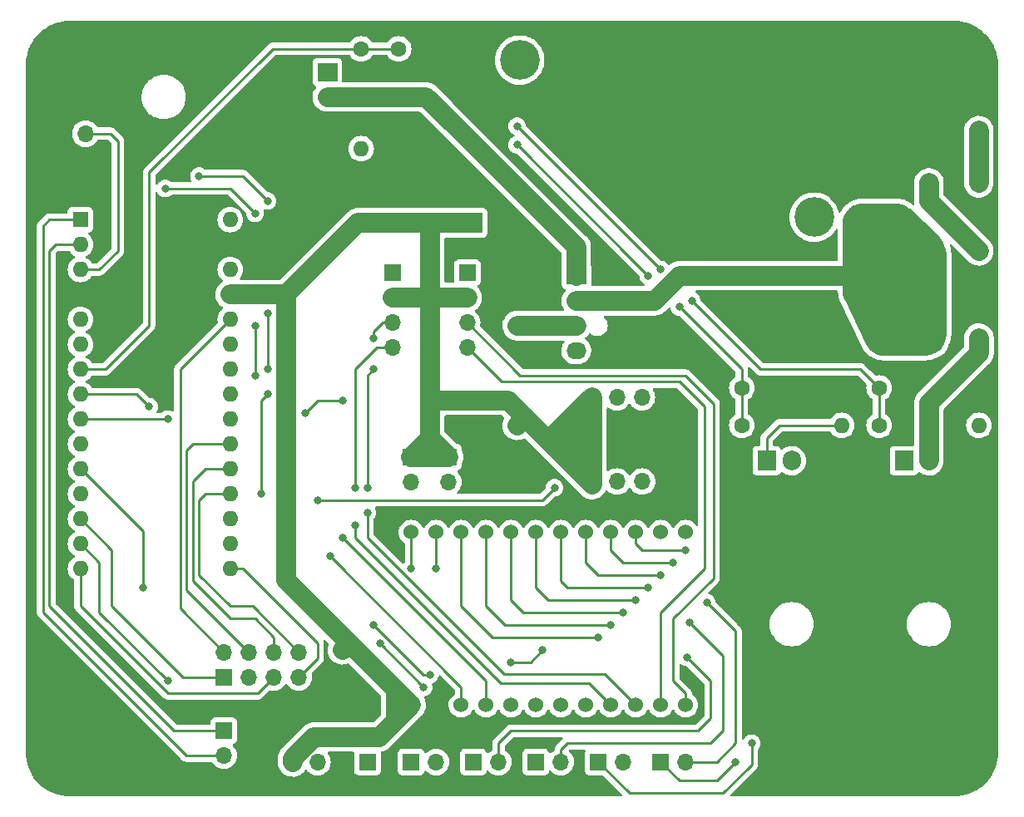
<source format=gtl>
G04 #@! TF.GenerationSoftware,KiCad,Pcbnew,(6.0.0-rc1-57-gf03efa1cba)*
G04 #@! TF.CreationDate,2022-06-21T22:52:06+02:00*
G04 #@! TF.ProjectId,FilamentDryer,46696c61-6d65-46e7-9444-727965722e6b,3.7*
G04 #@! TF.SameCoordinates,Original*
G04 #@! TF.FileFunction,Copper,L1,Top*
G04 #@! TF.FilePolarity,Positive*
%FSLAX46Y46*%
G04 Gerber Fmt 4.6, Leading zero omitted, Abs format (unit mm)*
G04 Created by KiCad (PCBNEW (6.0.0-rc1-57-gf03efa1cba)) date 2022-06-21 22:52:06*
%MOMM*%
%LPD*%
G01*
G04 APERTURE LIST*
G04 #@! TA.AperFunction,ComponentPad*
%ADD10R,1.700000X1.700000*%
G04 #@! TD*
G04 #@! TA.AperFunction,ComponentPad*
%ADD11O,1.700000X1.700000*%
G04 #@! TD*
G04 #@! TA.AperFunction,ComponentPad*
%ADD12C,1.600000*%
G04 #@! TD*
G04 #@! TA.AperFunction,ComponentPad*
%ADD13O,1.600000X1.600000*%
G04 #@! TD*
G04 #@! TA.AperFunction,ComponentPad*
%ADD14R,2.000000X1.905000*%
G04 #@! TD*
G04 #@! TA.AperFunction,ComponentPad*
%ADD15O,2.000000X1.905000*%
G04 #@! TD*
G04 #@! TA.AperFunction,ComponentPad*
%ADD16C,5.600000*%
G04 #@! TD*
G04 #@! TA.AperFunction,ComponentPad*
%ADD17R,2.030000X1.730000*%
G04 #@! TD*
G04 #@! TA.AperFunction,ComponentPad*
%ADD18O,2.030000X1.730000*%
G04 #@! TD*
G04 #@! TA.AperFunction,ComponentPad*
%ADD19R,1.905000X2.000000*%
G04 #@! TD*
G04 #@! TA.AperFunction,ComponentPad*
%ADD20O,1.905000X2.000000*%
G04 #@! TD*
G04 #@! TA.AperFunction,ComponentPad*
%ADD21C,1.700000*%
G04 #@! TD*
G04 #@! TA.AperFunction,ComponentPad*
%ADD22R,1.600000X1.600000*%
G04 #@! TD*
G04 #@! TA.AperFunction,ComponentPad*
%ADD23C,1.524000*%
G04 #@! TD*
G04 #@! TA.AperFunction,ComponentPad*
%ADD24C,4.030000*%
G04 #@! TD*
G04 #@! TA.AperFunction,ComponentPad*
%ADD25R,2.000000X2.000000*%
G04 #@! TD*
G04 #@! TA.AperFunction,ViaPad*
%ADD26C,0.800000*%
G04 #@! TD*
G04 #@! TA.AperFunction,Conductor*
%ADD27C,0.250000*%
G04 #@! TD*
G04 #@! TA.AperFunction,Conductor*
%ADD28C,2.000000*%
G04 #@! TD*
G04 APERTURE END LIST*
D10*
X163830000Y-77152500D03*
D11*
X163830000Y-79692500D03*
X163830000Y-82232500D03*
X163830000Y-84772500D03*
D12*
X160655000Y-54356000D03*
D13*
X160655000Y-64516000D03*
D14*
X157210000Y-56718200D03*
D15*
X157210000Y-59258200D03*
X157210000Y-61798200D03*
D10*
X165735000Y-127000000D03*
D11*
X168275000Y-127000000D03*
D16*
X221000000Y-126000000D03*
D10*
X172080000Y-127000000D03*
D11*
X174620000Y-127000000D03*
D12*
X199390000Y-92710000D03*
D13*
X209550000Y-92710000D03*
D10*
X169545000Y-95935800D03*
D11*
X169545000Y-98475800D03*
D17*
X182545000Y-77480000D03*
D18*
X182545000Y-80020000D03*
X182545000Y-82560000D03*
X182545000Y-85100000D03*
D10*
X191760000Y-89847500D03*
D11*
X189220000Y-89847500D03*
X186680000Y-89847500D03*
X184140000Y-89847500D03*
D19*
X215900000Y-96307000D03*
D20*
X218440000Y-96307000D03*
X220980000Y-96307000D03*
D10*
X130048000Y-62992000D03*
D11*
X132588000Y-62992000D03*
D16*
X131064000Y-56000000D03*
D12*
X213360000Y-92710000D03*
D13*
X223520000Y-92710000D03*
D10*
X191130000Y-127000000D03*
D11*
X193670000Y-127000000D03*
D21*
X213614000Y-83820000D03*
X208534000Y-83820000D03*
D22*
X132080000Y-71755000D03*
D13*
X132080000Y-74295000D03*
X132080000Y-76835000D03*
X132080000Y-79375000D03*
X132080000Y-81915000D03*
X132080000Y-84455000D03*
X132080000Y-86995000D03*
X132080000Y-89535000D03*
X132080000Y-92075000D03*
X132080000Y-94615000D03*
X132080000Y-97155000D03*
X132080000Y-99695000D03*
X132080000Y-102235000D03*
X132080000Y-104775000D03*
X132080000Y-107315000D03*
X147320000Y-107315000D03*
X147320000Y-104775000D03*
X147320000Y-102235000D03*
X147320000Y-99695000D03*
X147320000Y-97155000D03*
X147320000Y-94615000D03*
X147320000Y-92075000D03*
X147320000Y-89535000D03*
X147320000Y-86995000D03*
X147320000Y-84455000D03*
X147320000Y-81915000D03*
X147320000Y-79375000D03*
X147320000Y-76835000D03*
X147320000Y-74295000D03*
X147320000Y-71755000D03*
D23*
X165735000Y-121195000D03*
X168275000Y-121195000D03*
X170815000Y-121195000D03*
X173355000Y-121195000D03*
X175895000Y-121195000D03*
X178435000Y-121195000D03*
X180975000Y-121195000D03*
X183515000Y-121195000D03*
X186055000Y-121195000D03*
X188595000Y-121195000D03*
X191135000Y-121195000D03*
X193675000Y-121195000D03*
X193675000Y-103595000D03*
X191135000Y-103595000D03*
X188595000Y-103595000D03*
X186055000Y-103595000D03*
X183515000Y-103595000D03*
X180975000Y-103595000D03*
X178435000Y-103595000D03*
X175895000Y-103595000D03*
X173355000Y-103595000D03*
X170815000Y-103595000D03*
X168275000Y-103595000D03*
X165735000Y-103595000D03*
D12*
X213360000Y-88900000D03*
D13*
X223520000Y-88900000D03*
D10*
X184785000Y-127000000D03*
D11*
X187325000Y-127000000D03*
D10*
X184160000Y-98425000D03*
D11*
X186700000Y-98425000D03*
X189240000Y-98425000D03*
X191780000Y-98425000D03*
D12*
X199390000Y-88900000D03*
D13*
X209550000Y-88900000D03*
D10*
X146685000Y-118369000D03*
D11*
X146685000Y-115829000D03*
X149225000Y-118369000D03*
X149225000Y-115829000D03*
X151765000Y-118369000D03*
X151765000Y-115829000D03*
X154305000Y-118369000D03*
X154305000Y-115829000D03*
D21*
X223520000Y-68000000D03*
X218440000Y-68000000D03*
D10*
X178430000Y-127000000D03*
D11*
X180970000Y-127000000D03*
D10*
X171450000Y-77152500D03*
D11*
X171450000Y-79692500D03*
X171450000Y-82232500D03*
X171450000Y-84772500D03*
D19*
X201930000Y-96307000D03*
D20*
X204470000Y-96307000D03*
X207010000Y-96307000D03*
D21*
X223540000Y-83820000D03*
X218460000Y-83820000D03*
D16*
X131000000Y-126000000D03*
D12*
X164465000Y-54356000D03*
D13*
X164465000Y-64516000D03*
D21*
X223520000Y-74930000D03*
X218440000Y-74930000D03*
X223520000Y-62690000D03*
X218440000Y-62690000D03*
D10*
X165715000Y-95945000D03*
D11*
X165715000Y-98485000D03*
D10*
X161290000Y-127000000D03*
D11*
X158750000Y-127000000D03*
X156210000Y-127000000D03*
X153670000Y-127000000D03*
D12*
X176530000Y-92710000D03*
D13*
X176530000Y-82550000D03*
D10*
X146685000Y-123820000D03*
D11*
X146685000Y-126360000D03*
D16*
X221000000Y-56000000D03*
D24*
X176784000Y-55499000D03*
X206756000Y-71501000D03*
D25*
X211518500Y-72072500D03*
X211518500Y-54927500D03*
X172021500Y-72072500D03*
X172021500Y-54927500D03*
D21*
X158750000Y-120650000D03*
X158750000Y-115570000D03*
D26*
X158115000Y-66040000D03*
X211429600Y-115773200D03*
X186055000Y-63000000D03*
X211455000Y-107315000D03*
X186000000Y-52000000D03*
X155000000Y-72000000D03*
X211455000Y-97155000D03*
X204000000Y-124000000D03*
X127635000Y-69850000D03*
X197000000Y-88000000D03*
X158000000Y-52000000D03*
X176000000Y-79000000D03*
X189000000Y-84000000D03*
X147320000Y-129540000D03*
X127635000Y-118000000D03*
X198120000Y-105000000D03*
X215000000Y-52000000D03*
X149860000Y-87630000D03*
X149860000Y-71120000D03*
X149860000Y-82550000D03*
X140716000Y-68580000D03*
X151130000Y-81280000D03*
X151130000Y-69850000D03*
X151130000Y-86995000D03*
X144145000Y-67310000D03*
X156210000Y-100330000D03*
X180340000Y-99060000D03*
X157480000Y-106045000D03*
X158750000Y-90170000D03*
X151130000Y-89535000D03*
X139065000Y-90805000D03*
X154940000Y-91440000D03*
X150495000Y-99695000D03*
X158750000Y-104140000D03*
X176530000Y-64135000D03*
X140970000Y-92075000D03*
X193040000Y-80645000D03*
X189865000Y-77470000D03*
X194310000Y-80010000D03*
X176530000Y-62230000D03*
X191135000Y-76835000D03*
X138430000Y-109220000D03*
X140970000Y-118745000D03*
X160020000Y-102870000D03*
X160020000Y-99060000D03*
X161925000Y-83820000D03*
X161290000Y-99060000D03*
X161925000Y-86995000D03*
X161290000Y-101600000D03*
X167640000Y-118110000D03*
X161925000Y-113030000D03*
X179115000Y-115615000D03*
X175895000Y-116840000D03*
X167005000Y-119380000D03*
X162560000Y-114935000D03*
X193675000Y-105410000D03*
X192405000Y-106680000D03*
X200406000Y-125095000D03*
X195834000Y-110744000D03*
X191135000Y-107950000D03*
X198755000Y-127000000D03*
X189865000Y-109220000D03*
X188595000Y-110490000D03*
X194056000Y-112776000D03*
X187325000Y-111760000D03*
X193802000Y-116332000D03*
X186055000Y-113030000D03*
X184785000Y-114300000D03*
X168275000Y-107315000D03*
X165735000Y-107315000D03*
D27*
X128270000Y-72390000D02*
X128270000Y-111760000D01*
X128905000Y-71755000D02*
X128270000Y-72390000D01*
X132080000Y-71755000D02*
X128905000Y-71755000D01*
X128270000Y-111760000D02*
X142870000Y-126360000D01*
X142870000Y-126360000D02*
X146685000Y-126360000D01*
X132080000Y-74295000D02*
X129540000Y-74295000D01*
X128905000Y-74930000D02*
X128905000Y-111125000D01*
X141600000Y-123820000D02*
X146685000Y-123820000D01*
X128905000Y-111125000D02*
X141600000Y-123820000D01*
X129540000Y-74295000D02*
X128905000Y-74930000D01*
X135128000Y-62992000D02*
X135890000Y-63754000D01*
X135890000Y-74930000D02*
X135890000Y-63754000D01*
X132080000Y-76835000D02*
X133985000Y-76835000D01*
X132588000Y-62992000D02*
X135128000Y-62992000D01*
X133985000Y-76835000D02*
X135890000Y-74930000D01*
X144145000Y-107950000D02*
X144145000Y-100330000D01*
X144780000Y-99695000D02*
X147320000Y-99695000D01*
X144145000Y-100330000D02*
X144780000Y-99695000D01*
X149601000Y-111125000D02*
X147320000Y-111125000D01*
X147320000Y-111125000D02*
X144145000Y-107950000D01*
X154305000Y-115829000D02*
X149601000Y-111125000D01*
X147320000Y-112395000D02*
X149860000Y-112395000D01*
X143510000Y-98425000D02*
X143510000Y-108585000D01*
X144780000Y-97155000D02*
X143510000Y-98425000D01*
X143510000Y-108585000D02*
X147320000Y-112395000D01*
X151765000Y-114300000D02*
X151765000Y-115829000D01*
X149860000Y-112395000D02*
X151765000Y-114300000D01*
X147320000Y-97155000D02*
X144780000Y-97155000D01*
X149860000Y-82550000D02*
X149860000Y-87630000D01*
X140716000Y-68580000D02*
X147320000Y-68580000D01*
X147320000Y-68580000D02*
X149860000Y-71120000D01*
X142875000Y-109479000D02*
X149225000Y-115829000D01*
X142875000Y-95250000D02*
X142875000Y-109479000D01*
X147320000Y-94615000D02*
X143510000Y-94615000D01*
X143510000Y-94615000D02*
X142875000Y-95250000D01*
X151130000Y-69850000D02*
X148590000Y-67310000D01*
X148590000Y-67310000D02*
X144145000Y-67310000D01*
X151130000Y-86995000D02*
X151130000Y-81280000D01*
X179070000Y-100330000D02*
X180340000Y-99060000D01*
X156210000Y-100330000D02*
X179070000Y-100330000D01*
X164465000Y-54356000D02*
X160655000Y-54356000D01*
X134620000Y-86995000D02*
X132080000Y-86995000D01*
X139065000Y-82550000D02*
X134620000Y-86995000D01*
X139065000Y-66929000D02*
X139065000Y-82550000D01*
X151638000Y-54356000D02*
X139065000Y-66929000D01*
X160655000Y-54356000D02*
X151638000Y-54356000D01*
X170815000Y-119380000D02*
X157480000Y-106045000D01*
X170815000Y-121195000D02*
X170815000Y-119380000D01*
X132080000Y-89535000D02*
X137795000Y-89535000D01*
X151130000Y-89535000D02*
X150495000Y-90170000D01*
X150495000Y-90170000D02*
X150495000Y-99695000D01*
X158750000Y-90170000D02*
X156210000Y-90170000D01*
X156210000Y-90170000D02*
X154940000Y-91440000D01*
X137795000Y-89535000D02*
X139065000Y-90805000D01*
X173355000Y-118745000D02*
X158750000Y-104140000D01*
X173355000Y-121195000D02*
X173355000Y-118745000D01*
X199390000Y-86995000D02*
X199390000Y-88900000D01*
X140970000Y-92075000D02*
X132080000Y-92075000D01*
X189865000Y-77470000D02*
X188595000Y-76200000D01*
X193040000Y-80645000D02*
X199390000Y-86995000D01*
X199390000Y-88900000D02*
X199390000Y-92710000D01*
X176530000Y-64135000D02*
X188595000Y-76200000D01*
D28*
X182545000Y-82560000D02*
X176540000Y-82560000D01*
X176540000Y-82560000D02*
X176530000Y-82550000D01*
D27*
X191135000Y-76835000D02*
X176530000Y-62230000D01*
X213360000Y-88900000D02*
X211455000Y-86995000D01*
X201295000Y-86995000D02*
X194310000Y-80010000D01*
X213360000Y-92710000D02*
X213360000Y-88900000D01*
X211455000Y-86995000D02*
X201295000Y-86995000D01*
X147320000Y-81915000D02*
X142240000Y-86995000D01*
X142240000Y-86995000D02*
X142240000Y-111384000D01*
X142240000Y-111384000D02*
X146685000Y-115829000D01*
X138430000Y-109220000D02*
X138430000Y-103505000D01*
X138430000Y-103505000D02*
X132080000Y-97155000D01*
D28*
X184140000Y-89847500D02*
X182880000Y-91107500D01*
X160337500Y-72072500D02*
X172021500Y-72072500D01*
X155851553Y-124460000D02*
X153670000Y-126641553D01*
X167640000Y-79692500D02*
X167640000Y-73025000D01*
X158750000Y-115570000D02*
X159112500Y-115207500D01*
X164192500Y-122282500D02*
X164420000Y-122510000D01*
X153035000Y-79375000D02*
X147320000Y-79375000D01*
X184150000Y-89857500D02*
X184140000Y-89847500D01*
X164420000Y-122510000D02*
X165735000Y-121195000D01*
X184140000Y-89847500D02*
X179705000Y-94282500D01*
X179705000Y-94292500D02*
X184150000Y-98737500D01*
X153670000Y-126641553D02*
X153670000Y-127000000D01*
X165724200Y-95935800D02*
X165715000Y-95945000D01*
X173990000Y-90170000D02*
X167640000Y-90170000D01*
X182245000Y-93657500D02*
X181610000Y-94292500D01*
X153035000Y-79375000D02*
X160337500Y-72072500D01*
X162470000Y-124460000D02*
X155851553Y-124460000D01*
X164192500Y-119652500D02*
X164192500Y-122282500D01*
X182880000Y-93657500D02*
X182245000Y-93657500D01*
X175582500Y-90170000D02*
X177326250Y-91913750D01*
X159112500Y-115207500D02*
X159112500Y-114572500D01*
X161335000Y-116795000D02*
X164192500Y-119652500D01*
X167640420Y-94031220D02*
X169545000Y-95935800D01*
X167640000Y-79692500D02*
X171450000Y-79692500D01*
X176530000Y-92710000D02*
X177326250Y-91913750D01*
X153035000Y-79375000D02*
X153035000Y-108495000D01*
X164420000Y-122510000D02*
X162470000Y-124460000D01*
X178122500Y-92710000D02*
X179705000Y-94292500D01*
X167640420Y-94019580D02*
X167640420Y-94031220D01*
X167640420Y-88357004D02*
X167640420Y-94019580D01*
X184150000Y-98737500D02*
X184150000Y-94292500D01*
X159112500Y-114572500D02*
X161335000Y-116795000D01*
X177326250Y-91913750D02*
X178122500Y-92710000D01*
X184150000Y-94292500D02*
X184150000Y-89857500D01*
X182880000Y-91107500D02*
X182880000Y-93657500D01*
X153035000Y-108495000D02*
X159112500Y-114572500D01*
X182880000Y-93657500D02*
X182880000Y-95562500D01*
X167640000Y-79692500D02*
X163830000Y-79692500D01*
X164192500Y-119652500D02*
X165735000Y-121195000D01*
X167640000Y-90170000D02*
X167640000Y-79692500D01*
X167640420Y-94019580D02*
X165715000Y-95945000D01*
X169545000Y-95935800D02*
X165724200Y-95935800D01*
X173990000Y-90170000D02*
X175582500Y-90170000D01*
X179705000Y-94282500D02*
X179705000Y-94292500D01*
D27*
X135255000Y-105410000D02*
X135255000Y-111125000D01*
X132080000Y-102235000D02*
X135255000Y-105410000D01*
X142499000Y-118369000D02*
X146685000Y-118369000D01*
X135255000Y-111125000D02*
X142499000Y-118369000D01*
X132080000Y-104775000D02*
X133985000Y-106680000D01*
X133985000Y-111760000D02*
X140970000Y-118745000D01*
X133985000Y-106680000D02*
X133985000Y-111760000D01*
X132080000Y-107315000D02*
X132080000Y-111125000D01*
X132080000Y-111125000D02*
X140970000Y-120015000D01*
X140970000Y-120015000D02*
X150119000Y-120015000D01*
X150119000Y-120015000D02*
X151765000Y-118369000D01*
X148590000Y-107315000D02*
X156210000Y-114935000D01*
X147320000Y-107315000D02*
X148590000Y-107315000D01*
X156210000Y-114935000D02*
X156210000Y-116464000D01*
X156210000Y-116464000D02*
X154305000Y-118369000D01*
D28*
X218440000Y-69850000D02*
X223520000Y-74930000D01*
X218440000Y-68000000D02*
X218440000Y-69850000D01*
X199390000Y-77470000D02*
X193040000Y-77470000D01*
X190490000Y-80020000D02*
X193040000Y-77470000D01*
X182545000Y-80020000D02*
X190490000Y-80020000D01*
X199390000Y-77470000D02*
X213106000Y-77470000D01*
X157210000Y-59258200D02*
X167258200Y-59258200D01*
X182545000Y-77480000D02*
X182545000Y-74545000D01*
X167258200Y-59258200D02*
X169951000Y-61951000D01*
X182545000Y-74545000D02*
X169951000Y-61951000D01*
X223520000Y-68000000D02*
X223520000Y-62690000D01*
X218440000Y-90424000D02*
X218440000Y-96307000D01*
X223540000Y-83820000D02*
X223540000Y-85324000D01*
X223540000Y-85324000D02*
X218440000Y-90424000D01*
D27*
X174942500Y-88265000D02*
X193040000Y-88265000D01*
X195580000Y-90805000D02*
X195580000Y-107315000D01*
X195580000Y-107315000D02*
X191135000Y-111760000D01*
X193040000Y-88265000D02*
X195580000Y-90805000D01*
X171450000Y-84772500D02*
X174942500Y-88265000D01*
X191135000Y-111760000D02*
X191135000Y-121195000D01*
X160020000Y-86995000D02*
X160020000Y-99060000D01*
X163830000Y-84772500D02*
X162242500Y-84772500D01*
X183877500Y-119017500D02*
X186055000Y-121195000D01*
X174897500Y-119017500D02*
X183877500Y-119017500D01*
X162242500Y-84772500D02*
X160020000Y-86995000D01*
X160020000Y-102870000D02*
X160020000Y-104140000D01*
X160020000Y-104140000D02*
X174897500Y-119017500D01*
X161290000Y-87630000D02*
X161925000Y-86995000D01*
X161925000Y-83820000D02*
X161925000Y-83185000D01*
X161290000Y-104140000D02*
X175215000Y-118065000D01*
X161925000Y-83185000D02*
X162877500Y-82232500D01*
X175215000Y-118065000D02*
X185465000Y-118065000D01*
X161290000Y-101600000D02*
X161290000Y-104140000D01*
X161290000Y-99060000D02*
X161290000Y-87630000D01*
X185465000Y-118065000D02*
X188595000Y-121195000D01*
X163830000Y-82232500D02*
X162877500Y-82232500D01*
X192405000Y-112395000D02*
X192405000Y-118745000D01*
X171450000Y-82232500D02*
X176847500Y-87630000D01*
X193675000Y-87630000D02*
X196532500Y-90487500D01*
X192405000Y-118745000D02*
X193675000Y-120015000D01*
X196532500Y-90487500D02*
X196532500Y-108267500D01*
X193675000Y-120015000D02*
X193675000Y-121195000D01*
X196532500Y-108267500D02*
X192405000Y-112395000D01*
X176847500Y-87630000D02*
X193675000Y-87630000D01*
X167005000Y-118110000D02*
X167640000Y-118110000D01*
X161925000Y-113030000D02*
X167005000Y-118110000D01*
X177890000Y-116840000D02*
X175895000Y-116840000D01*
X179115000Y-115615000D02*
X177890000Y-116840000D01*
X167005000Y-119380000D02*
X162560000Y-114935000D01*
X188595000Y-103595000D02*
X188595000Y-104775000D01*
X188595000Y-104775000D02*
X189230000Y-105410000D01*
X189230000Y-105410000D02*
X193675000Y-105410000D01*
X197485000Y-130175000D02*
X187960000Y-130175000D01*
X200406000Y-125095000D02*
X200406000Y-127254000D01*
X200406000Y-127254000D02*
X200152000Y-127508000D01*
X186055000Y-105410000D02*
X187325000Y-106680000D01*
X192405000Y-106680000D02*
X187325000Y-106680000D01*
X186055000Y-103595000D02*
X186055000Y-105410000D01*
X187960000Y-130175000D02*
X184785000Y-127000000D01*
X200152000Y-127508000D02*
X197485000Y-130175000D01*
X183515000Y-106680000D02*
X184785000Y-107950000D01*
X198755000Y-125095000D02*
X196850000Y-127000000D01*
X195834000Y-110744000D02*
X198755000Y-113665000D01*
X196850000Y-127000000D02*
X193670000Y-127000000D01*
X191135000Y-107950000D02*
X184785000Y-107950000D01*
X198755000Y-113665000D02*
X198755000Y-125095000D01*
X183515000Y-103595000D02*
X183515000Y-106680000D01*
X196850000Y-128905000D02*
X198755000Y-127000000D01*
X193035000Y-128905000D02*
X191130000Y-127000000D01*
X189865000Y-109220000D02*
X181610000Y-109220000D01*
X196850000Y-128905000D02*
X193035000Y-128905000D01*
X180975000Y-103595000D02*
X180975000Y-108585000D01*
X180975000Y-108585000D02*
X181610000Y-109220000D01*
X181610000Y-125095000D02*
X196215000Y-125095000D01*
X180970000Y-125735000D02*
X181610000Y-125095000D01*
X188595000Y-110490000D02*
X179705000Y-110490000D01*
X194056000Y-112776000D02*
X197485000Y-116205000D01*
X196215000Y-125095000D02*
X197485000Y-123825000D01*
X197485000Y-123825000D02*
X197485000Y-116205000D01*
X180970000Y-127000000D02*
X180970000Y-125735000D01*
X178435000Y-103595000D02*
X178435000Y-109220000D01*
X178435000Y-109220000D02*
X179705000Y-110490000D01*
X175895000Y-103595000D02*
X175895000Y-110490000D01*
X187325000Y-111760000D02*
X177165000Y-111760000D01*
X175895000Y-110490000D02*
X177165000Y-111760000D01*
X174620000Y-125100000D02*
X174620000Y-127000000D01*
X173355000Y-103595000D02*
X173355000Y-111125000D01*
X196215000Y-118745000D02*
X196215000Y-122555000D01*
X175895000Y-123825000D02*
X174620000Y-125100000D01*
X196215000Y-122555000D02*
X194945000Y-123825000D01*
X173355000Y-111125000D02*
X175260000Y-113030000D01*
X186055000Y-113030000D02*
X175260000Y-113030000D01*
X193802000Y-116332000D02*
X196215000Y-118745000D01*
X194945000Y-123825000D02*
X175895000Y-123825000D01*
X184785000Y-114300000D02*
X173990000Y-114300000D01*
X170815000Y-111125000D02*
X170815000Y-103595000D01*
X173990000Y-114300000D02*
X170815000Y-111125000D01*
X168275000Y-107315000D02*
X168275000Y-103595000D01*
X165735000Y-103595000D02*
X165735000Y-107315000D01*
X203200000Y-92710000D02*
X201930000Y-93980000D01*
X209550000Y-92710000D02*
X203200000Y-92710000D01*
X201930000Y-93980000D02*
X201930000Y-96307000D01*
G04 #@! TA.AperFunction,Conductor*
G36*
X220970681Y-51501500D02*
G01*
X220984957Y-51503723D01*
X220984959Y-51503723D01*
X220993829Y-51505104D01*
X221002732Y-51503940D01*
X221013760Y-51502498D01*
X221035590Y-51501554D01*
X221386706Y-51516884D01*
X221397654Y-51517842D01*
X221775974Y-51567648D01*
X221786778Y-51569554D01*
X222159321Y-51652145D01*
X222169931Y-51654988D01*
X222533848Y-51769730D01*
X222544161Y-51773483D01*
X222896715Y-51919516D01*
X222906659Y-51924154D01*
X223245117Y-52100344D01*
X223254637Y-52105840D01*
X223576449Y-52310857D01*
X223585453Y-52317161D01*
X223888185Y-52549455D01*
X223896605Y-52556521D01*
X224177925Y-52814302D01*
X224185693Y-52822070D01*
X224441193Y-53100900D01*
X224443479Y-53103395D01*
X224450545Y-53111815D01*
X224682839Y-53414547D01*
X224689143Y-53423551D01*
X224751463Y-53521373D01*
X224883308Y-53728328D01*
X224894160Y-53745363D01*
X224899655Y-53754882D01*
X225038109Y-54020847D01*
X225075842Y-54093332D01*
X225080484Y-54103285D01*
X225187430Y-54361475D01*
X225226514Y-54455831D01*
X225230270Y-54466152D01*
X225334644Y-54797186D01*
X225345012Y-54830068D01*
X225347855Y-54840679D01*
X225430446Y-55213222D01*
X225432352Y-55224026D01*
X225470750Y-55515694D01*
X225482158Y-55602345D01*
X225483116Y-55613294D01*
X225491919Y-55814899D01*
X225498126Y-55957068D01*
X225496745Y-55981952D01*
X225496277Y-55984954D01*
X225496277Y-55984960D01*
X225494896Y-55993829D01*
X225496060Y-56002731D01*
X225496060Y-56002734D01*
X225498936Y-56024725D01*
X225500000Y-56041062D01*
X225500000Y-125951297D01*
X225498500Y-125970681D01*
X225494896Y-125993829D01*
X225496060Y-126002732D01*
X225497502Y-126013760D01*
X225498446Y-126035590D01*
X225484307Y-126359424D01*
X225483116Y-126386705D01*
X225482158Y-126397654D01*
X225434208Y-126761877D01*
X225432353Y-126775966D01*
X225430446Y-126786778D01*
X225347857Y-127159315D01*
X225345012Y-127169931D01*
X225233572Y-127523378D01*
X225230273Y-127533840D01*
X225226517Y-127544161D01*
X225090970Y-127871401D01*
X225080488Y-127896706D01*
X225075846Y-127906659D01*
X224900969Y-128242595D01*
X224899656Y-128245117D01*
X224894161Y-128254635D01*
X224872814Y-128288144D01*
X224689143Y-128576449D01*
X224682839Y-128585453D01*
X224450545Y-128888185D01*
X224443479Y-128896605D01*
X224185698Y-129177925D01*
X224177930Y-129185693D01*
X224018644Y-129331651D01*
X223896605Y-129443479D01*
X223888188Y-129450542D01*
X223777912Y-129535160D01*
X223585453Y-129682839D01*
X223576449Y-129689143D01*
X223254637Y-129894160D01*
X223245118Y-129899655D01*
X222906659Y-130075846D01*
X222896715Y-130080484D01*
X222544161Y-130226517D01*
X222533848Y-130230270D01*
X222169932Y-130345012D01*
X222159321Y-130347855D01*
X221786778Y-130430446D01*
X221775974Y-130432352D01*
X221414062Y-130479998D01*
X221397655Y-130482158D01*
X221386706Y-130483116D01*
X221042930Y-130498126D01*
X221018048Y-130496745D01*
X221015046Y-130496277D01*
X221015040Y-130496277D01*
X221006171Y-130494896D01*
X220997269Y-130496060D01*
X220997266Y-130496060D01*
X220975275Y-130498936D01*
X220958938Y-130500000D01*
X198348780Y-130500000D01*
X198280659Y-130479998D01*
X198234166Y-130426342D01*
X198224062Y-130356068D01*
X198253556Y-130291488D01*
X198259685Y-130284905D01*
X200622120Y-127922470D01*
X200793347Y-127751244D01*
X200801469Y-127743853D01*
X200807877Y-127739786D01*
X200813300Y-127734011D01*
X200813305Y-127734007D01*
X200853901Y-127690777D01*
X200856656Y-127687935D01*
X200876120Y-127668471D01*
X200878548Y-127665341D01*
X200878620Y-127665259D01*
X200886229Y-127656351D01*
X200916062Y-127624582D01*
X200925636Y-127607167D01*
X200936493Y-127590638D01*
X200943814Y-127581200D01*
X200948673Y-127574936D01*
X200965979Y-127534943D01*
X200971200Y-127524287D01*
X200988376Y-127493045D01*
X200988380Y-127493036D01*
X200992197Y-127486092D01*
X200994505Y-127477105D01*
X200997140Y-127466840D01*
X201003544Y-127448136D01*
X201008287Y-127437175D01*
X201011437Y-127429896D01*
X201018254Y-127386852D01*
X201020662Y-127375229D01*
X201029529Y-127340696D01*
X201029529Y-127340695D01*
X201031500Y-127333019D01*
X201031500Y-127313144D01*
X201033051Y-127293433D01*
X201034920Y-127281633D01*
X201036160Y-127273804D01*
X201032059Y-127230420D01*
X201031500Y-127218563D01*
X201031500Y-125794455D01*
X201051502Y-125726334D01*
X201063864Y-125710144D01*
X201066365Y-125707367D01*
X201113695Y-125654801D01*
X201134114Y-125632124D01*
X201134115Y-125632123D01*
X201138533Y-125627216D01*
X201193625Y-125531793D01*
X201229875Y-125469007D01*
X201229876Y-125469006D01*
X201233179Y-125463284D01*
X201291674Y-125283256D01*
X201294645Y-125254993D01*
X201310770Y-125101565D01*
X201311460Y-125095000D01*
X201304514Y-125028908D01*
X201292364Y-124913307D01*
X201292364Y-124913305D01*
X201291674Y-124906744D01*
X201233179Y-124726716D01*
X201229749Y-124720774D01*
X201141836Y-124568505D01*
X201138533Y-124562784D01*
X201099252Y-124519158D01*
X201016286Y-124427015D01*
X201016284Y-124427014D01*
X201011871Y-124422112D01*
X200923254Y-124357728D01*
X200864072Y-124314730D01*
X200864071Y-124314729D01*
X200858730Y-124310849D01*
X200685803Y-124233856D01*
X200587788Y-124213022D01*
X200507103Y-124195872D01*
X200507099Y-124195872D01*
X200500646Y-124194500D01*
X200311354Y-124194500D01*
X200304901Y-124195872D01*
X200304897Y-124195872D01*
X200224212Y-124213022D01*
X200126197Y-124233856D01*
X199953270Y-124310849D01*
X199947929Y-124314729D01*
X199947928Y-124314730D01*
X199888746Y-124357728D01*
X199800129Y-124422112D01*
X199795716Y-124427014D01*
X199795714Y-124427015D01*
X199712748Y-124519158D01*
X199673467Y-124562784D01*
X199670164Y-124568505D01*
X199615619Y-124662980D01*
X199564237Y-124711973D01*
X199494523Y-124725409D01*
X199428612Y-124699023D01*
X199387430Y-124641191D01*
X199380500Y-124599980D01*
X199380500Y-113742703D01*
X199381017Y-113731743D01*
X199382673Y-113724333D01*
X199380562Y-113657159D01*
X199380500Y-113653201D01*
X199380500Y-113625650D01*
X199380004Y-113621727D01*
X199379997Y-113621612D01*
X199379077Y-113609926D01*
X199377958Y-113574299D01*
X199377709Y-113566373D01*
X199372163Y-113547284D01*
X199368156Y-113527938D01*
X199365664Y-113508208D01*
X199349616Y-113467677D01*
X199345781Y-113456476D01*
X199333618Y-113414610D01*
X199323500Y-113397501D01*
X199314805Y-113379755D01*
X199307486Y-113361268D01*
X199281869Y-113326009D01*
X199275354Y-113316090D01*
X199257210Y-113285410D01*
X199257207Y-113285406D01*
X199253170Y-113278580D01*
X199239120Y-113264530D01*
X199226279Y-113249496D01*
X199219254Y-113239827D01*
X199214594Y-113233413D01*
X199181010Y-113205630D01*
X199172231Y-113197641D01*
X198941590Y-112967000D01*
X202214671Y-112967000D01*
X202214941Y-112971119D01*
X202231802Y-113228360D01*
X202233966Y-113261380D01*
X202234770Y-113265420D01*
X202234770Y-113265423D01*
X202289399Y-113540062D01*
X202291519Y-113550722D01*
X202292845Y-113554628D01*
X202292846Y-113554632D01*
X202385024Y-113826177D01*
X202386348Y-113830077D01*
X202388169Y-113833770D01*
X202388170Y-113833772D01*
X202498980Y-114058471D01*
X202516828Y-114094664D01*
X202680727Y-114339957D01*
X202683441Y-114343051D01*
X202683445Y-114343057D01*
X202843029Y-114525026D01*
X202875242Y-114561758D01*
X202878331Y-114564467D01*
X203093943Y-114753555D01*
X203093949Y-114753559D01*
X203097043Y-114756273D01*
X203100469Y-114758562D01*
X203100474Y-114758566D01*
X203228780Y-114844297D01*
X203342335Y-114920172D01*
X203346034Y-114921996D01*
X203346039Y-114921999D01*
X203596486Y-115045505D01*
X203606923Y-115050652D01*
X203610821Y-115051975D01*
X203610823Y-115051976D01*
X203882368Y-115144154D01*
X203882372Y-115144155D01*
X203886278Y-115145481D01*
X203890322Y-115146285D01*
X203890328Y-115146287D01*
X204171577Y-115202230D01*
X204171580Y-115202230D01*
X204175620Y-115203034D01*
X204179731Y-115203303D01*
X204179735Y-115203304D01*
X204465881Y-115222059D01*
X204470000Y-115222329D01*
X204474119Y-115222059D01*
X204760265Y-115203304D01*
X204760269Y-115203303D01*
X204764380Y-115203034D01*
X204768420Y-115202230D01*
X204768423Y-115202230D01*
X205049672Y-115146287D01*
X205049678Y-115146285D01*
X205053722Y-115145481D01*
X205057628Y-115144155D01*
X205057632Y-115144154D01*
X205329177Y-115051976D01*
X205329179Y-115051975D01*
X205333077Y-115050652D01*
X205343514Y-115045505D01*
X205593961Y-114921999D01*
X205593966Y-114921996D01*
X205597665Y-114920172D01*
X205711220Y-114844297D01*
X205839526Y-114758566D01*
X205839531Y-114758562D01*
X205842957Y-114756273D01*
X205846051Y-114753559D01*
X205846057Y-114753555D01*
X206061669Y-114564467D01*
X206064758Y-114561758D01*
X206096971Y-114525026D01*
X206256555Y-114343057D01*
X206256559Y-114343051D01*
X206259273Y-114339957D01*
X206423172Y-114094664D01*
X206441021Y-114058471D01*
X206551830Y-113833772D01*
X206551831Y-113833770D01*
X206553652Y-113830077D01*
X206554976Y-113826177D01*
X206647154Y-113554632D01*
X206647155Y-113554628D01*
X206648481Y-113550722D01*
X206650602Y-113540062D01*
X206705230Y-113265423D01*
X206705230Y-113265420D01*
X206706034Y-113261380D01*
X206708199Y-113228360D01*
X206725059Y-112971119D01*
X206725329Y-112967000D01*
X216184671Y-112967000D01*
X216184941Y-112971119D01*
X216201802Y-113228360D01*
X216203966Y-113261380D01*
X216204770Y-113265420D01*
X216204770Y-113265423D01*
X216259399Y-113540062D01*
X216261519Y-113550722D01*
X216262845Y-113554628D01*
X216262846Y-113554632D01*
X216355024Y-113826177D01*
X216356348Y-113830077D01*
X216358169Y-113833770D01*
X216358170Y-113833772D01*
X216468980Y-114058471D01*
X216486828Y-114094664D01*
X216650727Y-114339957D01*
X216653441Y-114343051D01*
X216653445Y-114343057D01*
X216813029Y-114525026D01*
X216845242Y-114561758D01*
X216848331Y-114564467D01*
X217063943Y-114753555D01*
X217063949Y-114753559D01*
X217067043Y-114756273D01*
X217070469Y-114758562D01*
X217070474Y-114758566D01*
X217198780Y-114844297D01*
X217312335Y-114920172D01*
X217316034Y-114921996D01*
X217316039Y-114921999D01*
X217566486Y-115045505D01*
X217576923Y-115050652D01*
X217580821Y-115051975D01*
X217580823Y-115051976D01*
X217852368Y-115144154D01*
X217852372Y-115144155D01*
X217856278Y-115145481D01*
X217860322Y-115146285D01*
X217860328Y-115146287D01*
X218141577Y-115202230D01*
X218141580Y-115202230D01*
X218145620Y-115203034D01*
X218149731Y-115203303D01*
X218149735Y-115203304D01*
X218435881Y-115222059D01*
X218440000Y-115222329D01*
X218444119Y-115222059D01*
X218730265Y-115203304D01*
X218730269Y-115203303D01*
X218734380Y-115203034D01*
X218738420Y-115202230D01*
X218738423Y-115202230D01*
X219019672Y-115146287D01*
X219019678Y-115146285D01*
X219023722Y-115145481D01*
X219027628Y-115144155D01*
X219027632Y-115144154D01*
X219299177Y-115051976D01*
X219299179Y-115051975D01*
X219303077Y-115050652D01*
X219313514Y-115045505D01*
X219563961Y-114921999D01*
X219563966Y-114921996D01*
X219567665Y-114920172D01*
X219681220Y-114844297D01*
X219809526Y-114758566D01*
X219809531Y-114758562D01*
X219812957Y-114756273D01*
X219816051Y-114753559D01*
X219816057Y-114753555D01*
X220031669Y-114564467D01*
X220034758Y-114561758D01*
X220066971Y-114525026D01*
X220226555Y-114343057D01*
X220226559Y-114343051D01*
X220229273Y-114339957D01*
X220393172Y-114094664D01*
X220411021Y-114058471D01*
X220521830Y-113833772D01*
X220521831Y-113833770D01*
X220523652Y-113830077D01*
X220524976Y-113826177D01*
X220617154Y-113554632D01*
X220617155Y-113554628D01*
X220618481Y-113550722D01*
X220620602Y-113540062D01*
X220675230Y-113265423D01*
X220675230Y-113265420D01*
X220676034Y-113261380D01*
X220678199Y-113228360D01*
X220695059Y-112971119D01*
X220695329Y-112967000D01*
X220686708Y-112835466D01*
X220676304Y-112676735D01*
X220676303Y-112676731D01*
X220676034Y-112672620D01*
X220673623Y-112660500D01*
X220619287Y-112387328D01*
X220619285Y-112387322D01*
X220618481Y-112383278D01*
X220613158Y-112367595D01*
X220524976Y-112107823D01*
X220524975Y-112107821D01*
X220523652Y-112103923D01*
X220521339Y-112099233D01*
X220394999Y-111843040D01*
X220394996Y-111843035D01*
X220393172Y-111839336D01*
X220229273Y-111594043D01*
X220226559Y-111590949D01*
X220226555Y-111590943D01*
X220037467Y-111375331D01*
X220034758Y-111372242D01*
X220012266Y-111352517D01*
X219816057Y-111180445D01*
X219816051Y-111180441D01*
X219812957Y-111177727D01*
X219809527Y-111175435D01*
X219809526Y-111175434D01*
X219617755Y-111047297D01*
X219567665Y-111013828D01*
X219563966Y-111012004D01*
X219563961Y-111012001D01*
X219306772Y-110885170D01*
X219306770Y-110885169D01*
X219303077Y-110883348D01*
X219246101Y-110864007D01*
X219027632Y-110789846D01*
X219027628Y-110789845D01*
X219023722Y-110788519D01*
X219019678Y-110787715D01*
X219019672Y-110787713D01*
X218738423Y-110731770D01*
X218738420Y-110731770D01*
X218734380Y-110730966D01*
X218730269Y-110730697D01*
X218730265Y-110730696D01*
X218444119Y-110711941D01*
X218440000Y-110711671D01*
X218435881Y-110711941D01*
X218149735Y-110730696D01*
X218149731Y-110730697D01*
X218145620Y-110730966D01*
X218141580Y-110731770D01*
X218141577Y-110731770D01*
X217860328Y-110787713D01*
X217860322Y-110787715D01*
X217856278Y-110788519D01*
X217852372Y-110789845D01*
X217852368Y-110789846D01*
X217633899Y-110864007D01*
X217576923Y-110883348D01*
X217573230Y-110885169D01*
X217573228Y-110885170D01*
X217316040Y-111012001D01*
X217316035Y-111012004D01*
X217312336Y-111013828D01*
X217067043Y-111177727D01*
X217063949Y-111180441D01*
X217063943Y-111180445D01*
X216867734Y-111352517D01*
X216845242Y-111372242D01*
X216842533Y-111375331D01*
X216653445Y-111590943D01*
X216653441Y-111590949D01*
X216650727Y-111594043D01*
X216486828Y-111839336D01*
X216485004Y-111843035D01*
X216485001Y-111843040D01*
X216358661Y-112099233D01*
X216356348Y-112103923D01*
X216355025Y-112107821D01*
X216355024Y-112107823D01*
X216266843Y-112367595D01*
X216261519Y-112383278D01*
X216260715Y-112387322D01*
X216260713Y-112387328D01*
X216206377Y-112660500D01*
X216203966Y-112672620D01*
X216203697Y-112676731D01*
X216203696Y-112676735D01*
X216193292Y-112835466D01*
X216184671Y-112967000D01*
X206725329Y-112967000D01*
X206716708Y-112835466D01*
X206706304Y-112676735D01*
X206706303Y-112676731D01*
X206706034Y-112672620D01*
X206703623Y-112660500D01*
X206649287Y-112387328D01*
X206649285Y-112387322D01*
X206648481Y-112383278D01*
X206643158Y-112367595D01*
X206554976Y-112107823D01*
X206554975Y-112107821D01*
X206553652Y-112103923D01*
X206551339Y-112099233D01*
X206424999Y-111843040D01*
X206424996Y-111843035D01*
X206423172Y-111839336D01*
X206259273Y-111594043D01*
X206256559Y-111590949D01*
X206256555Y-111590943D01*
X206067467Y-111375331D01*
X206064758Y-111372242D01*
X206042266Y-111352517D01*
X205846057Y-111180445D01*
X205846051Y-111180441D01*
X205842957Y-111177727D01*
X205839527Y-111175435D01*
X205839526Y-111175434D01*
X205647755Y-111047297D01*
X205597665Y-111013828D01*
X205593966Y-111012004D01*
X205593961Y-111012001D01*
X205336772Y-110885170D01*
X205336770Y-110885169D01*
X205333077Y-110883348D01*
X205276101Y-110864007D01*
X205057632Y-110789846D01*
X205057628Y-110789845D01*
X205053722Y-110788519D01*
X205049678Y-110787715D01*
X205049672Y-110787713D01*
X204768423Y-110731770D01*
X204768420Y-110731770D01*
X204764380Y-110730966D01*
X204760269Y-110730697D01*
X204760265Y-110730696D01*
X204474119Y-110711941D01*
X204470000Y-110711671D01*
X204465881Y-110711941D01*
X204179735Y-110730696D01*
X204179731Y-110730697D01*
X204175620Y-110730966D01*
X204171580Y-110731770D01*
X204171577Y-110731770D01*
X203890328Y-110787713D01*
X203890322Y-110787715D01*
X203886278Y-110788519D01*
X203882372Y-110789845D01*
X203882368Y-110789846D01*
X203663899Y-110864007D01*
X203606923Y-110883348D01*
X203603230Y-110885169D01*
X203603228Y-110885170D01*
X203346040Y-111012001D01*
X203346035Y-111012004D01*
X203342336Y-111013828D01*
X203097043Y-111177727D01*
X203093949Y-111180441D01*
X203093943Y-111180445D01*
X202897734Y-111352517D01*
X202875242Y-111372242D01*
X202872533Y-111375331D01*
X202683445Y-111590943D01*
X202683441Y-111590949D01*
X202680727Y-111594043D01*
X202516828Y-111839336D01*
X202515004Y-111843035D01*
X202515001Y-111843040D01*
X202388661Y-112099233D01*
X202386348Y-112103923D01*
X202385025Y-112107821D01*
X202385024Y-112107823D01*
X202296843Y-112367595D01*
X202291519Y-112383278D01*
X202290715Y-112387322D01*
X202290713Y-112387328D01*
X202236377Y-112660500D01*
X202233966Y-112672620D01*
X202233697Y-112676731D01*
X202233696Y-112676735D01*
X202223292Y-112835466D01*
X202214671Y-112967000D01*
X198941590Y-112967000D01*
X196773462Y-110798871D01*
X196739436Y-110736559D01*
X196737247Y-110722946D01*
X196736696Y-110717697D01*
X196727171Y-110627074D01*
X196720364Y-110562307D01*
X196720364Y-110562305D01*
X196719674Y-110555744D01*
X196661179Y-110375716D01*
X196622261Y-110308307D01*
X196569836Y-110217505D01*
X196566533Y-110211784D01*
X196485435Y-110121716D01*
X196444286Y-110076015D01*
X196444284Y-110076014D01*
X196439871Y-110071112D01*
X196286730Y-109959849D01*
X196113803Y-109882856D01*
X196107343Y-109881483D01*
X196107334Y-109881480D01*
X196083430Y-109876399D01*
X196020957Y-109842671D01*
X195986636Y-109780521D01*
X195991364Y-109709682D01*
X196020533Y-109664058D01*
X196919849Y-108764742D01*
X196927969Y-108757353D01*
X196934377Y-108753286D01*
X196980385Y-108704293D01*
X196983140Y-108701451D01*
X197002620Y-108681971D01*
X197005048Y-108678841D01*
X197005120Y-108678759D01*
X197012729Y-108669851D01*
X197042562Y-108638082D01*
X197052136Y-108620667D01*
X197062993Y-108604138D01*
X197070314Y-108594700D01*
X197075173Y-108588436D01*
X197092479Y-108548443D01*
X197097700Y-108537787D01*
X197114876Y-108506545D01*
X197114880Y-108506536D01*
X197118697Y-108499592D01*
X197123640Y-108480339D01*
X197130044Y-108461636D01*
X197134787Y-108450675D01*
X197137937Y-108443396D01*
X197144754Y-108400352D01*
X197147162Y-108388729D01*
X197156029Y-108354196D01*
X197156029Y-108354195D01*
X197158000Y-108346519D01*
X197158000Y-108326644D01*
X197159551Y-108306933D01*
X197161420Y-108295133D01*
X197162660Y-108287304D01*
X197158559Y-108243920D01*
X197158000Y-108232063D01*
X197158000Y-95259623D01*
X200477000Y-95259623D01*
X200477001Y-97354376D01*
X200477370Y-97357770D01*
X200477370Y-97357776D01*
X200481535Y-97396114D01*
X200483649Y-97415580D01*
X200533974Y-97549824D01*
X200539354Y-97557003D01*
X200539356Y-97557006D01*
X200597488Y-97634570D01*
X200619954Y-97664546D01*
X200627135Y-97669928D01*
X200727494Y-97745144D01*
X200727497Y-97745146D01*
X200734676Y-97750526D01*
X200794061Y-97772788D01*
X200861525Y-97798079D01*
X200861527Y-97798079D01*
X200868920Y-97800851D01*
X200876770Y-97801704D01*
X200876771Y-97801704D01*
X200916978Y-97806072D01*
X200930123Y-97807500D01*
X201929853Y-97807500D01*
X202929876Y-97807499D01*
X202933270Y-97807130D01*
X202933276Y-97807130D01*
X202983222Y-97801705D01*
X202983226Y-97801704D01*
X202991080Y-97800851D01*
X203125324Y-97750526D01*
X203132503Y-97745146D01*
X203132506Y-97745144D01*
X203232865Y-97669928D01*
X203240046Y-97664546D01*
X203262512Y-97634570D01*
X203320644Y-97557006D01*
X203320646Y-97557003D01*
X203326026Y-97549824D01*
X203336930Y-97520738D01*
X203379569Y-97463975D01*
X203446130Y-97439274D01*
X203515479Y-97454481D01*
X203533003Y-97466086D01*
X203659111Y-97565681D01*
X203659115Y-97565683D01*
X203663166Y-97568883D01*
X203667687Y-97571379D01*
X203667689Y-97571380D01*
X203702546Y-97590622D01*
X203872340Y-97684353D01*
X204005925Y-97731658D01*
X204092693Y-97762384D01*
X204092696Y-97762385D01*
X204097565Y-97764109D01*
X204102654Y-97765016D01*
X204102656Y-97765016D01*
X204327703Y-97805103D01*
X204327709Y-97805104D01*
X204332792Y-97806009D01*
X204424028Y-97807124D01*
X204566535Y-97808865D01*
X204566537Y-97808865D01*
X204571704Y-97808928D01*
X204807884Y-97772788D01*
X205034990Y-97698558D01*
X205039578Y-97696170D01*
X205039582Y-97696168D01*
X205242334Y-97590622D01*
X205242335Y-97590621D01*
X205246923Y-97588233D01*
X205251056Y-97585130D01*
X205251059Y-97585128D01*
X205433856Y-97447880D01*
X205433859Y-97447878D01*
X205437991Y-97444775D01*
X205548100Y-97329553D01*
X205599492Y-97275774D01*
X205599493Y-97275773D01*
X205603063Y-97272037D01*
X205737706Y-97074657D01*
X205739882Y-97069970D01*
X205836127Y-96862629D01*
X205836129Y-96862624D01*
X205838304Y-96857938D01*
X205902155Y-96627698D01*
X205905744Y-96594112D01*
X205922644Y-96435984D01*
X205922644Y-96435978D01*
X205923000Y-96432650D01*
X205923000Y-96198929D01*
X205922788Y-96196345D01*
X205908826Y-96026525D01*
X205908825Y-96026519D01*
X205908402Y-96021374D01*
X205873897Y-95884000D01*
X205851455Y-95794654D01*
X205851454Y-95794650D01*
X205850196Y-95789643D01*
X205847565Y-95783591D01*
X205756983Y-95575267D01*
X205756981Y-95575264D01*
X205754923Y-95570530D01*
X205752117Y-95566192D01*
X205627953Y-95374265D01*
X205627949Y-95374259D01*
X205625142Y-95369921D01*
X205524779Y-95259623D01*
X214447000Y-95259623D01*
X214447001Y-97354376D01*
X214447370Y-97357770D01*
X214447370Y-97357776D01*
X214451535Y-97396114D01*
X214453649Y-97415580D01*
X214503974Y-97549824D01*
X214509354Y-97557003D01*
X214509356Y-97557006D01*
X214567488Y-97634570D01*
X214589954Y-97664546D01*
X214597135Y-97669928D01*
X214697494Y-97745144D01*
X214697497Y-97745146D01*
X214704676Y-97750526D01*
X214764061Y-97772788D01*
X214831525Y-97798079D01*
X214831527Y-97798079D01*
X214838920Y-97800851D01*
X214846770Y-97801704D01*
X214846771Y-97801704D01*
X214886978Y-97806072D01*
X214900123Y-97807500D01*
X215899853Y-97807500D01*
X216899876Y-97807499D01*
X216903270Y-97807130D01*
X216903276Y-97807130D01*
X216953222Y-97801705D01*
X216953226Y-97801704D01*
X216961080Y-97800851D01*
X217095324Y-97750526D01*
X217102503Y-97745146D01*
X217102506Y-97745144D01*
X217202865Y-97669928D01*
X217210046Y-97664546D01*
X217232512Y-97634570D01*
X217290644Y-97557006D01*
X217290646Y-97557003D01*
X217296026Y-97549824D01*
X217303160Y-97530794D01*
X217345800Y-97474029D01*
X217412361Y-97449328D01*
X217481710Y-97464534D01*
X217499234Y-97476140D01*
X217602736Y-97557881D01*
X217602741Y-97557884D01*
X217606790Y-97561082D01*
X217611306Y-97563575D01*
X217611309Y-97563577D01*
X217818278Y-97677830D01*
X217818282Y-97677832D01*
X217822802Y-97680327D01*
X217827671Y-97682051D01*
X217827675Y-97682053D01*
X218050515Y-97760965D01*
X218050519Y-97760966D01*
X218055390Y-97762691D01*
X218060483Y-97763598D01*
X218060486Y-97763599D01*
X218293217Y-97805055D01*
X218293223Y-97805056D01*
X218298306Y-97805961D01*
X218377676Y-97806931D01*
X218539858Y-97808912D01*
X218539860Y-97808912D01*
X218545028Y-97808975D01*
X218788930Y-97771653D01*
X219023460Y-97694997D01*
X219139539Y-97634570D01*
X219237732Y-97583454D01*
X219237733Y-97583453D01*
X219242321Y-97581065D01*
X219246454Y-97577962D01*
X219246457Y-97577960D01*
X219435501Y-97436022D01*
X219435504Y-97436020D01*
X219439636Y-97432917D01*
X219538413Y-97329553D01*
X219606533Y-97258269D01*
X219606534Y-97258268D01*
X219610104Y-97254532D01*
X219627299Y-97229326D01*
X219746230Y-97054979D01*
X219749149Y-97050700D01*
X219817440Y-96903580D01*
X219850856Y-96831591D01*
X219850857Y-96831587D01*
X219853035Y-96826896D01*
X219918974Y-96589129D01*
X219925195Y-96530922D01*
X219940144Y-96391043D01*
X219940144Y-96391035D01*
X219940500Y-96387708D01*
X219940500Y-92710000D01*
X222214532Y-92710000D01*
X222234365Y-92936692D01*
X222235789Y-92942005D01*
X222235789Y-92942007D01*
X222244764Y-92975500D01*
X222293261Y-93156496D01*
X222295583Y-93161476D01*
X222295584Y-93161478D01*
X222386993Y-93357503D01*
X222389432Y-93362734D01*
X222519953Y-93549139D01*
X222680861Y-93710047D01*
X222867266Y-93840568D01*
X222872244Y-93842889D01*
X222872247Y-93842891D01*
X223039443Y-93920856D01*
X223073504Y-93936739D01*
X223078812Y-93938161D01*
X223078814Y-93938162D01*
X223287993Y-93994211D01*
X223287995Y-93994211D01*
X223293308Y-93995635D01*
X223520000Y-94015468D01*
X223746692Y-93995635D01*
X223752005Y-93994211D01*
X223752007Y-93994211D01*
X223961186Y-93938162D01*
X223961188Y-93938161D01*
X223966496Y-93936739D01*
X224000557Y-93920856D01*
X224167753Y-93842891D01*
X224167756Y-93842889D01*
X224172734Y-93840568D01*
X224359139Y-93710047D01*
X224520047Y-93549139D01*
X224650568Y-93362734D01*
X224653008Y-93357503D01*
X224744416Y-93161478D01*
X224744417Y-93161476D01*
X224746739Y-93156496D01*
X224795237Y-92975500D01*
X224804211Y-92942007D01*
X224804211Y-92942005D01*
X224805635Y-92936692D01*
X224825468Y-92710000D01*
X224805635Y-92483308D01*
X224804211Y-92477993D01*
X224748162Y-92268814D01*
X224748161Y-92268812D01*
X224746739Y-92263504D01*
X224744416Y-92258522D01*
X224652891Y-92062247D01*
X224652889Y-92062244D01*
X224650568Y-92057266D01*
X224520047Y-91870861D01*
X224359139Y-91709953D01*
X224172734Y-91579432D01*
X224167756Y-91577111D01*
X224167753Y-91577109D01*
X223971478Y-91485584D01*
X223971476Y-91485583D01*
X223966496Y-91483261D01*
X223961188Y-91481839D01*
X223961186Y-91481838D01*
X223752007Y-91425789D01*
X223752005Y-91425789D01*
X223746692Y-91424365D01*
X223520000Y-91404532D01*
X223293308Y-91424365D01*
X223287995Y-91425789D01*
X223287993Y-91425789D01*
X223078814Y-91481838D01*
X223078812Y-91481839D01*
X223073504Y-91483261D01*
X223068524Y-91485583D01*
X223068522Y-91485584D01*
X222872247Y-91577109D01*
X222872244Y-91577111D01*
X222867266Y-91579432D01*
X222680861Y-91709953D01*
X222519953Y-91870861D01*
X222389432Y-92057266D01*
X222387111Y-92062244D01*
X222387109Y-92062247D01*
X222295584Y-92258522D01*
X222293261Y-92263504D01*
X222291839Y-92268812D01*
X222291838Y-92268814D01*
X222235789Y-92477993D01*
X222234365Y-92483308D01*
X222214532Y-92710000D01*
X219940500Y-92710000D01*
X219940500Y-91097718D01*
X219960502Y-91029597D01*
X219977405Y-91008623D01*
X224519174Y-86466853D01*
X224532616Y-86455188D01*
X224535493Y-86453028D01*
X224535496Y-86453026D01*
X224539636Y-86449917D01*
X224614588Y-86371484D01*
X224616587Y-86369440D01*
X224645246Y-86340781D01*
X224646906Y-86338823D01*
X224646913Y-86338816D01*
X224653218Y-86331381D01*
X224658219Y-86325827D01*
X224706531Y-86275271D01*
X224710104Y-86271532D01*
X224731591Y-86240034D01*
X224739581Y-86229545D01*
X224757714Y-86208163D01*
X224764239Y-86200469D01*
X224802807Y-86136026D01*
X224806835Y-86129730D01*
X224822928Y-86106138D01*
X224849149Y-86067700D01*
X224851325Y-86063013D01*
X224851328Y-86063007D01*
X224865204Y-86033113D01*
X224871370Y-86021468D01*
X224890951Y-85988750D01*
X224910776Y-85938422D01*
X224918474Y-85918878D01*
X224921419Y-85912007D01*
X224930336Y-85892796D01*
X224953035Y-85843896D01*
X224963224Y-85807156D01*
X224967404Y-85794662D01*
X224981381Y-85759178D01*
X224986376Y-85735881D01*
X224997119Y-85685771D01*
X224998901Y-85678513D01*
X225017594Y-85611105D01*
X225018974Y-85606129D01*
X225023025Y-85568220D01*
X225025112Y-85555198D01*
X225032018Y-85522984D01*
X225032019Y-85522976D01*
X225033103Y-85517920D01*
X225034007Y-85498763D01*
X225036641Y-85442915D01*
X225037214Y-85435466D01*
X225040143Y-85408050D01*
X225040143Y-85408048D01*
X225040500Y-85404708D01*
X225040500Y-85364032D01*
X225040640Y-85358097D01*
X225044726Y-85271454D01*
X225041361Y-85242810D01*
X225040500Y-85228109D01*
X225040500Y-83757446D01*
X225040019Y-83751590D01*
X225025849Y-83579240D01*
X225025848Y-83579234D01*
X225025425Y-83574089D01*
X224965316Y-83334783D01*
X224898008Y-83179986D01*
X224868993Y-83113256D01*
X224868993Y-83113255D01*
X224866928Y-83108507D01*
X224732905Y-82901339D01*
X224726660Y-82894475D01*
X224660134Y-82821365D01*
X224566846Y-82718842D01*
X224562795Y-82715643D01*
X224562791Y-82715639D01*
X224377264Y-82569119D01*
X224377259Y-82569116D01*
X224373210Y-82565918D01*
X224368694Y-82563425D01*
X224368691Y-82563423D01*
X224161722Y-82449170D01*
X224161718Y-82449168D01*
X224157198Y-82446673D01*
X224152329Y-82444949D01*
X224152325Y-82444947D01*
X223929485Y-82366035D01*
X223929481Y-82366034D01*
X223924610Y-82364309D01*
X223919517Y-82363402D01*
X223919514Y-82363401D01*
X223686783Y-82321945D01*
X223686777Y-82321944D01*
X223681694Y-82321039D01*
X223602324Y-82320069D01*
X223440142Y-82318088D01*
X223440140Y-82318088D01*
X223434972Y-82318025D01*
X223191070Y-82355347D01*
X222956540Y-82432003D01*
X222737679Y-82545935D01*
X222733546Y-82549038D01*
X222733543Y-82549040D01*
X222544499Y-82690978D01*
X222540364Y-82694083D01*
X222485926Y-82751049D01*
X222408729Y-82831832D01*
X222369896Y-82872468D01*
X222366982Y-82876740D01*
X222366981Y-82876741D01*
X222315023Y-82952908D01*
X222230851Y-83076300D01*
X222180394Y-83185000D01*
X222132684Y-83287784D01*
X222126965Y-83300104D01*
X222061026Y-83537871D01*
X222060477Y-83543008D01*
X222040171Y-83733018D01*
X222039500Y-83739292D01*
X222039500Y-84650282D01*
X222019498Y-84718403D01*
X222002595Y-84739377D01*
X217460826Y-89281147D01*
X217447384Y-89292812D01*
X217444507Y-89294972D01*
X217444504Y-89294974D01*
X217440364Y-89298083D01*
X217436788Y-89301825D01*
X217436787Y-89301826D01*
X217365412Y-89376516D01*
X217363413Y-89378560D01*
X217334754Y-89407219D01*
X217333094Y-89409177D01*
X217333087Y-89409184D01*
X217326782Y-89416619D01*
X217321781Y-89422173D01*
X217269896Y-89476468D01*
X217252465Y-89502021D01*
X217248410Y-89507965D01*
X217240420Y-89518454D01*
X217215761Y-89547531D01*
X217213108Y-89551964D01*
X217177193Y-89611973D01*
X217173165Y-89618270D01*
X217130851Y-89680300D01*
X217128675Y-89684987D01*
X217128672Y-89684993D01*
X217114796Y-89714887D01*
X217108630Y-89726532D01*
X217089049Y-89759250D01*
X217087156Y-89764057D01*
X217087154Y-89764060D01*
X217061526Y-89829122D01*
X217058581Y-89835993D01*
X217026965Y-89904104D01*
X217025583Y-89909089D01*
X217025581Y-89909093D01*
X217016776Y-89940843D01*
X217012596Y-89953338D01*
X216998619Y-89988822D01*
X216997534Y-89993883D01*
X216982881Y-90062229D01*
X216981099Y-90069487D01*
X216973893Y-90095473D01*
X216961026Y-90141871D01*
X216957233Y-90177360D01*
X216956975Y-90179778D01*
X216954888Y-90192802D01*
X216947981Y-90225018D01*
X216947979Y-90225033D01*
X216946897Y-90230080D01*
X216944323Y-90284663D01*
X216943360Y-90305093D01*
X216942786Y-90312548D01*
X216939500Y-90343292D01*
X216939500Y-90383968D01*
X216939360Y-90389902D01*
X216935274Y-90476547D01*
X216936982Y-90491082D01*
X216938639Y-90505191D01*
X216939500Y-90519892D01*
X216939500Y-94680500D01*
X216919498Y-94748621D01*
X216865842Y-94795114D01*
X216813500Y-94806500D01*
X214976244Y-94806501D01*
X214900124Y-94806501D01*
X214896730Y-94806870D01*
X214896724Y-94806870D01*
X214846778Y-94812295D01*
X214846774Y-94812296D01*
X214838920Y-94813149D01*
X214704676Y-94863474D01*
X214697497Y-94868854D01*
X214697494Y-94868856D01*
X214597135Y-94944072D01*
X214589954Y-94949454D01*
X214584572Y-94956635D01*
X214509356Y-95056994D01*
X214509354Y-95056997D01*
X214503974Y-95064176D01*
X214500824Y-95072580D01*
X214464594Y-95169225D01*
X214453649Y-95198420D01*
X214447000Y-95259623D01*
X205524779Y-95259623D01*
X205464340Y-95193201D01*
X205460289Y-95190002D01*
X205460285Y-95189998D01*
X205280889Y-95048319D01*
X205280885Y-95048317D01*
X205276834Y-95045117D01*
X205270902Y-95041842D01*
X205157108Y-94979025D01*
X205067660Y-94929647D01*
X204895991Y-94868856D01*
X204847307Y-94851616D01*
X204847304Y-94851615D01*
X204842435Y-94849891D01*
X204837346Y-94848984D01*
X204837344Y-94848984D01*
X204612297Y-94808897D01*
X204612291Y-94808896D01*
X204607208Y-94807991D01*
X204515375Y-94806869D01*
X204373465Y-94805135D01*
X204373463Y-94805135D01*
X204368296Y-94805072D01*
X204132116Y-94841212D01*
X203905010Y-94915442D01*
X203900422Y-94917830D01*
X203900418Y-94917832D01*
X203771240Y-94985078D01*
X203693077Y-95025767D01*
X203688944Y-95028870D01*
X203688941Y-95028872D01*
X203529977Y-95148226D01*
X203463492Y-95173132D01*
X203394097Y-95158140D01*
X203343823Y-95108009D01*
X203336346Y-95091704D01*
X203326026Y-95064176D01*
X203320646Y-95056997D01*
X203320644Y-95056994D01*
X203245428Y-94956635D01*
X203240046Y-94949454D01*
X203232865Y-94944072D01*
X203132506Y-94868856D01*
X203132503Y-94868854D01*
X203125324Y-94863474D01*
X203035939Y-94829966D01*
X202998475Y-94815921D01*
X202998473Y-94815921D01*
X202991080Y-94813149D01*
X202983230Y-94812296D01*
X202983229Y-94812296D01*
X202933274Y-94806869D01*
X202933273Y-94806869D01*
X202929877Y-94806500D01*
X202681500Y-94806500D01*
X202613379Y-94786498D01*
X202566886Y-94732842D01*
X202555500Y-94680500D01*
X202555500Y-94291281D01*
X202575502Y-94223160D01*
X202592405Y-94202185D01*
X203422187Y-93372404D01*
X203484499Y-93338379D01*
X203511282Y-93335500D01*
X208334772Y-93335500D01*
X208402893Y-93355502D01*
X208437982Y-93389226D01*
X208549953Y-93549139D01*
X208710861Y-93710047D01*
X208897266Y-93840568D01*
X208902244Y-93842889D01*
X208902247Y-93842891D01*
X209069443Y-93920856D01*
X209103504Y-93936739D01*
X209108812Y-93938161D01*
X209108814Y-93938162D01*
X209317993Y-93994211D01*
X209317995Y-93994211D01*
X209323308Y-93995635D01*
X209550000Y-94015468D01*
X209776692Y-93995635D01*
X209782005Y-93994211D01*
X209782007Y-93994211D01*
X209991186Y-93938162D01*
X209991188Y-93938161D01*
X209996496Y-93936739D01*
X210030557Y-93920856D01*
X210197753Y-93842891D01*
X210197756Y-93842889D01*
X210202734Y-93840568D01*
X210389139Y-93710047D01*
X210550047Y-93549139D01*
X210680568Y-93362734D01*
X210683008Y-93357503D01*
X210774416Y-93161478D01*
X210774417Y-93161476D01*
X210776739Y-93156496D01*
X210825237Y-92975500D01*
X210834211Y-92942007D01*
X210834211Y-92942005D01*
X210835635Y-92936692D01*
X210855468Y-92710000D01*
X210835635Y-92483308D01*
X210834211Y-92477993D01*
X210778162Y-92268814D01*
X210778161Y-92268812D01*
X210776739Y-92263504D01*
X210774416Y-92258522D01*
X210682891Y-92062247D01*
X210682889Y-92062244D01*
X210680568Y-92057266D01*
X210550047Y-91870861D01*
X210389139Y-91709953D01*
X210202734Y-91579432D01*
X210197756Y-91577111D01*
X210197753Y-91577109D01*
X210001478Y-91485584D01*
X210001476Y-91485583D01*
X209996496Y-91483261D01*
X209991188Y-91481839D01*
X209991186Y-91481838D01*
X209782007Y-91425789D01*
X209782005Y-91425789D01*
X209776692Y-91424365D01*
X209550000Y-91404532D01*
X209323308Y-91424365D01*
X209317995Y-91425789D01*
X209317993Y-91425789D01*
X209108814Y-91481838D01*
X209108812Y-91481839D01*
X209103504Y-91483261D01*
X209098524Y-91485583D01*
X209098522Y-91485584D01*
X208902247Y-91577109D01*
X208902244Y-91577111D01*
X208897266Y-91579432D01*
X208710861Y-91709953D01*
X208549953Y-91870861D01*
X208437983Y-92030773D01*
X208382529Y-92075099D01*
X208334772Y-92084500D01*
X203277698Y-92084500D01*
X203266737Y-92083983D01*
X203259332Y-92082328D01*
X203197473Y-92084272D01*
X203192176Y-92084438D01*
X203188219Y-92084500D01*
X203160650Y-92084500D01*
X203156715Y-92084997D01*
X203156605Y-92085004D01*
X203144934Y-92085922D01*
X203113866Y-92086898D01*
X203101373Y-92087291D01*
X203082284Y-92092837D01*
X203062938Y-92096844D01*
X203043208Y-92099336D01*
X203002677Y-92115384D01*
X202991476Y-92119219D01*
X202949610Y-92131382D01*
X202932497Y-92141502D01*
X202914752Y-92150195D01*
X202896268Y-92157514D01*
X202861003Y-92183136D01*
X202851095Y-92189643D01*
X202820402Y-92207794D01*
X202820397Y-92207798D01*
X202813579Y-92211830D01*
X202799526Y-92225883D01*
X202784493Y-92238723D01*
X202768413Y-92250406D01*
X202763360Y-92256514D01*
X202740635Y-92283984D01*
X202732645Y-92292764D01*
X201542651Y-93482758D01*
X201534531Y-93490147D01*
X201528123Y-93494214D01*
X201522697Y-93499992D01*
X201482115Y-93543207D01*
X201479360Y-93546049D01*
X201459880Y-93565529D01*
X201457452Y-93568659D01*
X201457380Y-93568741D01*
X201449771Y-93577649D01*
X201419938Y-93609418D01*
X201416119Y-93616365D01*
X201410365Y-93626832D01*
X201399508Y-93643361D01*
X201387327Y-93659064D01*
X201384179Y-93666339D01*
X201370020Y-93699058D01*
X201364798Y-93709718D01*
X201343803Y-93747908D01*
X201338859Y-93767164D01*
X201332460Y-93785853D01*
X201324562Y-93804104D01*
X201317876Y-93846323D01*
X201317744Y-93847154D01*
X201315340Y-93858763D01*
X201304500Y-93900981D01*
X201304500Y-93920856D01*
X201302949Y-93940566D01*
X201299840Y-93960196D01*
X201303919Y-94003341D01*
X201303941Y-94003579D01*
X201304500Y-94015437D01*
X201304500Y-94680501D01*
X201284498Y-94748622D01*
X201230842Y-94795115D01*
X201178500Y-94806501D01*
X200930124Y-94806501D01*
X200926730Y-94806870D01*
X200926724Y-94806870D01*
X200876778Y-94812295D01*
X200876774Y-94812296D01*
X200868920Y-94813149D01*
X200734676Y-94863474D01*
X200727497Y-94868854D01*
X200727494Y-94868856D01*
X200627135Y-94944072D01*
X200619954Y-94949454D01*
X200614572Y-94956635D01*
X200539356Y-95056994D01*
X200539354Y-95056997D01*
X200533974Y-95064176D01*
X200530824Y-95072580D01*
X200494594Y-95169225D01*
X200483649Y-95198420D01*
X200477000Y-95259623D01*
X197158000Y-95259623D01*
X197158000Y-90565198D01*
X197158517Y-90554237D01*
X197160172Y-90546832D01*
X197158062Y-90479676D01*
X197158000Y-90475719D01*
X197158000Y-90448150D01*
X197157503Y-90444215D01*
X197157496Y-90444105D01*
X197156578Y-90432434D01*
X197155458Y-90396800D01*
X197155209Y-90388873D01*
X197149663Y-90369784D01*
X197145656Y-90350438D01*
X197143164Y-90330708D01*
X197127116Y-90290177D01*
X197123281Y-90278976D01*
X197111118Y-90237110D01*
X197100998Y-90219997D01*
X197092305Y-90202252D01*
X197084986Y-90183768D01*
X197059364Y-90148503D01*
X197052857Y-90138595D01*
X197034706Y-90107902D01*
X197034702Y-90107897D01*
X197030670Y-90101079D01*
X197016617Y-90087026D01*
X197003776Y-90071992D01*
X196996754Y-90062327D01*
X196992094Y-90055913D01*
X196976809Y-90043268D01*
X196958516Y-90028135D01*
X196949736Y-90020145D01*
X194172242Y-87242651D01*
X194164853Y-87234531D01*
X194160786Y-87228123D01*
X194111793Y-87182115D01*
X194108951Y-87179360D01*
X194089471Y-87159880D01*
X194086341Y-87157452D01*
X194086259Y-87157380D01*
X194077351Y-87149771D01*
X194045582Y-87119938D01*
X194028167Y-87110364D01*
X194011638Y-87099507D01*
X194002200Y-87092186D01*
X193995936Y-87087327D01*
X193955942Y-87070020D01*
X193945282Y-87064798D01*
X193926246Y-87054333D01*
X193907092Y-87043803D01*
X193887836Y-87038859D01*
X193869147Y-87032460D01*
X193850896Y-87024562D01*
X193807841Y-87017743D01*
X193796237Y-87015340D01*
X193754019Y-87004500D01*
X193734144Y-87004500D01*
X193714434Y-87002949D01*
X193694804Y-86999840D01*
X193686912Y-87000586D01*
X193651421Y-87003941D01*
X193639563Y-87004500D01*
X177158780Y-87004500D01*
X177090659Y-86984498D01*
X177069685Y-86967595D01*
X172791055Y-82688964D01*
X172757029Y-82626652D01*
X172758443Y-82567259D01*
X172783638Y-82473226D01*
X172783639Y-82473223D01*
X172785063Y-82467908D01*
X172805659Y-82232500D01*
X172785063Y-81997092D01*
X172752915Y-81877112D01*
X172725326Y-81774147D01*
X172725325Y-81774145D01*
X172723903Y-81768837D01*
X172696057Y-81709122D01*
X172626358Y-81559652D01*
X172626356Y-81559649D01*
X172624035Y-81554671D01*
X172488495Y-81361099D01*
X172321401Y-81194005D01*
X172316893Y-81190848D01*
X172316890Y-81190846D01*
X172268326Y-81156841D01*
X172223998Y-81101383D01*
X172216689Y-81030764D01*
X172248720Y-80967404D01*
X172272157Y-80947836D01*
X172272893Y-80947360D01*
X172368661Y-80885405D01*
X172379547Y-80875500D01*
X172482182Y-80782109D01*
X172551158Y-80719346D01*
X172554357Y-80715295D01*
X172554361Y-80715291D01*
X172700881Y-80529764D01*
X172700884Y-80529759D01*
X172704082Y-80525710D01*
X172706577Y-80521191D01*
X172820830Y-80314222D01*
X172820832Y-80314218D01*
X172823327Y-80309698D01*
X172835275Y-80275960D01*
X172903965Y-80081985D01*
X172903966Y-80081981D01*
X172905691Y-80077110D01*
X172907871Y-80064871D01*
X172948055Y-79839283D01*
X172948056Y-79839277D01*
X172948961Y-79834194D01*
X172950308Y-79723930D01*
X172951912Y-79592642D01*
X172951912Y-79592640D01*
X172951975Y-79587472D01*
X172914653Y-79343570D01*
X172837997Y-79109040D01*
X172778884Y-78995486D01*
X172726454Y-78894768D01*
X172726453Y-78894767D01*
X172724065Y-78890179D01*
X172690520Y-78845500D01*
X172579022Y-78696999D01*
X172579020Y-78696996D01*
X172575917Y-78692864D01*
X172523143Y-78642432D01*
X172487713Y-78580908D01*
X172491170Y-78509995D01*
X172532416Y-78452209D01*
X172540429Y-78446924D01*
X172542824Y-78446026D01*
X172614409Y-78392376D01*
X172650365Y-78365428D01*
X172657546Y-78360046D01*
X172684281Y-78324374D01*
X172738144Y-78252506D01*
X172738146Y-78252503D01*
X172743526Y-78245324D01*
X172783765Y-78137985D01*
X172791079Y-78118475D01*
X172791079Y-78118473D01*
X172793851Y-78111080D01*
X172800500Y-78049877D01*
X172800499Y-76255124D01*
X172800130Y-76251724D01*
X172794705Y-76201778D01*
X172794704Y-76201774D01*
X172793851Y-76193920D01*
X172743526Y-76059676D01*
X172738146Y-76052497D01*
X172738144Y-76052494D01*
X172662928Y-75952135D01*
X172657546Y-75944954D01*
X172645428Y-75935872D01*
X172550006Y-75864356D01*
X172550003Y-75864354D01*
X172542824Y-75858974D01*
X172453439Y-75825466D01*
X172415975Y-75811421D01*
X172415973Y-75811421D01*
X172408580Y-75808649D01*
X172400730Y-75807796D01*
X172400729Y-75807796D01*
X172350774Y-75802369D01*
X172350773Y-75802369D01*
X172347377Y-75802000D01*
X171450132Y-75802000D01*
X170552624Y-75802001D01*
X170549230Y-75802370D01*
X170549224Y-75802370D01*
X170499278Y-75807795D01*
X170499274Y-75807796D01*
X170491420Y-75808649D01*
X170357176Y-75858974D01*
X170349997Y-75864354D01*
X170349994Y-75864356D01*
X170254572Y-75935872D01*
X170242454Y-75944954D01*
X170237072Y-75952135D01*
X170161856Y-76052494D01*
X170161854Y-76052497D01*
X170156474Y-76059676D01*
X170140819Y-76101436D01*
X170109159Y-76185892D01*
X170106149Y-76193920D01*
X170099500Y-76255123D01*
X170099501Y-78049876D01*
X170099870Y-78053274D01*
X170100054Y-78056667D01*
X170098993Y-78056724D01*
X170087257Y-78122254D01*
X170038946Y-78174279D01*
X169974512Y-78192000D01*
X169266500Y-78192000D01*
X169198379Y-78171998D01*
X169151886Y-78118342D01*
X169140500Y-78066000D01*
X169140500Y-73699000D01*
X169160502Y-73630879D01*
X169214158Y-73584386D01*
X169266500Y-73573000D01*
X172084054Y-73573000D01*
X172084058Y-73572999D01*
X173068876Y-73572999D01*
X173072270Y-73572630D01*
X173072276Y-73572630D01*
X173122222Y-73567205D01*
X173122226Y-73567204D01*
X173130080Y-73566351D01*
X173264324Y-73516026D01*
X173271503Y-73510646D01*
X173271506Y-73510644D01*
X173371865Y-73435428D01*
X173379046Y-73430046D01*
X173389444Y-73416172D01*
X173459644Y-73322506D01*
X173459646Y-73322503D01*
X173465026Y-73315324D01*
X173515351Y-73181080D01*
X173522000Y-73119877D01*
X173522000Y-72089056D01*
X173522009Y-72087517D01*
X173523412Y-71972647D01*
X173523412Y-71972645D01*
X173523475Y-71967472D01*
X173522691Y-71962352D01*
X173522331Y-71957205D01*
X173522680Y-71957181D01*
X173521999Y-71948245D01*
X173521999Y-71025124D01*
X173521630Y-71021724D01*
X173516205Y-70971778D01*
X173516204Y-70971774D01*
X173515351Y-70963920D01*
X173465026Y-70829676D01*
X173459646Y-70822497D01*
X173459644Y-70822494D01*
X173384428Y-70722135D01*
X173379046Y-70714954D01*
X173371865Y-70709572D01*
X173271506Y-70634356D01*
X173271503Y-70634354D01*
X173264324Y-70628974D01*
X173174939Y-70595466D01*
X173137475Y-70581421D01*
X173137473Y-70581421D01*
X173130080Y-70578649D01*
X173122230Y-70577796D01*
X173122229Y-70577796D01*
X173072274Y-70572369D01*
X173072273Y-70572369D01*
X173068877Y-70572000D01*
X160453232Y-70572000D01*
X160435479Y-70570743D01*
X160431912Y-70570235D01*
X160431907Y-70570235D01*
X160426794Y-70569507D01*
X160421632Y-70569624D01*
X160421629Y-70569624D01*
X160318350Y-70571968D01*
X160315491Y-70572000D01*
X160274946Y-70572000D01*
X160272391Y-70572210D01*
X160272367Y-70572211D01*
X160262661Y-70573009D01*
X160255202Y-70573401D01*
X160180118Y-70575105D01*
X160146690Y-70581421D01*
X160142652Y-70582184D01*
X160129585Y-70583951D01*
X160125438Y-70584292D01*
X160096741Y-70586651D01*
X160096736Y-70586652D01*
X160091589Y-70587075D01*
X160086576Y-70588334D01*
X160086577Y-70588334D01*
X160018761Y-70605368D01*
X160011461Y-70606973D01*
X159937668Y-70620916D01*
X159912107Y-70630270D01*
X159901862Y-70634019D01*
X159889260Y-70637896D01*
X159852283Y-70647184D01*
X159783420Y-70677127D01*
X159776479Y-70679903D01*
X159716429Y-70701878D01*
X159705956Y-70705711D01*
X159689619Y-70714954D01*
X159672776Y-70724483D01*
X159660974Y-70730367D01*
X159630750Y-70743509D01*
X159630743Y-70743513D01*
X159626007Y-70745572D01*
X159563592Y-70785950D01*
X159562958Y-70786360D01*
X159556562Y-70790233D01*
X159491203Y-70827212D01*
X159487177Y-70830461D01*
X159487175Y-70830462D01*
X159461530Y-70851155D01*
X159450847Y-70858888D01*
X159423183Y-70876784D01*
X159423177Y-70876789D01*
X159418839Y-70879595D01*
X159415014Y-70883075D01*
X159415012Y-70883077D01*
X159363297Y-70930134D01*
X159357622Y-70934998D01*
X159333556Y-70954417D01*
X159304808Y-70983165D01*
X159300512Y-70987264D01*
X159236342Y-71045654D01*
X159233143Y-71049705D01*
X159233139Y-71049709D01*
X159218459Y-71068298D01*
X159208672Y-71079301D01*
X152450378Y-77837595D01*
X152388066Y-77871621D01*
X152361283Y-77874500D01*
X148421505Y-77874500D01*
X148353384Y-77854498D01*
X148306891Y-77800842D01*
X148296787Y-77730568D01*
X148321552Y-77675192D01*
X148320047Y-77674139D01*
X148432015Y-77514230D01*
X148450568Y-77487734D01*
X148455369Y-77477440D01*
X148544416Y-77286478D01*
X148544417Y-77286476D01*
X148546739Y-77281496D01*
X148554581Y-77252231D01*
X148604211Y-77067007D01*
X148604211Y-77067005D01*
X148605635Y-77061692D01*
X148625468Y-76835000D01*
X148605635Y-76608308D01*
X148595649Y-76571040D01*
X148548162Y-76393814D01*
X148548161Y-76393812D01*
X148546739Y-76388504D01*
X148544067Y-76382774D01*
X148452891Y-76187247D01*
X148452889Y-76187244D01*
X148450568Y-76182266D01*
X148320047Y-75995861D01*
X148159139Y-75834953D01*
X147972734Y-75704432D01*
X147967756Y-75702111D01*
X147967753Y-75702109D01*
X147771478Y-75610584D01*
X147771476Y-75610583D01*
X147766496Y-75608261D01*
X147761188Y-75606839D01*
X147761186Y-75606838D01*
X147552007Y-75550789D01*
X147552005Y-75550789D01*
X147546692Y-75549365D01*
X147320000Y-75529532D01*
X147093308Y-75549365D01*
X147087995Y-75550789D01*
X147087993Y-75550789D01*
X146878814Y-75606838D01*
X146878812Y-75606839D01*
X146873504Y-75608261D01*
X146868524Y-75610583D01*
X146868522Y-75610584D01*
X146672247Y-75702109D01*
X146672244Y-75702111D01*
X146667266Y-75704432D01*
X146480861Y-75834953D01*
X146319953Y-75995861D01*
X146189432Y-76182266D01*
X146187111Y-76187244D01*
X146187109Y-76187247D01*
X146095933Y-76382774D01*
X146093261Y-76388504D01*
X146091839Y-76393812D01*
X146091838Y-76393814D01*
X146044351Y-76571040D01*
X146034365Y-76608308D01*
X146014532Y-76835000D01*
X146034365Y-77061692D01*
X146035789Y-77067005D01*
X146035789Y-77067007D01*
X146085420Y-77252231D01*
X146093261Y-77281496D01*
X146095583Y-77286476D01*
X146095584Y-77286478D01*
X146184632Y-77477440D01*
X146189432Y-77487734D01*
X146319953Y-77674139D01*
X146480861Y-77835047D01*
X146546987Y-77881348D01*
X146591313Y-77936802D01*
X146598622Y-78007421D01*
X146566592Y-78070782D01*
X146543155Y-78090350D01*
X146401339Y-78182095D01*
X146397514Y-78185575D01*
X146397512Y-78185577D01*
X146343464Y-78234757D01*
X146218842Y-78348154D01*
X146215643Y-78352205D01*
X146215639Y-78352209D01*
X146069119Y-78537736D01*
X146069116Y-78537741D01*
X146065918Y-78541790D01*
X146063425Y-78546306D01*
X146063423Y-78546309D01*
X145982521Y-78692864D01*
X145946673Y-78757802D01*
X145944949Y-78762671D01*
X145944947Y-78762675D01*
X145885981Y-78929190D01*
X145864309Y-78990390D01*
X145863402Y-78995483D01*
X145863401Y-78995486D01*
X145828520Y-79191309D01*
X145821039Y-79233306D01*
X145818025Y-79480028D01*
X145855347Y-79723930D01*
X145932003Y-79958460D01*
X146045935Y-80177321D01*
X146049038Y-80181454D01*
X146049040Y-80181457D01*
X146145326Y-80309698D01*
X146194083Y-80374636D01*
X146197821Y-80378208D01*
X146356416Y-80529764D01*
X146372468Y-80545104D01*
X146495990Y-80629365D01*
X146544319Y-80662333D01*
X146589321Y-80717244D01*
X146597492Y-80787769D01*
X146566238Y-80851516D01*
X146545590Y-80869629D01*
X146480861Y-80914953D01*
X146319953Y-81075861D01*
X146189432Y-81262266D01*
X146187111Y-81267244D01*
X146187109Y-81267247D01*
X146130537Y-81388566D01*
X146093261Y-81468504D01*
X146091839Y-81473812D01*
X146091838Y-81473814D01*
X146039780Y-81668098D01*
X146034365Y-81688308D01*
X146014532Y-81915000D01*
X146034365Y-82141692D01*
X146035789Y-82147007D01*
X146035790Y-82147010D01*
X146052382Y-82208935D01*
X146050692Y-82279911D01*
X146019770Y-82330640D01*
X143934037Y-84416372D01*
X141852651Y-86497758D01*
X141844531Y-86505147D01*
X141838123Y-86509214D01*
X141832697Y-86514992D01*
X141792115Y-86558207D01*
X141789360Y-86561049D01*
X141769880Y-86580529D01*
X141767452Y-86583659D01*
X141767380Y-86583741D01*
X141759771Y-86592649D01*
X141729938Y-86624418D01*
X141726119Y-86631365D01*
X141720365Y-86641832D01*
X141709508Y-86658361D01*
X141697327Y-86674064D01*
X141694179Y-86681339D01*
X141680020Y-86714058D01*
X141674798Y-86724718D01*
X141653803Y-86762908D01*
X141648859Y-86782164D01*
X141642460Y-86800853D01*
X141634562Y-86819104D01*
X141631734Y-86836963D01*
X141627744Y-86862154D01*
X141625340Y-86873763D01*
X141614500Y-86915981D01*
X141614500Y-86935856D01*
X141612949Y-86955566D01*
X141609840Y-86975196D01*
X141610586Y-86983088D01*
X141613941Y-87018579D01*
X141614500Y-87030437D01*
X141614500Y-91184126D01*
X141594498Y-91252247D01*
X141540842Y-91298740D01*
X141470568Y-91308844D01*
X141426510Y-91293595D01*
X141422730Y-91290849D01*
X141249803Y-91213856D01*
X141151788Y-91193022D01*
X141071103Y-91175872D01*
X141071099Y-91175872D01*
X141064646Y-91174500D01*
X140875354Y-91174500D01*
X140868901Y-91175872D01*
X140868897Y-91175872D01*
X140788212Y-91193022D01*
X140690197Y-91213856D01*
X140517270Y-91290849D01*
X140511929Y-91294729D01*
X140511928Y-91294730D01*
X140369473Y-91398229D01*
X140369471Y-91398231D01*
X140364129Y-91402112D01*
X140359709Y-91407021D01*
X140359002Y-91407806D01*
X140358479Y-91408128D01*
X140354802Y-91411439D01*
X140354197Y-91410767D01*
X140298558Y-91445048D01*
X140265362Y-91449500D01*
X139950944Y-91449500D01*
X139882823Y-91429498D01*
X139836330Y-91375842D01*
X139826226Y-91305568D01*
X139841825Y-91260500D01*
X139888875Y-91179007D01*
X139888876Y-91179006D01*
X139892179Y-91173284D01*
X139950674Y-90993256D01*
X139955806Y-90944432D01*
X139969770Y-90811565D01*
X139970460Y-90805000D01*
X139956050Y-90667891D01*
X139951364Y-90623307D01*
X139951364Y-90623305D01*
X139950674Y-90616744D01*
X139892179Y-90436716D01*
X139872130Y-90401989D01*
X139800836Y-90278505D01*
X139797533Y-90272784D01*
X139793114Y-90267876D01*
X139675286Y-90137015D01*
X139675284Y-90137014D01*
X139670871Y-90132112D01*
X139628158Y-90101079D01*
X139523072Y-90024730D01*
X139523071Y-90024729D01*
X139517730Y-90020849D01*
X139344803Y-89943856D01*
X139246788Y-89923022D01*
X139166103Y-89905872D01*
X139166099Y-89905872D01*
X139159646Y-89904500D01*
X139101281Y-89904500D01*
X139033160Y-89884498D01*
X139012186Y-89867595D01*
X138292242Y-89147651D01*
X138284853Y-89139531D01*
X138280786Y-89133123D01*
X138231793Y-89087115D01*
X138228951Y-89084360D01*
X138209471Y-89064880D01*
X138206341Y-89062452D01*
X138206259Y-89062380D01*
X138197351Y-89054771D01*
X138165582Y-89024938D01*
X138148167Y-89015364D01*
X138131638Y-89004507D01*
X138122200Y-88997186D01*
X138115936Y-88992327D01*
X138075942Y-88975020D01*
X138065282Y-88969798D01*
X138055023Y-88964158D01*
X138027092Y-88948803D01*
X138007836Y-88943859D01*
X137989147Y-88937460D01*
X137970896Y-88929562D01*
X137927841Y-88922743D01*
X137916237Y-88920340D01*
X137874019Y-88909500D01*
X137854144Y-88909500D01*
X137834434Y-88907949D01*
X137822633Y-88906080D01*
X137814804Y-88904840D01*
X137806912Y-88905586D01*
X137771421Y-88908941D01*
X137759563Y-88909500D01*
X133295228Y-88909500D01*
X133227107Y-88889498D01*
X133192018Y-88855774D01*
X133080047Y-88695861D01*
X132919139Y-88534953D01*
X132732734Y-88404432D01*
X132727756Y-88402111D01*
X132727753Y-88402109D01*
X132678613Y-88379195D01*
X132625328Y-88332278D01*
X132605867Y-88264000D01*
X132626409Y-88196041D01*
X132678613Y-88150805D01*
X132727753Y-88127891D01*
X132727756Y-88127889D01*
X132732734Y-88125568D01*
X132919139Y-87995047D01*
X133080047Y-87834139D01*
X133192017Y-87674227D01*
X133247471Y-87629901D01*
X133295228Y-87620500D01*
X134542297Y-87620500D01*
X134553257Y-87621017D01*
X134560667Y-87622673D01*
X134568593Y-87622424D01*
X134568594Y-87622424D01*
X134627841Y-87620562D01*
X134631799Y-87620500D01*
X134659350Y-87620500D01*
X134663273Y-87620004D01*
X134663388Y-87619997D01*
X134675068Y-87619077D01*
X134718627Y-87617709D01*
X134737716Y-87612163D01*
X134757062Y-87608156D01*
X134776792Y-87605664D01*
X134817323Y-87589616D01*
X134828524Y-87585781D01*
X134870390Y-87573618D01*
X134887499Y-87563500D01*
X134905245Y-87554805D01*
X134923732Y-87547486D01*
X134958991Y-87521869D01*
X134968910Y-87515354D01*
X134999590Y-87497210D01*
X134999594Y-87497207D01*
X135006420Y-87493170D01*
X135020470Y-87479120D01*
X135035504Y-87466279D01*
X135045174Y-87459253D01*
X135051587Y-87454594D01*
X135079376Y-87421003D01*
X135087366Y-87412224D01*
X139452349Y-83047242D01*
X139460469Y-83039853D01*
X139466877Y-83035786D01*
X139512885Y-82986793D01*
X139515640Y-82983951D01*
X139535120Y-82964471D01*
X139537548Y-82961341D01*
X139537620Y-82961259D01*
X139545229Y-82952351D01*
X139575062Y-82920582D01*
X139584636Y-82903167D01*
X139595493Y-82886638D01*
X139602814Y-82877200D01*
X139607673Y-82870936D01*
X139624979Y-82830943D01*
X139630200Y-82820287D01*
X139647376Y-82789045D01*
X139647380Y-82789036D01*
X139651197Y-82782092D01*
X139653342Y-82773741D01*
X139656140Y-82762840D01*
X139662544Y-82744136D01*
X139667287Y-82733175D01*
X139670437Y-82725896D01*
X139677254Y-82682852D01*
X139679662Y-82671229D01*
X139688529Y-82636696D01*
X139688529Y-82636695D01*
X139690500Y-82629019D01*
X139690500Y-82609144D01*
X139692051Y-82589433D01*
X139693920Y-82577633D01*
X139695160Y-82569804D01*
X139691059Y-82526420D01*
X139690500Y-82514563D01*
X139690500Y-71755000D01*
X146014532Y-71755000D01*
X146034365Y-71981692D01*
X146035789Y-71987005D01*
X146035789Y-71987007D01*
X146091751Y-72195859D01*
X146093261Y-72201496D01*
X146095583Y-72206476D01*
X146095584Y-72206478D01*
X146186060Y-72400502D01*
X146189432Y-72407734D01*
X146319953Y-72594139D01*
X146480861Y-72755047D01*
X146667266Y-72885568D01*
X146672244Y-72887889D01*
X146672247Y-72887891D01*
X146867958Y-72979153D01*
X146873504Y-72981739D01*
X146878812Y-72983161D01*
X146878814Y-72983162D01*
X147087993Y-73039211D01*
X147087995Y-73039211D01*
X147093308Y-73040635D01*
X147320000Y-73060468D01*
X147546692Y-73040635D01*
X147552005Y-73039211D01*
X147552007Y-73039211D01*
X147761186Y-72983162D01*
X147761188Y-72983161D01*
X147766496Y-72981739D01*
X147772042Y-72979153D01*
X147967753Y-72887891D01*
X147967756Y-72887889D01*
X147972734Y-72885568D01*
X148159139Y-72755047D01*
X148320047Y-72594139D01*
X148450568Y-72407734D01*
X148453941Y-72400502D01*
X148544416Y-72206478D01*
X148544417Y-72206476D01*
X148546739Y-72201496D01*
X148548250Y-72195859D01*
X148604211Y-71987007D01*
X148604211Y-71987005D01*
X148605635Y-71981692D01*
X148625468Y-71755000D01*
X148605635Y-71528308D01*
X148604211Y-71522993D01*
X148548162Y-71313814D01*
X148548161Y-71313812D01*
X148546739Y-71308504D01*
X148543563Y-71301693D01*
X148452891Y-71107247D01*
X148452889Y-71107244D01*
X148450568Y-71102266D01*
X148320047Y-70915861D01*
X148159139Y-70754953D01*
X147972734Y-70624432D01*
X147967756Y-70622111D01*
X147967753Y-70622109D01*
X147771478Y-70530584D01*
X147771476Y-70530583D01*
X147766496Y-70528261D01*
X147761188Y-70526839D01*
X147761186Y-70526838D01*
X147552007Y-70470789D01*
X147552005Y-70470789D01*
X147546692Y-70469365D01*
X147320000Y-70449532D01*
X147093308Y-70469365D01*
X147087995Y-70470789D01*
X147087993Y-70470789D01*
X146878814Y-70526838D01*
X146878812Y-70526839D01*
X146873504Y-70528261D01*
X146868524Y-70530583D01*
X146868522Y-70530584D01*
X146672247Y-70622109D01*
X146672244Y-70622111D01*
X146667266Y-70624432D01*
X146480861Y-70754953D01*
X146319953Y-70915861D01*
X146189432Y-71102266D01*
X146187111Y-71107244D01*
X146187109Y-71107247D01*
X146096437Y-71301693D01*
X146093261Y-71308504D01*
X146091839Y-71313812D01*
X146091838Y-71313814D01*
X146035789Y-71522993D01*
X146034365Y-71528308D01*
X146014532Y-71755000D01*
X139690500Y-71755000D01*
X139690500Y-69075020D01*
X139710502Y-69006899D01*
X139764158Y-68960406D01*
X139834432Y-68950302D01*
X139899012Y-68979796D01*
X139925619Y-69012020D01*
X139983467Y-69112216D01*
X139987885Y-69117123D01*
X139987886Y-69117124D01*
X140088146Y-69228473D01*
X140110129Y-69252888D01*
X140263270Y-69364151D01*
X140436197Y-69441144D01*
X140508908Y-69456599D01*
X140614897Y-69479128D01*
X140614901Y-69479128D01*
X140621354Y-69480500D01*
X140810646Y-69480500D01*
X140817099Y-69479128D01*
X140817103Y-69479128D01*
X140923092Y-69456599D01*
X140995803Y-69441144D01*
X141168730Y-69364151D01*
X141232549Y-69317784D01*
X141316527Y-69256771D01*
X141316529Y-69256769D01*
X141321871Y-69252888D01*
X141326998Y-69247194D01*
X141327521Y-69246872D01*
X141331198Y-69243561D01*
X141331803Y-69244233D01*
X141387442Y-69209952D01*
X141420638Y-69205500D01*
X147008720Y-69205500D01*
X147076841Y-69225502D01*
X147097815Y-69242405D01*
X148920538Y-71065129D01*
X148954564Y-71127441D01*
X148956752Y-71141051D01*
X148960466Y-71176382D01*
X148972486Y-71290746D01*
X148974326Y-71308256D01*
X149032821Y-71488284D01*
X149036124Y-71494006D01*
X149036125Y-71494007D01*
X149042448Y-71504958D01*
X149127467Y-71652216D01*
X149131885Y-71657123D01*
X149131886Y-71657124D01*
X149215085Y-71749525D01*
X149254129Y-71792888D01*
X149407270Y-71904151D01*
X149580197Y-71981144D01*
X149678212Y-72001978D01*
X149758897Y-72019128D01*
X149758901Y-72019128D01*
X149765354Y-72020500D01*
X149954646Y-72020500D01*
X149961099Y-72019128D01*
X149961103Y-72019128D01*
X150041788Y-72001978D01*
X150139803Y-71981144D01*
X150312730Y-71904151D01*
X150465871Y-71792888D01*
X150504916Y-71749525D01*
X150588114Y-71657124D01*
X150588115Y-71657123D01*
X150592533Y-71652216D01*
X150677552Y-71504958D01*
X150683875Y-71494007D01*
X150683876Y-71494006D01*
X150687179Y-71488284D01*
X150745674Y-71308256D01*
X150747515Y-71290746D01*
X150764770Y-71126565D01*
X150765460Y-71120000D01*
X150763123Y-71097761D01*
X150746364Y-70938307D01*
X150746364Y-70938305D01*
X150745674Y-70931744D01*
X150728364Y-70878469D01*
X150726336Y-70807503D01*
X150762999Y-70746705D01*
X150826711Y-70715379D01*
X150874393Y-70716287D01*
X150901906Y-70722135D01*
X151028897Y-70749128D01*
X151028901Y-70749128D01*
X151035354Y-70750500D01*
X151224646Y-70750500D01*
X151231099Y-70749128D01*
X151231103Y-70749128D01*
X151331743Y-70727736D01*
X151409803Y-70711144D01*
X151582730Y-70634151D01*
X151598504Y-70622691D01*
X151730532Y-70526767D01*
X151735871Y-70522888D01*
X151741303Y-70516856D01*
X151858114Y-70387124D01*
X151858115Y-70387123D01*
X151862533Y-70382216D01*
X151917649Y-70286752D01*
X151953875Y-70224007D01*
X151953876Y-70224006D01*
X151957179Y-70218284D01*
X152015674Y-70038256D01*
X152016897Y-70026625D01*
X152034770Y-69856565D01*
X152035460Y-69850000D01*
X152024234Y-69743189D01*
X152016364Y-69668307D01*
X152016364Y-69668305D01*
X152015674Y-69661744D01*
X151957179Y-69481716D01*
X151942154Y-69455691D01*
X151865836Y-69323505D01*
X151862533Y-69317784D01*
X151823168Y-69274065D01*
X151740286Y-69182015D01*
X151740284Y-69182014D01*
X151735871Y-69177112D01*
X151637092Y-69105345D01*
X151588072Y-69069730D01*
X151588071Y-69069729D01*
X151582730Y-69065849D01*
X151409803Y-68988856D01*
X151311788Y-68968022D01*
X151231103Y-68950872D01*
X151231099Y-68950872D01*
X151224646Y-68949500D01*
X151166281Y-68949500D01*
X151098160Y-68929498D01*
X151077186Y-68912595D01*
X149087242Y-66922651D01*
X149079853Y-66914531D01*
X149075786Y-66908123D01*
X149026793Y-66862115D01*
X149023951Y-66859360D01*
X149004471Y-66839880D01*
X149001341Y-66837452D01*
X149001259Y-66837380D01*
X148992351Y-66829771D01*
X148960582Y-66799938D01*
X148943167Y-66790364D01*
X148926638Y-66779507D01*
X148917200Y-66772186D01*
X148910936Y-66767327D01*
X148870942Y-66750020D01*
X148860282Y-66744798D01*
X148855041Y-66741917D01*
X148822092Y-66723803D01*
X148802836Y-66718859D01*
X148784147Y-66712460D01*
X148765896Y-66704562D01*
X148722841Y-66697743D01*
X148711237Y-66695340D01*
X148669019Y-66684500D01*
X148649144Y-66684500D01*
X148629434Y-66682949D01*
X148617633Y-66681080D01*
X148609804Y-66679840D01*
X148601912Y-66680586D01*
X148566421Y-66683941D01*
X148554563Y-66684500D01*
X144849638Y-66684500D01*
X144781517Y-66664498D01*
X144760230Y-66646403D01*
X144760198Y-66646439D01*
X144758950Y-66645315D01*
X144755998Y-66642806D01*
X144755291Y-66642021D01*
X144750871Y-66637112D01*
X144745529Y-66633231D01*
X144745527Y-66633229D01*
X144603072Y-66529730D01*
X144603071Y-66529729D01*
X144597730Y-66525849D01*
X144424803Y-66448856D01*
X144326788Y-66428022D01*
X144246103Y-66410872D01*
X144246099Y-66410872D01*
X144239646Y-66409500D01*
X144050354Y-66409500D01*
X144043901Y-66410872D01*
X144043897Y-66410872D01*
X143963212Y-66428022D01*
X143865197Y-66448856D01*
X143692270Y-66525849D01*
X143686929Y-66529729D01*
X143686928Y-66529730D01*
X143666862Y-66544309D01*
X143539129Y-66637112D01*
X143534716Y-66642014D01*
X143534714Y-66642015D01*
X143417507Y-66772186D01*
X143412467Y-66777784D01*
X143409164Y-66783505D01*
X143332362Y-66916531D01*
X143317821Y-66941716D01*
X143259326Y-67121744D01*
X143258636Y-67128305D01*
X143258636Y-67128307D01*
X143242256Y-67284159D01*
X143239540Y-67310000D01*
X143259326Y-67498256D01*
X143317821Y-67678284D01*
X143321124Y-67684006D01*
X143321125Y-67684007D01*
X143368175Y-67765500D01*
X143384913Y-67834496D01*
X143361692Y-67901587D01*
X143305885Y-67945474D01*
X143259056Y-67954500D01*
X141420638Y-67954500D01*
X141352517Y-67934498D01*
X141331230Y-67916403D01*
X141331198Y-67916439D01*
X141329950Y-67915315D01*
X141326998Y-67912806D01*
X141326291Y-67912021D01*
X141321871Y-67907112D01*
X141316529Y-67903231D01*
X141316527Y-67903229D01*
X141174072Y-67799730D01*
X141174071Y-67799729D01*
X141168730Y-67795849D01*
X140995803Y-67718856D01*
X140897788Y-67698022D01*
X140817103Y-67680872D01*
X140817099Y-67680872D01*
X140810646Y-67679500D01*
X140621354Y-67679500D01*
X140614901Y-67680872D01*
X140614897Y-67680872D01*
X140534212Y-67698022D01*
X140436197Y-67718856D01*
X140263270Y-67795849D01*
X140110129Y-67907112D01*
X140105716Y-67912014D01*
X140105714Y-67912015D01*
X139987886Y-68042876D01*
X139983467Y-68047784D01*
X139980164Y-68053505D01*
X139925619Y-68147980D01*
X139874237Y-68196973D01*
X139804523Y-68210409D01*
X139738612Y-68184023D01*
X139697430Y-68126191D01*
X139690500Y-68084980D01*
X139690500Y-67240280D01*
X139710502Y-67172159D01*
X139727405Y-67151185D01*
X142362590Y-64516000D01*
X159349532Y-64516000D01*
X159369365Y-64742692D01*
X159370789Y-64748005D01*
X159370789Y-64748007D01*
X159417367Y-64921837D01*
X159428261Y-64962496D01*
X159430583Y-64967476D01*
X159430584Y-64967478D01*
X159471631Y-65055502D01*
X159524432Y-65168734D01*
X159654953Y-65355139D01*
X159815861Y-65516047D01*
X160002266Y-65646568D01*
X160007244Y-65648889D01*
X160007247Y-65648891D01*
X160203522Y-65740416D01*
X160208504Y-65742739D01*
X160213812Y-65744161D01*
X160213814Y-65744162D01*
X160422993Y-65800211D01*
X160422995Y-65800211D01*
X160428308Y-65801635D01*
X160655000Y-65821468D01*
X160881692Y-65801635D01*
X160887005Y-65800211D01*
X160887007Y-65800211D01*
X161096186Y-65744162D01*
X161096188Y-65744161D01*
X161101496Y-65742739D01*
X161106478Y-65740416D01*
X161302753Y-65648891D01*
X161302756Y-65648889D01*
X161307734Y-65646568D01*
X161494139Y-65516047D01*
X161655047Y-65355139D01*
X161785568Y-65168734D01*
X161838370Y-65055502D01*
X161879416Y-64967478D01*
X161879417Y-64967476D01*
X161881739Y-64962496D01*
X161892634Y-64921837D01*
X161939211Y-64748007D01*
X161939211Y-64748005D01*
X161940635Y-64742692D01*
X161960468Y-64516000D01*
X161940635Y-64289308D01*
X161907604Y-64166035D01*
X161883162Y-64074814D01*
X161883161Y-64074812D01*
X161881739Y-64069504D01*
X161863549Y-64030495D01*
X161787891Y-63868247D01*
X161787889Y-63868244D01*
X161785568Y-63863266D01*
X161655047Y-63676861D01*
X161494139Y-63515953D01*
X161307734Y-63385432D01*
X161302756Y-63383111D01*
X161302753Y-63383109D01*
X161106478Y-63291584D01*
X161106476Y-63291583D01*
X161101496Y-63289261D01*
X161096188Y-63287839D01*
X161096186Y-63287838D01*
X160887007Y-63231789D01*
X160887005Y-63231789D01*
X160881692Y-63230365D01*
X160655000Y-63210532D01*
X160428308Y-63230365D01*
X160422995Y-63231789D01*
X160422993Y-63231789D01*
X160213814Y-63287838D01*
X160213812Y-63287839D01*
X160208504Y-63289261D01*
X160203524Y-63291583D01*
X160203522Y-63291584D01*
X160007247Y-63383109D01*
X160007244Y-63383111D01*
X160002266Y-63385432D01*
X159815861Y-63515953D01*
X159654953Y-63676861D01*
X159524432Y-63863266D01*
X159522111Y-63868244D01*
X159522109Y-63868247D01*
X159446451Y-64030495D01*
X159428261Y-64069504D01*
X159426839Y-64074812D01*
X159426838Y-64074814D01*
X159402396Y-64166035D01*
X159369365Y-64289308D01*
X159349532Y-64516000D01*
X142362590Y-64516000D01*
X147515363Y-59363228D01*
X155708025Y-59363228D01*
X155745347Y-59607130D01*
X155822003Y-59841660D01*
X155935935Y-60060521D01*
X155939038Y-60064654D01*
X155939040Y-60064657D01*
X155984326Y-60124972D01*
X156084083Y-60257836D01*
X156262468Y-60428304D01*
X156466300Y-60567349D01*
X156578202Y-60619292D01*
X156685409Y-60669056D01*
X156685413Y-60669057D01*
X156690104Y-60671235D01*
X156927871Y-60737174D01*
X156933008Y-60737723D01*
X157125957Y-60758344D01*
X157125965Y-60758344D01*
X157129292Y-60758700D01*
X166584482Y-60758700D01*
X166652603Y-60778702D01*
X166673577Y-60795605D01*
X168832917Y-62954945D01*
X181007595Y-75129622D01*
X181041621Y-75191934D01*
X181044500Y-75218717D01*
X181044500Y-76461304D01*
X181039123Y-76490953D01*
X181040749Y-76491340D01*
X181038923Y-76499021D01*
X181036149Y-76506420D01*
X181029500Y-76567623D01*
X181029501Y-78392376D01*
X181036149Y-78453580D01*
X181086474Y-78587824D01*
X181091854Y-78595003D01*
X181091856Y-78595006D01*
X181165198Y-78692864D01*
X181172454Y-78702546D01*
X181179635Y-78707928D01*
X181279994Y-78783144D01*
X181279997Y-78783146D01*
X181287176Y-78788526D01*
X181355283Y-78814058D01*
X181371099Y-78819987D01*
X181427863Y-78862629D01*
X181452563Y-78929190D01*
X181437356Y-78998539D01*
X181425751Y-79016061D01*
X181294119Y-79182736D01*
X181294116Y-79182741D01*
X181290918Y-79186790D01*
X181288425Y-79191306D01*
X181288423Y-79191309D01*
X181226758Y-79303015D01*
X181171673Y-79402802D01*
X181169949Y-79407671D01*
X181162391Y-79429014D01*
X181155939Y-79444050D01*
X181125251Y-79504408D01*
X181123666Y-79509513D01*
X181058116Y-79720616D01*
X181058115Y-79720622D01*
X181056532Y-79725719D01*
X181026084Y-79955444D01*
X181026284Y-79960773D01*
X181026284Y-79960775D01*
X181027028Y-79980597D01*
X181034778Y-80187014D01*
X181035873Y-80192232D01*
X181074146Y-80374636D01*
X181082365Y-80413809D01*
X181135365Y-80548015D01*
X181154369Y-80596136D01*
X181154429Y-80596304D01*
X181154619Y-80596769D01*
X181155766Y-80599674D01*
X181157003Y-80603460D01*
X181157372Y-80604170D01*
X181157547Y-80605718D01*
X181158070Y-80605511D01*
X181167483Y-80629345D01*
X181170250Y-80633904D01*
X181170251Y-80633907D01*
X181186420Y-80660552D01*
X181190464Y-80667738D01*
X181252854Y-80787587D01*
X181270935Y-80822321D01*
X181297610Y-80857849D01*
X181322515Y-80924331D01*
X181307523Y-80993727D01*
X181257393Y-81044001D01*
X181196849Y-81059500D01*
X176748823Y-81059500D01*
X176732598Y-81058451D01*
X176728972Y-81057980D01*
X176723920Y-81056897D01*
X176718759Y-81056654D01*
X176718754Y-81056653D01*
X176600687Y-81051086D01*
X176477453Y-81045274D01*
X176232399Y-81074062D01*
X176227430Y-81075496D01*
X176227431Y-81075496D01*
X176000307Y-81141051D01*
X176000305Y-81141052D01*
X175995336Y-81142486D01*
X175990673Y-81144710D01*
X175990668Y-81144712D01*
X175777301Y-81246483D01*
X175777296Y-81246486D01*
X175772631Y-81248711D01*
X175570267Y-81389882D01*
X175393677Y-81562209D01*
X175247603Y-81761065D01*
X175245263Y-81765677D01*
X175245262Y-81765679D01*
X175188729Y-81877112D01*
X175135969Y-81981106D01*
X175061773Y-82216427D01*
X175046885Y-82321039D01*
X175040856Y-82363401D01*
X175027007Y-82460706D01*
X175027124Y-82465868D01*
X175027124Y-82465871D01*
X175029849Y-82585949D01*
X175032605Y-82707382D01*
X175033563Y-82712454D01*
X175033564Y-82712460D01*
X175055953Y-82830948D01*
X175078417Y-82949833D01*
X175163211Y-83181545D01*
X175165755Y-83186041D01*
X175165757Y-83186046D01*
X175272857Y-83375344D01*
X175284712Y-83396297D01*
X175380237Y-83514684D01*
X175382901Y-83518106D01*
X175414083Y-83559636D01*
X175462301Y-83605714D01*
X175492511Y-83634584D01*
X175494553Y-83636581D01*
X175523219Y-83665246D01*
X175525186Y-83666914D01*
X175525188Y-83666916D01*
X175532619Y-83673218D01*
X175538173Y-83678219D01*
X175592468Y-83730104D01*
X175610858Y-83742649D01*
X175623965Y-83751590D01*
X175634454Y-83759580D01*
X175663531Y-83784239D01*
X175693652Y-83802266D01*
X175727973Y-83822807D01*
X175734270Y-83826835D01*
X175796300Y-83869149D01*
X175800987Y-83871325D01*
X175800993Y-83871328D01*
X175830887Y-83885204D01*
X175842532Y-83891370D01*
X175875250Y-83910951D01*
X175880057Y-83912844D01*
X175880060Y-83912846D01*
X175945122Y-83938474D01*
X175951994Y-83941419D01*
X176020104Y-83973035D01*
X176025089Y-83974417D01*
X176025093Y-83974419D01*
X176056843Y-83983224D01*
X176069338Y-83987404D01*
X176104822Y-84001381D01*
X176117424Y-84004083D01*
X176178229Y-84017119D01*
X176185487Y-84018901D01*
X176246489Y-84035818D01*
X176257871Y-84038974D01*
X176295780Y-84043025D01*
X176308802Y-84045112D01*
X176341016Y-84052018D01*
X176341024Y-84052019D01*
X176346080Y-84053103D01*
X176351239Y-84053346D01*
X176351244Y-84053347D01*
X176421085Y-84056641D01*
X176428534Y-84057214D01*
X176455950Y-84060143D01*
X176455952Y-84060143D01*
X176459292Y-84060500D01*
X176499968Y-84060500D01*
X176505902Y-84060640D01*
X176592546Y-84064726D01*
X176621190Y-84061361D01*
X176635891Y-84060500D01*
X181215587Y-84060500D01*
X181283708Y-84080502D01*
X181330201Y-84134158D01*
X181340305Y-84204432D01*
X181316677Y-84261712D01*
X181230276Y-84377840D01*
X181125251Y-84584408D01*
X181094884Y-84682206D01*
X181058116Y-84800616D01*
X181058115Y-84800622D01*
X181056532Y-84805719D01*
X181044083Y-84899645D01*
X181028159Y-85019790D01*
X181026084Y-85035444D01*
X181034778Y-85267014D01*
X181082365Y-85493809D01*
X181167483Y-85709345D01*
X181287701Y-85907456D01*
X181291198Y-85911486D01*
X181436057Y-86078422D01*
X181439579Y-86082481D01*
X181443705Y-86085864D01*
X181443709Y-86085868D01*
X181534575Y-86160373D01*
X181618776Y-86229413D01*
X181623412Y-86232052D01*
X181623415Y-86232054D01*
X181733055Y-86294465D01*
X181820167Y-86344052D01*
X182037995Y-86423119D01*
X182043244Y-86424068D01*
X182043247Y-86424069D01*
X182121881Y-86438288D01*
X182266030Y-86464355D01*
X182270169Y-86464550D01*
X182270176Y-86464551D01*
X182288822Y-86465430D01*
X182288829Y-86465430D01*
X182290310Y-86465500D01*
X182753186Y-86465500D01*
X182925904Y-86450845D01*
X182931068Y-86449505D01*
X182931072Y-86449504D01*
X183145043Y-86393967D01*
X183145042Y-86393967D01*
X183150206Y-86392627D01*
X183361492Y-86297450D01*
X183399990Y-86271532D01*
X183467579Y-86226028D01*
X183553721Y-86168034D01*
X183590626Y-86132829D01*
X183678559Y-86048944D01*
X183721397Y-86008079D01*
X183859724Y-85822160D01*
X183941245Y-85661821D01*
X183962330Y-85620350D01*
X183962330Y-85620349D01*
X183964749Y-85615592D01*
X183999109Y-85504936D01*
X184031884Y-85399384D01*
X184031885Y-85399378D01*
X184033468Y-85394281D01*
X184055518Y-85227917D01*
X184063216Y-85169840D01*
X184063216Y-85169836D01*
X184063916Y-85164556D01*
X184055222Y-84932986D01*
X184007635Y-84706191D01*
X183922517Y-84490655D01*
X183802299Y-84292544D01*
X183775545Y-84261712D01*
X183653921Y-84121552D01*
X183653919Y-84121550D01*
X183650421Y-84117519D01*
X183646295Y-84114136D01*
X183646291Y-84114132D01*
X183491739Y-83987408D01*
X183471224Y-83970587D01*
X183466584Y-83967946D01*
X183462189Y-83964925D01*
X183463163Y-83963508D01*
X183419189Y-83917964D01*
X183405316Y-83848336D01*
X183431289Y-83782261D01*
X183455870Y-83759708D01*
X183455223Y-83758868D01*
X183459317Y-83755715D01*
X183463661Y-83752905D01*
X183474933Y-83742649D01*
X183589603Y-83638307D01*
X183646158Y-83586846D01*
X183649357Y-83582795D01*
X183649361Y-83582791D01*
X183795881Y-83397264D01*
X183795884Y-83397259D01*
X183799082Y-83393210D01*
X183801576Y-83388691D01*
X183801580Y-83388686D01*
X183808945Y-83375344D01*
X183859378Y-83325373D01*
X183928820Y-83310601D01*
X183995226Y-83335717D01*
X184000917Y-83340283D01*
X184102564Y-83426791D01*
X184107942Y-83429797D01*
X184107944Y-83429798D01*
X184159923Y-83458848D01*
X184282398Y-83527297D01*
X184369207Y-83555503D01*
X184472471Y-83589056D01*
X184472475Y-83589057D01*
X184478329Y-83590959D01*
X184682894Y-83615351D01*
X184689029Y-83614879D01*
X184689031Y-83614879D01*
X184745039Y-83610569D01*
X184888300Y-83599546D01*
X184894230Y-83597890D01*
X184894232Y-83597890D01*
X185046045Y-83555503D01*
X185086725Y-83544145D01*
X185092214Y-83541372D01*
X185092220Y-83541370D01*
X185263295Y-83454953D01*
X185270610Y-83451258D01*
X185297405Y-83430324D01*
X185412652Y-83340283D01*
X185432951Y-83324424D01*
X185449635Y-83305096D01*
X185563540Y-83173134D01*
X185563540Y-83173133D01*
X185567564Y-83168472D01*
X185582751Y-83141739D01*
X185633642Y-83052154D01*
X185669323Y-82989344D01*
X185734351Y-82793863D01*
X185760171Y-82589474D01*
X185760583Y-82560000D01*
X185740480Y-82354970D01*
X185680935Y-82157749D01*
X185584218Y-81975849D01*
X185486604Y-81856163D01*
X185457906Y-81820975D01*
X185457903Y-81820972D01*
X185454011Y-81816200D01*
X185449264Y-81812273D01*
X185449261Y-81812270D01*
X185366234Y-81743584D01*
X185326496Y-81684751D01*
X185324875Y-81613773D01*
X185361884Y-81553185D01*
X185425774Y-81522225D01*
X185446550Y-81520500D01*
X190374268Y-81520500D01*
X190392021Y-81521757D01*
X190395588Y-81522265D01*
X190395593Y-81522265D01*
X190400706Y-81522993D01*
X190405868Y-81522876D01*
X190405871Y-81522876D01*
X190509150Y-81520532D01*
X190512009Y-81520500D01*
X190552554Y-81520500D01*
X190555109Y-81520290D01*
X190555133Y-81520289D01*
X190564839Y-81519491D01*
X190572298Y-81519099D01*
X190647382Y-81517395D01*
X190652454Y-81516437D01*
X190652460Y-81516436D01*
X190684847Y-81510316D01*
X190697916Y-81508549D01*
X190730759Y-81505849D01*
X190730764Y-81505848D01*
X190735911Y-81505425D01*
X190769273Y-81497045D01*
X190808746Y-81487131D01*
X190816045Y-81485526D01*
X190884753Y-81472543D01*
X190884754Y-81472543D01*
X190889833Y-81471583D01*
X190894684Y-81469808D01*
X190894687Y-81469807D01*
X190916859Y-81461693D01*
X190925637Y-81458481D01*
X190938236Y-81454605D01*
X190949657Y-81451736D01*
X190970206Y-81446575D01*
X190970210Y-81446574D01*
X190975217Y-81445316D01*
X191021320Y-81425270D01*
X191044087Y-81415371D01*
X191051027Y-81412595D01*
X191121545Y-81386789D01*
X191154723Y-81368017D01*
X191166528Y-81362131D01*
X191177859Y-81357204D01*
X191201493Y-81346928D01*
X191205828Y-81344124D01*
X191205831Y-81344122D01*
X191253961Y-81312985D01*
X191264545Y-81306138D01*
X191270927Y-81302273D01*
X191331795Y-81267836D01*
X191331803Y-81267831D01*
X191336297Y-81265288D01*
X191340319Y-81262043D01*
X191340326Y-81262038D01*
X191365977Y-81241341D01*
X191376651Y-81233614D01*
X191408661Y-81212905D01*
X191464203Y-81162365D01*
X191469871Y-81157508D01*
X191491326Y-81140197D01*
X191491334Y-81140190D01*
X191493945Y-81138083D01*
X191522702Y-81109326D01*
X191526998Y-81105227D01*
X191534603Y-81098307D01*
X191591158Y-81046846D01*
X191594357Y-81042795D01*
X191594361Y-81042791D01*
X191609037Y-81024207D01*
X191618824Y-81013204D01*
X191933718Y-80698310D01*
X191996030Y-80664284D01*
X192066845Y-80669349D01*
X192123681Y-80711896D01*
X192148123Y-80774234D01*
X192149195Y-80784432D01*
X192153611Y-80826450D01*
X192154326Y-80833256D01*
X192212821Y-81013284D01*
X192216124Y-81019006D01*
X192216125Y-81019007D01*
X192231639Y-81045878D01*
X192307467Y-81177216D01*
X192311885Y-81182123D01*
X192311886Y-81182124D01*
X192405926Y-81286565D01*
X192434129Y-81317888D01*
X192439468Y-81321767D01*
X192566253Y-81413881D01*
X192587270Y-81429151D01*
X192760197Y-81506144D01*
X192853505Y-81525977D01*
X192938897Y-81544128D01*
X192938901Y-81544128D01*
X192945354Y-81545500D01*
X193003720Y-81545500D01*
X193071841Y-81565502D01*
X193092815Y-81582405D01*
X198727595Y-87217186D01*
X198761621Y-87279498D01*
X198764500Y-87306281D01*
X198764500Y-87684772D01*
X198744498Y-87752893D01*
X198710774Y-87787982D01*
X198550861Y-87899953D01*
X198389953Y-88060861D01*
X198259432Y-88247266D01*
X198257111Y-88252244D01*
X198257109Y-88252247D01*
X198183421Y-88410270D01*
X198163261Y-88453504D01*
X198161839Y-88458812D01*
X198161838Y-88458814D01*
X198106088Y-88666877D01*
X198104365Y-88673308D01*
X198084532Y-88900000D01*
X198104365Y-89126692D01*
X198105789Y-89132005D01*
X198105789Y-89132007D01*
X198153029Y-89308308D01*
X198163261Y-89346496D01*
X198165583Y-89351476D01*
X198165584Y-89351478D01*
X198257006Y-89547531D01*
X198259432Y-89552734D01*
X198389953Y-89739139D01*
X198550861Y-89900047D01*
X198710773Y-90012017D01*
X198755099Y-90067471D01*
X198764500Y-90115228D01*
X198764500Y-91494772D01*
X198744498Y-91562893D01*
X198710774Y-91597982D01*
X198550861Y-91709953D01*
X198389953Y-91870861D01*
X198259432Y-92057266D01*
X198257111Y-92062244D01*
X198257109Y-92062247D01*
X198165584Y-92258522D01*
X198163261Y-92263504D01*
X198161839Y-92268812D01*
X198161838Y-92268814D01*
X198105789Y-92477993D01*
X198104365Y-92483308D01*
X198084532Y-92710000D01*
X198104365Y-92936692D01*
X198105789Y-92942005D01*
X198105789Y-92942007D01*
X198114764Y-92975500D01*
X198163261Y-93156496D01*
X198165583Y-93161476D01*
X198165584Y-93161478D01*
X198256993Y-93357503D01*
X198259432Y-93362734D01*
X198389953Y-93549139D01*
X198550861Y-93710047D01*
X198737266Y-93840568D01*
X198742244Y-93842889D01*
X198742247Y-93842891D01*
X198909443Y-93920856D01*
X198943504Y-93936739D01*
X198948812Y-93938161D01*
X198948814Y-93938162D01*
X199157993Y-93994211D01*
X199157995Y-93994211D01*
X199163308Y-93995635D01*
X199390000Y-94015468D01*
X199616692Y-93995635D01*
X199622005Y-93994211D01*
X199622007Y-93994211D01*
X199831186Y-93938162D01*
X199831188Y-93938161D01*
X199836496Y-93936739D01*
X199870557Y-93920856D01*
X200037753Y-93842891D01*
X200037756Y-93842889D01*
X200042734Y-93840568D01*
X200229139Y-93710047D01*
X200390047Y-93549139D01*
X200520568Y-93362734D01*
X200523008Y-93357503D01*
X200614416Y-93161478D01*
X200614417Y-93161476D01*
X200616739Y-93156496D01*
X200665237Y-92975500D01*
X200674211Y-92942007D01*
X200674211Y-92942005D01*
X200675635Y-92936692D01*
X200695468Y-92710000D01*
X200675635Y-92483308D01*
X200674211Y-92477993D01*
X200618162Y-92268814D01*
X200618161Y-92268812D01*
X200616739Y-92263504D01*
X200614416Y-92258522D01*
X200522891Y-92062247D01*
X200522889Y-92062244D01*
X200520568Y-92057266D01*
X200390047Y-91870861D01*
X200229139Y-91709953D01*
X200069227Y-91597983D01*
X200024901Y-91542529D01*
X200015500Y-91494772D01*
X200015500Y-90115228D01*
X200035502Y-90047107D01*
X200069226Y-90012018D01*
X200229139Y-89900047D01*
X200390047Y-89739139D01*
X200520568Y-89552734D01*
X200522995Y-89547531D01*
X200614416Y-89351478D01*
X200614417Y-89351476D01*
X200616739Y-89346496D01*
X200626972Y-89308308D01*
X200674211Y-89132007D01*
X200674211Y-89132005D01*
X200675635Y-89126692D01*
X200695468Y-88900000D01*
X200675635Y-88673308D01*
X200673912Y-88666877D01*
X200618162Y-88458814D01*
X200618161Y-88458812D01*
X200616739Y-88453504D01*
X200596579Y-88410270D01*
X200522891Y-88252247D01*
X200522889Y-88252244D01*
X200520568Y-88247266D01*
X200390047Y-88060861D01*
X200229139Y-87899953D01*
X200069227Y-87787983D01*
X200024901Y-87732529D01*
X200015500Y-87684772D01*
X200015500Y-87072699D01*
X200016017Y-87061738D01*
X200017672Y-87054333D01*
X200015562Y-86987177D01*
X200015500Y-86983220D01*
X200015500Y-86955650D01*
X200015003Y-86951715D01*
X200014996Y-86951605D01*
X200014078Y-86939935D01*
X200013001Y-86905678D01*
X200030853Y-86836963D01*
X200083021Y-86788807D01*
X200152943Y-86776500D01*
X200218418Y-86803949D01*
X200228034Y-86812624D01*
X200797756Y-87382346D01*
X200805146Y-87390467D01*
X200809214Y-87396877D01*
X200814993Y-87402304D01*
X200858224Y-87442901D01*
X200861066Y-87445656D01*
X200880530Y-87465120D01*
X200883660Y-87467548D01*
X200883762Y-87467638D01*
X200892644Y-87475225D01*
X200924418Y-87505062D01*
X200941837Y-87514638D01*
X200958361Y-87525493D01*
X200974064Y-87537674D01*
X201014080Y-87554991D01*
X201024725Y-87560206D01*
X201055957Y-87577376D01*
X201055959Y-87577377D01*
X201062908Y-87581197D01*
X201082159Y-87586140D01*
X201100863Y-87592544D01*
X201119105Y-87600438D01*
X201162148Y-87607255D01*
X201173770Y-87609663D01*
X201208296Y-87618528D01*
X201208305Y-87618529D01*
X201215981Y-87620500D01*
X201235856Y-87620500D01*
X201255566Y-87622051D01*
X201275196Y-87625160D01*
X201283088Y-87624414D01*
X201318579Y-87621059D01*
X201330437Y-87620500D01*
X211143720Y-87620500D01*
X211211841Y-87640502D01*
X211232815Y-87657405D01*
X212059770Y-88484360D01*
X212093796Y-88546672D01*
X212092382Y-88606065D01*
X212077061Y-88663248D01*
X212074365Y-88673308D01*
X212054532Y-88900000D01*
X212074365Y-89126692D01*
X212075789Y-89132005D01*
X212075789Y-89132007D01*
X212123029Y-89308308D01*
X212133261Y-89346496D01*
X212135583Y-89351476D01*
X212135584Y-89351478D01*
X212227006Y-89547531D01*
X212229432Y-89552734D01*
X212359953Y-89739139D01*
X212520861Y-89900047D01*
X212680773Y-90012017D01*
X212725099Y-90067471D01*
X212734500Y-90115228D01*
X212734500Y-91494772D01*
X212714498Y-91562893D01*
X212680774Y-91597982D01*
X212520861Y-91709953D01*
X212359953Y-91870861D01*
X212229432Y-92057266D01*
X212227111Y-92062244D01*
X212227109Y-92062247D01*
X212135584Y-92258522D01*
X212133261Y-92263504D01*
X212131839Y-92268812D01*
X212131838Y-92268814D01*
X212075789Y-92477993D01*
X212074365Y-92483308D01*
X212054532Y-92710000D01*
X212074365Y-92936692D01*
X212075789Y-92942005D01*
X212075789Y-92942007D01*
X212084764Y-92975500D01*
X212133261Y-93156496D01*
X212135583Y-93161476D01*
X212135584Y-93161478D01*
X212226993Y-93357503D01*
X212229432Y-93362734D01*
X212359953Y-93549139D01*
X212520861Y-93710047D01*
X212707266Y-93840568D01*
X212712244Y-93842889D01*
X212712247Y-93842891D01*
X212879443Y-93920856D01*
X212913504Y-93936739D01*
X212918812Y-93938161D01*
X212918814Y-93938162D01*
X213127993Y-93994211D01*
X213127995Y-93994211D01*
X213133308Y-93995635D01*
X213360000Y-94015468D01*
X213586692Y-93995635D01*
X213592005Y-93994211D01*
X213592007Y-93994211D01*
X213801186Y-93938162D01*
X213801188Y-93938161D01*
X213806496Y-93936739D01*
X213840557Y-93920856D01*
X214007753Y-93842891D01*
X214007756Y-93842889D01*
X214012734Y-93840568D01*
X214199139Y-93710047D01*
X214360047Y-93549139D01*
X214490568Y-93362734D01*
X214493008Y-93357503D01*
X214584416Y-93161478D01*
X214584417Y-93161476D01*
X214586739Y-93156496D01*
X214635237Y-92975500D01*
X214644211Y-92942007D01*
X214644211Y-92942005D01*
X214645635Y-92936692D01*
X214665468Y-92710000D01*
X214645635Y-92483308D01*
X214644211Y-92477993D01*
X214588162Y-92268814D01*
X214588161Y-92268812D01*
X214586739Y-92263504D01*
X214584416Y-92258522D01*
X214492891Y-92062247D01*
X214492889Y-92062244D01*
X214490568Y-92057266D01*
X214360047Y-91870861D01*
X214199139Y-91709953D01*
X214039227Y-91597983D01*
X213994901Y-91542529D01*
X213985500Y-91494772D01*
X213985500Y-90115228D01*
X214005502Y-90047107D01*
X214039226Y-90012018D01*
X214199139Y-89900047D01*
X214360047Y-89739139D01*
X214490568Y-89552734D01*
X214492995Y-89547531D01*
X214584416Y-89351478D01*
X214584417Y-89351476D01*
X214586739Y-89346496D01*
X214596972Y-89308308D01*
X214644211Y-89132007D01*
X214644211Y-89132005D01*
X214645635Y-89126692D01*
X214665468Y-88900000D01*
X214645635Y-88673308D01*
X214643912Y-88666877D01*
X214588162Y-88458814D01*
X214588161Y-88458812D01*
X214586739Y-88453504D01*
X214566579Y-88410270D01*
X214492891Y-88252247D01*
X214492889Y-88252244D01*
X214490568Y-88247266D01*
X214360047Y-88060861D01*
X214199139Y-87899953D01*
X214012734Y-87769432D01*
X214007756Y-87767111D01*
X214007753Y-87767109D01*
X213811478Y-87675584D01*
X213811476Y-87675583D01*
X213806496Y-87673261D01*
X213801188Y-87671839D01*
X213801186Y-87671838D01*
X213592007Y-87615789D01*
X213592005Y-87615789D01*
X213586692Y-87614365D01*
X213360000Y-87594532D01*
X213133308Y-87614365D01*
X213127989Y-87615790D01*
X213127990Y-87615790D01*
X213066065Y-87632382D01*
X212995089Y-87630692D01*
X212944360Y-87599770D01*
X212469953Y-87125362D01*
X211952242Y-86607651D01*
X211944853Y-86599531D01*
X211940786Y-86593123D01*
X211891793Y-86547115D01*
X211888951Y-86544360D01*
X211869471Y-86524880D01*
X211866341Y-86522452D01*
X211866259Y-86522380D01*
X211857351Y-86514771D01*
X211825582Y-86484938D01*
X211808167Y-86475364D01*
X211791638Y-86464507D01*
X211782200Y-86457186D01*
X211775936Y-86452327D01*
X211735942Y-86435020D01*
X211725282Y-86429798D01*
X211709820Y-86421298D01*
X211687092Y-86408803D01*
X211667836Y-86403859D01*
X211649147Y-86397460D01*
X211630896Y-86389562D01*
X211587841Y-86382743D01*
X211576237Y-86380340D01*
X211534019Y-86369500D01*
X211514144Y-86369500D01*
X211494434Y-86367949D01*
X211482633Y-86366080D01*
X211474804Y-86364840D01*
X211466912Y-86365586D01*
X211431421Y-86368941D01*
X211419563Y-86369500D01*
X201606280Y-86369500D01*
X201538159Y-86349498D01*
X201517185Y-86332595D01*
X195249462Y-80064871D01*
X195215436Y-80002559D01*
X195213247Y-79988946D01*
X195210526Y-79963051D01*
X195205356Y-79913868D01*
X195196364Y-79828307D01*
X195196364Y-79828305D01*
X195195674Y-79821744D01*
X195137179Y-79641716D01*
X195042533Y-79477784D01*
X195012167Y-79444059D01*
X194920286Y-79342015D01*
X194920284Y-79342014D01*
X194915871Y-79337112D01*
X194762730Y-79225849D01*
X194730737Y-79211605D01*
X194676644Y-79165626D01*
X194655995Y-79097699D01*
X194675348Y-79029391D01*
X194728558Y-78982390D01*
X194781989Y-78970500D01*
X209052932Y-78970500D01*
X209121053Y-78990502D01*
X209167546Y-79044158D01*
X209178664Y-79088284D01*
X209178705Y-79088908D01*
X209178735Y-79089451D01*
X209178774Y-79089979D01*
X209178777Y-79090019D01*
X209185417Y-79179012D01*
X209199831Y-79372196D01*
X209203983Y-79409205D01*
X209206766Y-79427748D01*
X209206980Y-79428883D01*
X209206980Y-79428884D01*
X209207228Y-79430199D01*
X209213656Y-79464321D01*
X209213915Y-79465461D01*
X209213920Y-79465485D01*
X209256652Y-79653551D01*
X209275432Y-79736203D01*
X209285024Y-79772168D01*
X209290527Y-79790092D01*
X209302773Y-79825254D01*
X209405926Y-80089350D01*
X209406138Y-80089864D01*
X209412819Y-80106075D01*
X209412842Y-80106130D01*
X209413022Y-80106566D01*
X209416755Y-80115164D01*
X209424485Y-80132097D01*
X211600969Y-84674325D01*
X211608839Y-84690035D01*
X211612920Y-84697836D01*
X211621327Y-84713242D01*
X211655027Y-84772500D01*
X211731221Y-84906478D01*
X211741285Y-84924175D01*
X211753559Y-84945758D01*
X211771994Y-84975676D01*
X211781796Y-84990399D01*
X211782428Y-84991280D01*
X211782440Y-84991297D01*
X211794361Y-85007908D01*
X211802260Y-85018914D01*
X211802923Y-85019773D01*
X211802936Y-85019790D01*
X211918811Y-85169840D01*
X211963020Y-85227087D01*
X211985434Y-85254096D01*
X211997200Y-85267302D01*
X212021477Y-85292695D01*
X212209813Y-85476316D01*
X212235819Y-85499946D01*
X212249320Y-85511374D01*
X212276889Y-85533096D01*
X212489072Y-85688525D01*
X212518107Y-85708266D01*
X212519063Y-85708868D01*
X212532138Y-85717102D01*
X212532155Y-85717112D01*
X212533074Y-85717691D01*
X212563432Y-85735350D01*
X212703488Y-85810366D01*
X212774848Y-85848587D01*
X212795297Y-85859540D01*
X212826801Y-85875017D01*
X212842932Y-85882250D01*
X212843943Y-85882661D01*
X212843954Y-85882666D01*
X212860396Y-85889355D01*
X212875475Y-85895489D01*
X212876492Y-85895862D01*
X212876511Y-85895869D01*
X213121451Y-85985622D01*
X213121464Y-85985627D01*
X213122456Y-85985990D01*
X213123463Y-85986319D01*
X213123488Y-85986328D01*
X213149862Y-85994953D01*
X213155855Y-85996913D01*
X213156906Y-85997216D01*
X213156931Y-85997224D01*
X213171763Y-86001504D01*
X213171783Y-86001509D01*
X213172842Y-86001815D01*
X213173916Y-86002085D01*
X213173929Y-86002088D01*
X213191815Y-86006576D01*
X213206879Y-86010356D01*
X213207957Y-86010587D01*
X213207963Y-86010588D01*
X213462981Y-86065141D01*
X213462990Y-86065143D01*
X213464085Y-86065377D01*
X213483795Y-86068875D01*
X213497561Y-86071318D01*
X213497578Y-86071321D01*
X213498656Y-86071512D01*
X213501937Y-86071976D01*
X213515050Y-86073831D01*
X213515065Y-86073833D01*
X213516169Y-86073989D01*
X213517272Y-86074106D01*
X213517291Y-86074108D01*
X213549969Y-86077564D01*
X213549980Y-86077565D01*
X213551096Y-86077683D01*
X213552213Y-86077762D01*
X213552229Y-86077763D01*
X213685749Y-86087158D01*
X213817899Y-86096456D01*
X213825311Y-86096847D01*
X213834907Y-86097353D01*
X213834924Y-86097354D01*
X213835422Y-86097380D01*
X213837352Y-86097448D01*
X213843740Y-86097673D01*
X213843797Y-86097675D01*
X213844266Y-86097691D01*
X213844722Y-86097699D01*
X213844759Y-86097700D01*
X213861364Y-86097992D01*
X213861400Y-86097992D01*
X213861838Y-86098000D01*
X218050834Y-86098000D01*
X218051323Y-86097992D01*
X218051355Y-86097992D01*
X218061156Y-86097836D01*
X218066668Y-86097749D01*
X218074653Y-86097496D01*
X218075097Y-86097475D01*
X218075145Y-86097473D01*
X218090063Y-86096763D01*
X218090097Y-86096761D01*
X218090519Y-86096741D01*
X218091419Y-86096684D01*
X218331538Y-86081436D01*
X218332518Y-86081342D01*
X218332524Y-86081342D01*
X218362141Y-86078516D01*
X218362170Y-86078513D01*
X218363121Y-86078422D01*
X218378956Y-86076402D01*
X218379926Y-86076247D01*
X218379946Y-86076244D01*
X218401265Y-86072834D01*
X218410240Y-86071399D01*
X218411241Y-86071206D01*
X218411265Y-86071202D01*
X218494371Y-86055197D01*
X218526844Y-86048943D01*
X218526847Y-86048942D01*
X218643447Y-86026486D01*
X218674345Y-86019514D01*
X218689804Y-86015507D01*
X218720250Y-86006576D01*
X218800319Y-85980300D01*
X218949258Y-85931425D01*
X218949303Y-85931410D01*
X218949729Y-85931270D01*
X218959544Y-85927875D01*
X218964338Y-85926217D01*
X218964362Y-85926209D01*
X218964745Y-85926076D01*
X218972253Y-85923345D01*
X218987031Y-85917703D01*
X219001272Y-85912007D01*
X219165702Y-85846235D01*
X219255376Y-85810366D01*
X219255425Y-85810346D01*
X219255962Y-85810131D01*
X219256536Y-85809888D01*
X219256555Y-85809880D01*
X219274004Y-85802488D01*
X219274036Y-85802474D01*
X219274605Y-85802233D01*
X219283911Y-85798066D01*
X219302213Y-85789422D01*
X219464195Y-85708868D01*
X219518478Y-85681873D01*
X219518484Y-85681870D01*
X219519644Y-85681293D01*
X219555121Y-85661821D01*
X219572579Y-85651298D01*
X219606377Y-85629012D01*
X219785857Y-85499946D01*
X219798339Y-85490970D01*
X219798343Y-85490967D01*
X219799379Y-85490222D01*
X219831271Y-85465268D01*
X219846803Y-85452067D01*
X219854089Y-85445348D01*
X219875603Y-85425509D01*
X219875619Y-85425494D01*
X219876549Y-85424636D01*
X220044636Y-85256549D01*
X220045494Y-85255619D01*
X220045509Y-85255603D01*
X220071202Y-85227741D01*
X220072067Y-85226803D01*
X220085268Y-85211271D01*
X220110222Y-85179379D01*
X220120882Y-85164556D01*
X220233529Y-85007908D01*
X220249012Y-84986377D01*
X220271298Y-84952579D01*
X220281821Y-84935121D01*
X220301292Y-84899645D01*
X220370691Y-84760095D01*
X220370694Y-84760090D01*
X220370695Y-84760088D01*
X220370699Y-84760081D01*
X220405301Y-84690498D01*
X220409425Y-84682206D01*
X220409884Y-84681236D01*
X220417758Y-84664563D01*
X220418057Y-84663930D01*
X220422225Y-84654623D01*
X220430134Y-84635957D01*
X220442857Y-84604151D01*
X220537498Y-84367546D01*
X220537515Y-84367503D01*
X220537704Y-84367030D01*
X220543345Y-84352253D01*
X220546076Y-84344745D01*
X220551270Y-84329729D01*
X220556384Y-84314147D01*
X220615449Y-84134158D01*
X220626576Y-84100250D01*
X220635507Y-84069804D01*
X220636823Y-84064726D01*
X220639255Y-84055345D01*
X220639258Y-84055333D01*
X220639514Y-84054345D01*
X220639795Y-84053103D01*
X220646257Y-84024464D01*
X220646487Y-84023445D01*
X220691398Y-83790245D01*
X220691934Y-83786892D01*
X220696246Y-83759930D01*
X220696248Y-83759913D01*
X220696401Y-83758959D01*
X220698422Y-83743116D01*
X220701436Y-83711535D01*
X220702032Y-83702158D01*
X220716714Y-83470949D01*
X220716714Y-83470941D01*
X220716742Y-83470507D01*
X220717496Y-83454653D01*
X220717749Y-83446668D01*
X220718000Y-83430834D01*
X220718000Y-75319166D01*
X220717749Y-75303332D01*
X220717496Y-75295347D01*
X220716742Y-75279493D01*
X220711001Y-75189090D01*
X220701497Y-75039424D01*
X220701496Y-75039418D01*
X220701436Y-75038465D01*
X220700095Y-75024411D01*
X220698518Y-75007887D01*
X220698516Y-75007870D01*
X220698422Y-75006884D01*
X220696401Y-74991041D01*
X220691398Y-74959755D01*
X220650324Y-74746478D01*
X220646685Y-74727582D01*
X220646682Y-74727569D01*
X220646487Y-74726555D01*
X220639514Y-74695655D01*
X220635507Y-74680196D01*
X220626576Y-74649750D01*
X220551379Y-74420603D01*
X220549144Y-74349642D01*
X220585628Y-74288737D01*
X220649249Y-74257225D01*
X220719806Y-74265111D01*
X220760193Y-74292221D01*
X221634500Y-75166527D01*
X222503219Y-76035246D01*
X222643531Y-76154239D01*
X222855250Y-76280951D01*
X222860057Y-76282844D01*
X222860060Y-76282846D01*
X222935817Y-76312687D01*
X223084822Y-76371381D01*
X223089864Y-76372462D01*
X223089871Y-76372464D01*
X223321026Y-76422020D01*
X223321032Y-76422021D01*
X223326080Y-76423103D01*
X223331241Y-76423346D01*
X223331246Y-76423347D01*
X223449313Y-76428914D01*
X223572547Y-76434726D01*
X223817602Y-76405938D01*
X223933576Y-76372464D01*
X224049693Y-76338949D01*
X224049695Y-76338948D01*
X224054664Y-76337514D01*
X224059327Y-76335290D01*
X224059332Y-76335288D01*
X224272699Y-76233517D01*
X224272704Y-76233514D01*
X224277369Y-76231289D01*
X224479733Y-76090118D01*
X224656323Y-75917791D01*
X224802397Y-75718935D01*
X224810934Y-75702109D01*
X224911688Y-75503512D01*
X224914031Y-75498894D01*
X224983068Y-75279936D01*
X224986672Y-75268505D01*
X224986672Y-75268504D01*
X224988227Y-75263573D01*
X225022993Y-75019294D01*
X225022712Y-75006884D01*
X225017512Y-74777780D01*
X225017395Y-74772618D01*
X225010512Y-74736186D01*
X224972543Y-74535242D01*
X224972543Y-74535241D01*
X224971584Y-74530167D01*
X224886789Y-74298455D01*
X224884245Y-74293959D01*
X224884243Y-74293954D01*
X224767837Y-74088208D01*
X224767836Y-74088206D01*
X224765288Y-74083703D01*
X224752866Y-74068308D01*
X224640192Y-73928669D01*
X224640186Y-73928663D01*
X224638083Y-73926056D01*
X219977405Y-69265378D01*
X219943379Y-69203066D01*
X219940500Y-69176283D01*
X219940500Y-68062554D01*
X222019500Y-68062554D01*
X222019712Y-68065127D01*
X222019712Y-68065138D01*
X222034151Y-68240760D01*
X222034152Y-68240766D01*
X222034575Y-68245911D01*
X222094684Y-68485217D01*
X222193072Y-68711493D01*
X222327095Y-68918661D01*
X222330575Y-68922486D01*
X222330577Y-68922488D01*
X222354050Y-68948284D01*
X222493154Y-69101158D01*
X222497205Y-69104357D01*
X222497209Y-69104361D01*
X222682736Y-69250881D01*
X222682741Y-69250884D01*
X222686790Y-69254082D01*
X222691306Y-69256575D01*
X222691309Y-69256577D01*
X222898278Y-69370830D01*
X222898282Y-69370832D01*
X222902802Y-69373327D01*
X222907671Y-69375051D01*
X222907675Y-69375053D01*
X223130515Y-69453965D01*
X223130519Y-69453966D01*
X223135390Y-69455691D01*
X223140483Y-69456598D01*
X223140486Y-69456599D01*
X223373217Y-69498055D01*
X223373223Y-69498056D01*
X223378306Y-69498961D01*
X223457676Y-69499931D01*
X223619858Y-69501912D01*
X223619860Y-69501912D01*
X223625028Y-69501975D01*
X223868930Y-69464653D01*
X224103460Y-69387997D01*
X224322321Y-69274065D01*
X224326454Y-69270962D01*
X224326457Y-69270960D01*
X224515501Y-69129022D01*
X224515504Y-69129020D01*
X224519636Y-69125917D01*
X224590258Y-69052015D01*
X224686533Y-68951269D01*
X224686534Y-68951268D01*
X224690104Y-68947532D01*
X224709799Y-68918661D01*
X224826230Y-68747979D01*
X224829149Y-68743700D01*
X224933035Y-68519896D01*
X224998974Y-68282129D01*
X225013311Y-68147980D01*
X225020144Y-68084043D01*
X225020144Y-68084035D01*
X225020500Y-68080708D01*
X225020500Y-62627446D01*
X225020288Y-62624862D01*
X225005849Y-62449240D01*
X225005848Y-62449234D01*
X225005425Y-62444089D01*
X224945316Y-62204783D01*
X224846928Y-61978507D01*
X224712905Y-61771339D01*
X224686635Y-61742468D01*
X224608807Y-61656937D01*
X224546846Y-61588842D01*
X224542795Y-61585643D01*
X224542791Y-61585639D01*
X224357264Y-61439119D01*
X224357259Y-61439116D01*
X224353210Y-61435918D01*
X224348694Y-61433425D01*
X224348691Y-61433423D01*
X224141722Y-61319170D01*
X224141718Y-61319168D01*
X224137198Y-61316673D01*
X224132329Y-61314949D01*
X224132325Y-61314947D01*
X223909485Y-61236035D01*
X223909481Y-61236034D01*
X223904610Y-61234309D01*
X223899517Y-61233402D01*
X223899514Y-61233401D01*
X223666783Y-61191945D01*
X223666777Y-61191944D01*
X223661694Y-61191039D01*
X223582324Y-61190069D01*
X223420142Y-61188088D01*
X223420140Y-61188088D01*
X223414972Y-61188025D01*
X223171070Y-61225347D01*
X222936540Y-61302003D01*
X222717679Y-61415935D01*
X222713546Y-61419038D01*
X222713543Y-61419040D01*
X222524499Y-61560978D01*
X222520364Y-61564083D01*
X222349896Y-61742468D01*
X222346982Y-61746740D01*
X222346981Y-61746741D01*
X222327238Y-61775683D01*
X222210851Y-61946300D01*
X222106965Y-62170104D01*
X222041026Y-62407871D01*
X222040477Y-62413008D01*
X222020065Y-62604007D01*
X222019500Y-62609292D01*
X222019500Y-68062554D01*
X219940500Y-68062554D01*
X219940500Y-67937446D01*
X219940258Y-67934498D01*
X219925849Y-67759240D01*
X219925848Y-67759234D01*
X219925425Y-67754089D01*
X219865316Y-67514783D01*
X219779128Y-67316565D01*
X219768993Y-67293256D01*
X219768993Y-67293255D01*
X219766928Y-67288507D01*
X219632905Y-67081339D01*
X219606635Y-67052468D01*
X219580243Y-67023464D01*
X219466846Y-66898842D01*
X219462795Y-66895643D01*
X219462791Y-66895639D01*
X219277264Y-66749119D01*
X219277259Y-66749116D01*
X219273210Y-66745918D01*
X219268694Y-66743425D01*
X219268691Y-66743423D01*
X219061722Y-66629170D01*
X219061718Y-66629168D01*
X219057198Y-66626673D01*
X219052329Y-66624949D01*
X219052325Y-66624947D01*
X218829485Y-66546035D01*
X218829481Y-66546034D01*
X218824610Y-66544309D01*
X218819517Y-66543402D01*
X218819514Y-66543401D01*
X218586783Y-66501945D01*
X218586777Y-66501944D01*
X218581694Y-66501039D01*
X218502324Y-66500069D01*
X218340142Y-66498088D01*
X218340140Y-66498088D01*
X218334972Y-66498025D01*
X218091070Y-66535347D01*
X217856540Y-66612003D01*
X217851948Y-66614393D01*
X217851949Y-66614393D01*
X217678700Y-66704581D01*
X217637679Y-66725935D01*
X217633546Y-66729038D01*
X217633543Y-66729040D01*
X217444499Y-66870978D01*
X217440364Y-66874083D01*
X217269896Y-67052468D01*
X217266982Y-67056740D01*
X217266981Y-67056741D01*
X217247238Y-67085683D01*
X217130851Y-67256300D01*
X217026965Y-67480104D01*
X216961026Y-67717871D01*
X216960477Y-67723008D01*
X216940278Y-67912015D01*
X216939500Y-67919292D01*
X216939500Y-69734268D01*
X216938243Y-69752021D01*
X216937007Y-69760706D01*
X216937124Y-69765868D01*
X216937124Y-69765871D01*
X216939468Y-69869150D01*
X216939500Y-69872009D01*
X216939500Y-69912554D01*
X216939710Y-69915109D01*
X216939711Y-69915133D01*
X216940509Y-69924839D01*
X216940901Y-69932298D01*
X216942605Y-70007382D01*
X216943563Y-70012454D01*
X216943564Y-70012460D01*
X216949684Y-70044847D01*
X216951451Y-70057916D01*
X216954575Y-70095911D01*
X216955835Y-70100929D01*
X216956374Y-70104183D01*
X216947764Y-70174656D01*
X216902421Y-70229286D01*
X216834741Y-70250731D01*
X216766211Y-70232180D01*
X216753246Y-70223062D01*
X216749737Y-70220248D01*
X216690024Y-70172371D01*
X216563303Y-70070766D01*
X216563280Y-70070748D01*
X216562358Y-70070009D01*
X216561408Y-70069304D01*
X216561387Y-70069288D01*
X216537187Y-70051335D01*
X216532227Y-70047655D01*
X216531286Y-70047010D01*
X216531269Y-70046998D01*
X216517588Y-70037623D01*
X216517583Y-70037620D01*
X216516632Y-70036968D01*
X216508279Y-70031693D01*
X216485876Y-70017547D01*
X216485869Y-70017543D01*
X216484878Y-70016917D01*
X216346805Y-69936822D01*
X216241696Y-69875849D01*
X216208521Y-69858235D01*
X216203014Y-69855571D01*
X216192584Y-69850526D01*
X216192567Y-69850518D01*
X216191504Y-69850004D01*
X216157140Y-69834946D01*
X216156041Y-69834513D01*
X216156027Y-69834507D01*
X215896716Y-69732297D01*
X215896706Y-69732293D01*
X215895589Y-69731853D01*
X215894458Y-69731456D01*
X215894435Y-69731447D01*
X215862042Y-69720065D01*
X215860167Y-69719406D01*
X215859010Y-69719048D01*
X215859002Y-69719045D01*
X215843262Y-69714170D01*
X215843257Y-69714168D01*
X215842109Y-69713813D01*
X215805871Y-69704063D01*
X215804719Y-69703799D01*
X215804703Y-69703795D01*
X215684218Y-69676183D01*
X215531850Y-69641265D01*
X215494977Y-69634260D01*
X215476284Y-69631431D01*
X215446623Y-69628076D01*
X215440127Y-69627341D01*
X215440123Y-69627341D01*
X215438977Y-69627211D01*
X215294184Y-69616318D01*
X215154481Y-69605807D01*
X215154441Y-69605804D01*
X215153904Y-69605764D01*
X215135157Y-69604707D01*
X215125704Y-69604352D01*
X215106940Y-69604000D01*
X211681501Y-69604000D01*
X211675287Y-69604111D01*
X211664194Y-69604309D01*
X211664154Y-69604310D01*
X211663655Y-69604319D01*
X211654667Y-69604640D01*
X211654168Y-69604667D01*
X211654162Y-69604667D01*
X211637384Y-69605566D01*
X211636843Y-69605595D01*
X211636303Y-69605634D01*
X211636281Y-69605635D01*
X211587459Y-69609127D01*
X211366784Y-69624910D01*
X211366782Y-69624910D01*
X211365680Y-69624989D01*
X211338404Y-69627922D01*
X211331330Y-69628682D01*
X211331324Y-69628683D01*
X211330187Y-69628805D01*
X211312404Y-69631362D01*
X211277284Y-69637699D01*
X211106824Y-69674780D01*
X211017120Y-69694294D01*
X211017110Y-69694296D01*
X211016059Y-69694525D01*
X210981494Y-69703346D01*
X210964252Y-69708408D01*
X210930368Y-69719685D01*
X210929370Y-69720057D01*
X210929348Y-69720065D01*
X210834108Y-69755588D01*
X210679875Y-69813114D01*
X210678819Y-69813552D01*
X210678815Y-69813553D01*
X210647935Y-69826344D01*
X210647921Y-69826350D01*
X210646888Y-69826778D01*
X210630543Y-69834243D01*
X210629553Y-69834738D01*
X210629550Y-69834740D01*
X210628184Y-69835424D01*
X210598636Y-69850215D01*
X210563302Y-69869509D01*
X210364000Y-69978337D01*
X210362996Y-69978933D01*
X210334281Y-69995970D01*
X210334268Y-69995978D01*
X210333304Y-69996550D01*
X210332366Y-69997153D01*
X210332356Y-69997159D01*
X210319145Y-70005649D01*
X210319127Y-70005661D01*
X210318181Y-70006269D01*
X210317232Y-70006928D01*
X210294304Y-70022847D01*
X210288862Y-70026625D01*
X210287983Y-70027283D01*
X210287965Y-70027296D01*
X210264942Y-70044531D01*
X210074850Y-70186833D01*
X210047049Y-70209237D01*
X210046176Y-70209993D01*
X210046173Y-70209996D01*
X210035206Y-70219500D01*
X210033463Y-70221010D01*
X210007351Y-70245323D01*
X209818323Y-70434351D01*
X209794010Y-70460463D01*
X209782237Y-70474049D01*
X209759833Y-70501850D01*
X209682889Y-70604635D01*
X209600305Y-70714954D01*
X209599625Y-70715862D01*
X209579269Y-70745181D01*
X209578661Y-70746127D01*
X209578649Y-70746145D01*
X209570159Y-70759356D01*
X209569550Y-70760304D01*
X209551337Y-70791000D01*
X209445673Y-70984508D01*
X209395472Y-71034709D01*
X209326098Y-71049800D01*
X209259578Y-71024989D01*
X209217031Y-70968153D01*
X209211319Y-70947731D01*
X209198033Y-70878085D01*
X209197289Y-70874184D01*
X209099477Y-70573152D01*
X209085683Y-70543837D01*
X209034562Y-70435201D01*
X208964708Y-70286752D01*
X208795106Y-70019503D01*
X208780809Y-70002220D01*
X208722968Y-69932303D01*
X208593346Y-69775617D01*
X208410991Y-69604373D01*
X208365497Y-69561651D01*
X208365496Y-69561650D01*
X208362611Y-69558941D01*
X208106538Y-69372893D01*
X208102786Y-69370830D01*
X207832628Y-69222310D01*
X207832625Y-69222309D01*
X207829166Y-69220407D01*
X207590511Y-69125917D01*
X207538552Y-69105345D01*
X207538549Y-69105344D01*
X207534869Y-69103887D01*
X207531035Y-69102903D01*
X207531027Y-69102900D01*
X207341521Y-69054244D01*
X207228290Y-69025171D01*
X207224362Y-69024675D01*
X207224358Y-69024674D01*
X207083652Y-69006899D01*
X206914262Y-68985500D01*
X206597738Y-68985500D01*
X206428348Y-69006899D01*
X206287642Y-69024674D01*
X206287638Y-69024675D01*
X206283710Y-69025171D01*
X206170479Y-69054244D01*
X205980973Y-69102900D01*
X205980965Y-69102903D01*
X205977131Y-69103887D01*
X205973451Y-69105344D01*
X205973448Y-69105345D01*
X205921489Y-69125917D01*
X205682834Y-69220407D01*
X205679375Y-69222309D01*
X205679372Y-69222310D01*
X205409215Y-69370830D01*
X205405462Y-69372893D01*
X205149389Y-69558941D01*
X205146504Y-69561650D01*
X205146503Y-69561651D01*
X205101009Y-69604373D01*
X204918654Y-69775617D01*
X204789032Y-69932303D01*
X204731192Y-70002220D01*
X204716894Y-70019503D01*
X204547292Y-70286752D01*
X204477438Y-70435201D01*
X204426318Y-70543837D01*
X204412523Y-70573152D01*
X204314711Y-70874184D01*
X204255401Y-71185101D01*
X204235526Y-71501000D01*
X204255401Y-71816899D01*
X204314711Y-72127816D01*
X204412523Y-72428848D01*
X204547292Y-72715248D01*
X204716894Y-72982497D01*
X204918654Y-73226383D01*
X205149389Y-73443059D01*
X205152591Y-73445386D01*
X205152593Y-73445387D01*
X205238789Y-73508012D01*
X205405462Y-73629107D01*
X205408931Y-73631014D01*
X205408934Y-73631016D01*
X205670197Y-73774646D01*
X205682834Y-73781593D01*
X205774523Y-73817895D01*
X205932080Y-73880276D01*
X205977131Y-73898113D01*
X205980965Y-73899097D01*
X205980973Y-73899100D01*
X206170479Y-73947756D01*
X206283710Y-73976829D01*
X206287638Y-73977325D01*
X206287642Y-73977326D01*
X206395267Y-73990922D01*
X206597738Y-74016500D01*
X206914262Y-74016500D01*
X207116733Y-73990922D01*
X207224358Y-73977326D01*
X207224362Y-73977325D01*
X207228290Y-73976829D01*
X207341521Y-73947756D01*
X207531027Y-73899100D01*
X207531035Y-73899097D01*
X207534869Y-73898113D01*
X207579921Y-73880276D01*
X207737477Y-73817895D01*
X207829166Y-73781593D01*
X207841803Y-73774646D01*
X208103066Y-73631016D01*
X208103069Y-73631014D01*
X208106538Y-73629107D01*
X208273211Y-73508012D01*
X208359407Y-73445387D01*
X208359409Y-73445386D01*
X208362611Y-73443059D01*
X208593346Y-73226383D01*
X208795106Y-72982497D01*
X208944616Y-72746909D01*
X208998004Y-72700110D01*
X209068219Y-72689605D01*
X209132967Y-72718729D01*
X209171691Y-72778235D01*
X209177000Y-72814423D01*
X209177000Y-75843500D01*
X209156998Y-75911621D01*
X209103342Y-75958114D01*
X209051000Y-75969500D01*
X193155732Y-75969500D01*
X193137979Y-75968243D01*
X193134412Y-75967735D01*
X193134407Y-75967735D01*
X193129294Y-75967007D01*
X193124132Y-75967124D01*
X193124129Y-75967124D01*
X193020850Y-75969468D01*
X193017991Y-75969500D01*
X192977446Y-75969500D01*
X192974891Y-75969710D01*
X192974867Y-75969711D01*
X192965161Y-75970509D01*
X192957702Y-75970901D01*
X192882618Y-75972605D01*
X192845152Y-75979684D01*
X192832085Y-75981451D01*
X192794089Y-75984575D01*
X192789076Y-75985834D01*
X192789077Y-75985834D01*
X192721256Y-76002869D01*
X192713955Y-76004474D01*
X192645247Y-76017456D01*
X192645245Y-76017457D01*
X192640167Y-76018416D01*
X192604355Y-76031522D01*
X192591754Y-76035398D01*
X192559799Y-76043424D01*
X192559798Y-76043425D01*
X192554783Y-76044684D01*
X192485922Y-76074626D01*
X192478981Y-76077402D01*
X192408456Y-76103211D01*
X192388123Y-76114715D01*
X192375276Y-76121983D01*
X192363474Y-76127867D01*
X192333250Y-76141009D01*
X192333243Y-76141013D01*
X192328507Y-76143072D01*
X192291497Y-76167015D01*
X192265458Y-76183860D01*
X192259063Y-76187733D01*
X192225679Y-76206621D01*
X192193703Y-76224712D01*
X192189677Y-76227961D01*
X192189675Y-76227962D01*
X192164030Y-76248655D01*
X192153347Y-76256388D01*
X192125683Y-76274284D01*
X192125677Y-76274289D01*
X192121339Y-76277095D01*
X192117514Y-76280575D01*
X192117512Y-76280577D01*
X192065797Y-76327634D01*
X192060128Y-76332493D01*
X192056665Y-76335288D01*
X192054941Y-76336679D01*
X191989368Y-76363895D01*
X191919491Y-76351338D01*
X191873875Y-76312687D01*
X191870833Y-76308500D01*
X191867533Y-76302784D01*
X191847875Y-76280951D01*
X191745286Y-76167015D01*
X191745284Y-76167014D01*
X191740871Y-76162112D01*
X191663306Y-76105758D01*
X191593072Y-76054730D01*
X191593071Y-76054729D01*
X191587730Y-76050849D01*
X191414803Y-75973856D01*
X191312613Y-75952135D01*
X191236103Y-75935872D01*
X191236099Y-75935872D01*
X191229646Y-75934500D01*
X191171280Y-75934500D01*
X191103159Y-75914498D01*
X191082185Y-75897595D01*
X177469462Y-62284871D01*
X177435436Y-62222559D01*
X177433247Y-62208946D01*
X177432810Y-62204783D01*
X177415674Y-62041744D01*
X177357179Y-61861716D01*
X177331920Y-61817965D01*
X177265836Y-61703505D01*
X177262533Y-61697784D01*
X177207641Y-61636820D01*
X177140286Y-61562015D01*
X177140284Y-61562014D01*
X177135871Y-61557112D01*
X176982730Y-61445849D01*
X176809803Y-61368856D01*
X176711788Y-61348022D01*
X176631103Y-61330872D01*
X176631099Y-61330872D01*
X176624646Y-61329500D01*
X176435354Y-61329500D01*
X176428901Y-61330872D01*
X176428897Y-61330872D01*
X176348212Y-61348022D01*
X176250197Y-61368856D01*
X176077270Y-61445849D01*
X175924129Y-61557112D01*
X175919716Y-61562014D01*
X175919714Y-61562015D01*
X175852359Y-61636820D01*
X175797467Y-61697784D01*
X175794164Y-61703505D01*
X175728081Y-61817965D01*
X175702821Y-61861716D01*
X175644326Y-62041744D01*
X175643636Y-62048305D01*
X175643636Y-62048307D01*
X175636038Y-62120599D01*
X175624540Y-62230000D01*
X175625230Y-62236565D01*
X175643419Y-62409622D01*
X175644326Y-62418256D01*
X175702821Y-62598284D01*
X175706124Y-62604006D01*
X175706125Y-62604007D01*
X175718166Y-62624862D01*
X175797467Y-62762216D01*
X175924129Y-62902888D01*
X175929468Y-62906767D01*
X176046782Y-62992000D01*
X176077270Y-63014151D01*
X176175809Y-63058024D01*
X176196854Y-63067394D01*
X176250950Y-63113374D01*
X176271599Y-63181301D01*
X176252246Y-63249609D01*
X176196854Y-63297606D01*
X176077270Y-63350849D01*
X176071929Y-63354729D01*
X176071928Y-63354730D01*
X175988957Y-63415012D01*
X175924129Y-63462112D01*
X175919716Y-63467014D01*
X175919714Y-63467015D01*
X175801886Y-63597876D01*
X175797467Y-63602784D01*
X175794164Y-63608505D01*
X175714698Y-63746145D01*
X175702821Y-63766716D01*
X175644326Y-63946744D01*
X175624540Y-64135000D01*
X175644326Y-64323256D01*
X175702821Y-64503284D01*
X175706124Y-64509006D01*
X175706125Y-64509007D01*
X175787232Y-64649488D01*
X175797467Y-64667216D01*
X175801885Y-64672123D01*
X175801886Y-64672124D01*
X175870212Y-64748007D01*
X175924129Y-64807888D01*
X176077270Y-64919151D01*
X176250197Y-64996144D01*
X176348212Y-65016978D01*
X176428897Y-65034128D01*
X176428901Y-65034128D01*
X176435354Y-65035500D01*
X176493720Y-65035500D01*
X176561841Y-65055502D01*
X176582815Y-65072405D01*
X188925538Y-77415128D01*
X188959564Y-77477440D01*
X188961752Y-77491048D01*
X188979326Y-77658256D01*
X189037821Y-77838284D01*
X189132467Y-78002216D01*
X189136885Y-78007123D01*
X189136886Y-78007124D01*
X189239524Y-78121114D01*
X189259129Y-78142888D01*
X189264468Y-78146767D01*
X189400121Y-78245324D01*
X189412270Y-78254151D01*
X189466509Y-78278300D01*
X189466720Y-78278394D01*
X189520816Y-78324374D01*
X189541465Y-78392301D01*
X189522112Y-78460609D01*
X189468902Y-78507610D01*
X189415471Y-78519500D01*
X184186439Y-78519500D01*
X184118318Y-78499498D01*
X184071825Y-78445842D01*
X184061705Y-78392377D01*
X184060500Y-78392377D01*
X184060499Y-76571042D01*
X184060499Y-76567624D01*
X184053851Y-76506420D01*
X184051076Y-76499018D01*
X184049250Y-76491338D01*
X184050876Y-76490951D01*
X184045500Y-76461304D01*
X184045500Y-74660732D01*
X184046757Y-74642979D01*
X184047265Y-74639412D01*
X184047265Y-74639407D01*
X184047993Y-74634294D01*
X184045532Y-74525850D01*
X184045500Y-74522991D01*
X184045500Y-74482446D01*
X184045290Y-74479891D01*
X184045289Y-74479867D01*
X184044491Y-74470161D01*
X184044099Y-74462697D01*
X184042512Y-74392781D01*
X184042395Y-74387618D01*
X184035316Y-74350151D01*
X184033549Y-74337084D01*
X184030848Y-74304239D01*
X184030425Y-74299089D01*
X184021890Y-74265111D01*
X184012131Y-74226256D01*
X184010526Y-74218955D01*
X183997544Y-74150247D01*
X183997543Y-74150245D01*
X183996584Y-74145167D01*
X183983478Y-74109355D01*
X183979602Y-74096754D01*
X183971576Y-74064799D01*
X183971575Y-74064798D01*
X183970316Y-74059783D01*
X183940372Y-73990917D01*
X183937598Y-73983982D01*
X183934980Y-73976829D01*
X183911789Y-73913456D01*
X183893017Y-73880276D01*
X183887133Y-73868474D01*
X183873991Y-73838250D01*
X183873987Y-73838243D01*
X183871928Y-73833507D01*
X183831140Y-73770458D01*
X183827267Y-73764063D01*
X183792837Y-73703208D01*
X183792836Y-73703206D01*
X183790288Y-73698703D01*
X183777893Y-73683341D01*
X183766345Y-73669030D01*
X183758612Y-73658347D01*
X183740716Y-73630683D01*
X183740711Y-73630677D01*
X183737905Y-73626339D01*
X183722952Y-73609905D01*
X183687366Y-73570797D01*
X183682502Y-73565122D01*
X183665192Y-73543670D01*
X183663083Y-73541056D01*
X183634335Y-73512308D01*
X183630236Y-73508012D01*
X183629445Y-73507142D01*
X183571846Y-73443842D01*
X183567795Y-73440643D01*
X183567791Y-73440639D01*
X183549202Y-73425959D01*
X183538199Y-73416172D01*
X171069087Y-60947060D01*
X171069083Y-60947055D01*
X169958770Y-59836742D01*
X168401053Y-58279026D01*
X168389388Y-58265584D01*
X168387228Y-58262707D01*
X168387226Y-58262704D01*
X168384117Y-58258564D01*
X168354814Y-58230561D01*
X168305684Y-58183612D01*
X168303640Y-58181613D01*
X168274981Y-58152954D01*
X168273023Y-58151294D01*
X168273016Y-58151287D01*
X168265581Y-58144982D01*
X168260027Y-58139981D01*
X168209471Y-58091669D01*
X168205732Y-58088096D01*
X168174234Y-58066609D01*
X168163745Y-58058619D01*
X168134669Y-58033961D01*
X168070226Y-57995393D01*
X168063930Y-57991365D01*
X168006176Y-57951968D01*
X168001900Y-57949051D01*
X167997213Y-57946875D01*
X167997207Y-57946872D01*
X167967313Y-57932996D01*
X167955668Y-57926830D01*
X167922950Y-57907249D01*
X167918143Y-57905356D01*
X167918140Y-57905354D01*
X167853078Y-57879726D01*
X167846207Y-57876781D01*
X167843343Y-57875452D01*
X167778096Y-57845165D01*
X167773111Y-57843783D01*
X167773107Y-57843781D01*
X167741357Y-57834976D01*
X167728862Y-57830796D01*
X167693378Y-57816819D01*
X167680776Y-57814117D01*
X167619971Y-57801081D01*
X167612713Y-57799299D01*
X167545305Y-57780606D01*
X167545306Y-57780606D01*
X167540329Y-57779226D01*
X167502420Y-57775175D01*
X167489398Y-57773088D01*
X167457182Y-57766181D01*
X167457167Y-57766179D01*
X167452120Y-57765097D01*
X167377106Y-57761560D01*
X167369651Y-57760986D01*
X167338908Y-57757700D01*
X167298232Y-57757700D01*
X167292297Y-57757560D01*
X167205653Y-57753474D01*
X167177638Y-57756765D01*
X167177009Y-57756839D01*
X167162308Y-57757700D01*
X158836500Y-57757700D01*
X158768379Y-57737698D01*
X158721886Y-57684042D01*
X158710500Y-57631700D01*
X158710499Y-55721742D01*
X158710499Y-55718324D01*
X158703851Y-55657120D01*
X158653526Y-55522876D01*
X158648146Y-55515697D01*
X158648144Y-55515694D01*
X158572928Y-55415335D01*
X158567546Y-55408154D01*
X158560365Y-55402772D01*
X158460006Y-55327556D01*
X158460003Y-55327554D01*
X158452824Y-55322174D01*
X158363439Y-55288666D01*
X158325975Y-55274621D01*
X158325973Y-55274621D01*
X158318580Y-55271849D01*
X158310730Y-55270996D01*
X158310729Y-55270996D01*
X158260774Y-55265569D01*
X158260773Y-55265569D01*
X158257377Y-55265200D01*
X157210154Y-55265200D01*
X156162624Y-55265201D01*
X156159230Y-55265570D01*
X156159224Y-55265570D01*
X156109278Y-55270995D01*
X156109274Y-55270996D01*
X156101420Y-55271849D01*
X155967176Y-55322174D01*
X155959997Y-55327554D01*
X155959994Y-55327556D01*
X155859635Y-55402772D01*
X155852454Y-55408154D01*
X155847072Y-55415335D01*
X155771856Y-55515694D01*
X155771854Y-55515697D01*
X155766474Y-55522876D01*
X155716149Y-55657120D01*
X155709500Y-55718323D01*
X155709501Y-57718076D01*
X155709870Y-57721470D01*
X155709870Y-57721476D01*
X155714162Y-57760986D01*
X155716149Y-57779280D01*
X155766474Y-57913524D01*
X155771854Y-57920703D01*
X155771856Y-57920706D01*
X155791467Y-57946872D01*
X155852454Y-58028246D01*
X155859635Y-58033628D01*
X155959994Y-58108844D01*
X155959997Y-58108846D01*
X155967176Y-58114226D01*
X155986206Y-58121360D01*
X156042971Y-58164000D01*
X156067672Y-58230561D01*
X156052466Y-58299910D01*
X156040860Y-58317434D01*
X155959119Y-58420936D01*
X155959116Y-58420941D01*
X155955918Y-58424990D01*
X155836673Y-58641002D01*
X155754309Y-58873590D01*
X155753402Y-58878683D01*
X155753401Y-58878686D01*
X155737504Y-58967935D01*
X155711039Y-59116506D01*
X155708025Y-59363228D01*
X147515363Y-59363228D01*
X151860186Y-55018405D01*
X151922498Y-54984379D01*
X151949281Y-54981500D01*
X159439772Y-54981500D01*
X159507893Y-55001502D01*
X159542982Y-55035226D01*
X159654953Y-55195139D01*
X159815861Y-55356047D01*
X160002266Y-55486568D01*
X160007244Y-55488889D01*
X160007247Y-55488891D01*
X160128484Y-55545425D01*
X160208504Y-55582739D01*
X160213812Y-55584161D01*
X160213814Y-55584162D01*
X160422993Y-55640211D01*
X160422995Y-55640211D01*
X160428308Y-55641635D01*
X160655000Y-55661468D01*
X160881692Y-55641635D01*
X160887005Y-55640211D01*
X160887007Y-55640211D01*
X161096186Y-55584162D01*
X161096188Y-55584161D01*
X161101496Y-55582739D01*
X161181516Y-55545425D01*
X161302753Y-55488891D01*
X161302756Y-55488889D01*
X161307734Y-55486568D01*
X161494139Y-55356047D01*
X161655047Y-55195139D01*
X161767017Y-55035227D01*
X161822471Y-54990901D01*
X161870228Y-54981500D01*
X163249772Y-54981500D01*
X163317893Y-55001502D01*
X163352982Y-55035226D01*
X163464953Y-55195139D01*
X163625861Y-55356047D01*
X163812266Y-55486568D01*
X163817244Y-55488889D01*
X163817247Y-55488891D01*
X163938484Y-55545425D01*
X164018504Y-55582739D01*
X164023812Y-55584161D01*
X164023814Y-55584162D01*
X164232993Y-55640211D01*
X164232995Y-55640211D01*
X164238308Y-55641635D01*
X164465000Y-55661468D01*
X164691692Y-55641635D01*
X164697005Y-55640211D01*
X164697007Y-55640211D01*
X164906186Y-55584162D01*
X164906188Y-55584161D01*
X164911496Y-55582739D01*
X164991516Y-55545425D01*
X165091074Y-55499000D01*
X174263526Y-55499000D01*
X174283401Y-55814899D01*
X174342711Y-56125816D01*
X174440523Y-56426848D01*
X174575292Y-56713248D01*
X174744894Y-56980497D01*
X174747413Y-56983543D01*
X174747416Y-56983546D01*
X174780031Y-57022970D01*
X174946654Y-57224383D01*
X175177389Y-57441059D01*
X175433462Y-57627107D01*
X175436931Y-57629014D01*
X175436934Y-57629016D01*
X175707372Y-57777690D01*
X175710834Y-57779593D01*
X175846258Y-57833211D01*
X175969847Y-57882143D01*
X176005131Y-57896113D01*
X176008965Y-57897097D01*
X176008973Y-57897100D01*
X176198479Y-57945756D01*
X176311710Y-57974829D01*
X176315638Y-57975325D01*
X176315642Y-57975326D01*
X176439910Y-57991024D01*
X176625738Y-58014500D01*
X176942262Y-58014500D01*
X177128090Y-57991024D01*
X177252358Y-57975326D01*
X177252362Y-57975325D01*
X177256290Y-57974829D01*
X177369521Y-57945756D01*
X177559027Y-57897100D01*
X177559035Y-57897097D01*
X177562869Y-57896113D01*
X177598154Y-57882143D01*
X177721742Y-57833211D01*
X177857166Y-57779593D01*
X177860628Y-57777690D01*
X178131066Y-57629016D01*
X178131069Y-57629014D01*
X178134538Y-57627107D01*
X178390611Y-57441059D01*
X178621346Y-57224383D01*
X178787969Y-57022970D01*
X178820584Y-56983546D01*
X178820587Y-56983543D01*
X178823106Y-56980497D01*
X178992708Y-56713248D01*
X179127477Y-56426848D01*
X179225289Y-56125816D01*
X179284599Y-55814899D01*
X179304474Y-55499000D01*
X179284599Y-55183101D01*
X179225289Y-54872184D01*
X179127477Y-54571152D01*
X178992708Y-54284752D01*
X178823106Y-54017503D01*
X178621346Y-53773617D01*
X178390611Y-53556941D01*
X178134538Y-53370893D01*
X178114448Y-53359848D01*
X177860628Y-53220310D01*
X177860625Y-53220309D01*
X177857166Y-53218407D01*
X177696612Y-53154840D01*
X177566552Y-53103345D01*
X177566549Y-53103344D01*
X177562869Y-53101887D01*
X177559035Y-53100903D01*
X177559027Y-53100900D01*
X177362854Y-53050532D01*
X177256290Y-53023171D01*
X177252362Y-53022675D01*
X177252358Y-53022674D01*
X177128090Y-53006976D01*
X176942262Y-52983500D01*
X176625738Y-52983500D01*
X176439910Y-53006976D01*
X176315642Y-53022674D01*
X176315638Y-53022675D01*
X176311710Y-53023171D01*
X176205146Y-53050532D01*
X176008973Y-53100900D01*
X176008965Y-53100903D01*
X176005131Y-53101887D01*
X176001451Y-53103344D01*
X176001448Y-53103345D01*
X175871388Y-53154840D01*
X175710834Y-53218407D01*
X175707375Y-53220309D01*
X175707372Y-53220310D01*
X175453553Y-53359848D01*
X175433462Y-53370893D01*
X175177389Y-53556941D01*
X174946654Y-53773617D01*
X174744894Y-54017503D01*
X174575292Y-54284752D01*
X174440523Y-54571152D01*
X174342711Y-54872184D01*
X174283401Y-55183101D01*
X174263526Y-55499000D01*
X165091074Y-55499000D01*
X165112753Y-55488891D01*
X165112756Y-55488889D01*
X165117734Y-55486568D01*
X165304139Y-55356047D01*
X165465047Y-55195139D01*
X165595568Y-55008734D01*
X165598941Y-55001502D01*
X165689416Y-54807478D01*
X165689417Y-54807476D01*
X165691739Y-54802496D01*
X165750635Y-54582692D01*
X165770468Y-54356000D01*
X165750635Y-54129308D01*
X165691739Y-53909504D01*
X165689416Y-53904522D01*
X165597891Y-53708247D01*
X165597889Y-53708244D01*
X165595568Y-53703266D01*
X165465047Y-53516861D01*
X165304139Y-53355953D01*
X165117734Y-53225432D01*
X165112756Y-53223111D01*
X165112753Y-53223109D01*
X164916478Y-53131584D01*
X164916476Y-53131583D01*
X164911496Y-53129261D01*
X164906188Y-53127839D01*
X164906186Y-53127838D01*
X164697007Y-53071789D01*
X164697005Y-53071789D01*
X164691692Y-53070365D01*
X164465000Y-53050532D01*
X164238308Y-53070365D01*
X164232995Y-53071789D01*
X164232993Y-53071789D01*
X164023814Y-53127838D01*
X164023812Y-53127839D01*
X164018504Y-53129261D01*
X164013524Y-53131583D01*
X164013522Y-53131584D01*
X163817247Y-53223109D01*
X163817244Y-53223111D01*
X163812266Y-53225432D01*
X163625861Y-53355953D01*
X163464953Y-53516861D01*
X163352983Y-53676773D01*
X163297529Y-53721099D01*
X163249772Y-53730500D01*
X161870228Y-53730500D01*
X161802107Y-53710498D01*
X161767018Y-53676774D01*
X161655047Y-53516861D01*
X161494139Y-53355953D01*
X161307734Y-53225432D01*
X161302756Y-53223111D01*
X161302753Y-53223109D01*
X161106478Y-53131584D01*
X161106476Y-53131583D01*
X161101496Y-53129261D01*
X161096188Y-53127839D01*
X161096186Y-53127838D01*
X160887007Y-53071789D01*
X160887005Y-53071789D01*
X160881692Y-53070365D01*
X160655000Y-53050532D01*
X160428308Y-53070365D01*
X160422995Y-53071789D01*
X160422993Y-53071789D01*
X160213814Y-53127838D01*
X160213812Y-53127839D01*
X160208504Y-53129261D01*
X160203524Y-53131583D01*
X160203522Y-53131584D01*
X160007247Y-53223109D01*
X160007244Y-53223111D01*
X160002266Y-53225432D01*
X159815861Y-53355953D01*
X159654953Y-53516861D01*
X159542983Y-53676773D01*
X159487529Y-53721099D01*
X159439772Y-53730500D01*
X151715699Y-53730500D01*
X151704738Y-53729983D01*
X151697333Y-53728328D01*
X151635474Y-53730272D01*
X151630177Y-53730438D01*
X151626220Y-53730500D01*
X151598650Y-53730500D01*
X151594715Y-53730997D01*
X151594605Y-53731004D01*
X151582934Y-53731922D01*
X151551866Y-53732898D01*
X151539373Y-53733291D01*
X151520284Y-53738837D01*
X151500938Y-53742844D01*
X151481208Y-53745336D01*
X151440677Y-53761384D01*
X151429476Y-53765219D01*
X151387610Y-53777382D01*
X151370497Y-53787502D01*
X151352752Y-53796195D01*
X151334268Y-53803514D01*
X151299003Y-53829136D01*
X151289095Y-53835643D01*
X151258402Y-53853794D01*
X151258397Y-53853798D01*
X151251579Y-53857830D01*
X151237526Y-53871883D01*
X151222493Y-53884723D01*
X151206413Y-53896406D01*
X151201360Y-53902514D01*
X151178635Y-53929984D01*
X151170645Y-53938764D01*
X138677651Y-66431758D01*
X138669531Y-66439147D01*
X138663123Y-66443214D01*
X138657697Y-66448992D01*
X138617115Y-66492207D01*
X138614360Y-66495049D01*
X138594880Y-66514529D01*
X138592452Y-66517659D01*
X138592380Y-66517741D01*
X138584771Y-66526649D01*
X138554938Y-66558418D01*
X138551119Y-66565365D01*
X138545365Y-66575832D01*
X138534508Y-66592361D01*
X138522327Y-66608064D01*
X138519179Y-66615339D01*
X138505020Y-66648058D01*
X138499798Y-66658718D01*
X138478803Y-66696908D01*
X138473859Y-66716164D01*
X138467460Y-66734853D01*
X138459562Y-66753104D01*
X138452750Y-66796119D01*
X138452744Y-66796154D01*
X138450340Y-66807763D01*
X138439500Y-66849981D01*
X138439500Y-66869856D01*
X138437949Y-66889566D01*
X138434840Y-66909196D01*
X138435586Y-66917088D01*
X138438941Y-66952579D01*
X138439500Y-66964437D01*
X138439500Y-82238719D01*
X138419498Y-82306840D01*
X138402595Y-82327814D01*
X134397814Y-86332595D01*
X134335502Y-86366621D01*
X134308719Y-86369500D01*
X133295228Y-86369500D01*
X133227107Y-86349498D01*
X133192018Y-86315774D01*
X133080047Y-86155861D01*
X132919139Y-85994953D01*
X132732734Y-85864432D01*
X132727756Y-85862111D01*
X132727753Y-85862109D01*
X132693711Y-85846235D01*
X132678613Y-85839195D01*
X132625328Y-85792278D01*
X132605867Y-85724000D01*
X132626409Y-85656041D01*
X132678613Y-85610805D01*
X132727753Y-85587891D01*
X132727756Y-85587889D01*
X132732734Y-85585568D01*
X132919139Y-85455047D01*
X133080047Y-85294139D01*
X133210568Y-85107734D01*
X133254640Y-85013223D01*
X133304416Y-84906478D01*
X133304417Y-84906476D01*
X133306739Y-84901496D01*
X133340415Y-84775817D01*
X133364211Y-84687007D01*
X133364211Y-84687005D01*
X133365635Y-84681692D01*
X133385468Y-84455000D01*
X133365635Y-84228308D01*
X133364211Y-84222993D01*
X133308162Y-84013814D01*
X133308161Y-84013812D01*
X133306739Y-84008504D01*
X133304416Y-84003522D01*
X133212891Y-83807247D01*
X133212889Y-83807244D01*
X133210568Y-83802266D01*
X133080047Y-83615861D01*
X132919139Y-83454953D01*
X132732734Y-83324432D01*
X132727756Y-83322111D01*
X132727753Y-83322109D01*
X132691268Y-83305096D01*
X132678613Y-83299195D01*
X132625328Y-83252278D01*
X132605867Y-83184000D01*
X132626409Y-83116041D01*
X132678613Y-83070805D01*
X132727753Y-83047891D01*
X132727756Y-83047889D01*
X132732734Y-83045568D01*
X132919139Y-82915047D01*
X133080047Y-82754139D01*
X133210568Y-82567734D01*
X133213283Y-82561913D01*
X133304416Y-82366478D01*
X133304417Y-82366476D01*
X133306739Y-82361496D01*
X133317580Y-82321039D01*
X133364211Y-82147007D01*
X133364211Y-82147005D01*
X133365635Y-82141692D01*
X133385468Y-81915000D01*
X133365635Y-81688308D01*
X133360220Y-81668098D01*
X133308162Y-81473814D01*
X133308161Y-81473812D01*
X133306739Y-81468504D01*
X133269463Y-81388566D01*
X133212891Y-81267247D01*
X133212889Y-81267244D01*
X133210568Y-81262266D01*
X133080047Y-81075861D01*
X132919139Y-80914953D01*
X132732734Y-80784432D01*
X132727756Y-80782111D01*
X132727753Y-80782109D01*
X132531478Y-80690584D01*
X132531476Y-80690583D01*
X132526496Y-80688261D01*
X132521188Y-80686839D01*
X132521186Y-80686838D01*
X132312007Y-80630789D01*
X132312005Y-80630789D01*
X132306692Y-80629365D01*
X132080000Y-80609532D01*
X131853308Y-80629365D01*
X131847995Y-80630789D01*
X131847993Y-80630789D01*
X131638814Y-80686838D01*
X131638812Y-80686839D01*
X131633504Y-80688261D01*
X131628524Y-80690583D01*
X131628522Y-80690584D01*
X131432247Y-80782109D01*
X131432244Y-80782111D01*
X131427266Y-80784432D01*
X131240861Y-80914953D01*
X131079953Y-81075861D01*
X130949432Y-81262266D01*
X130947111Y-81267244D01*
X130947109Y-81267247D01*
X130890537Y-81388566D01*
X130853261Y-81468504D01*
X130851839Y-81473812D01*
X130851838Y-81473814D01*
X130799780Y-81668098D01*
X130794365Y-81688308D01*
X130774532Y-81915000D01*
X130794365Y-82141692D01*
X130795789Y-82147005D01*
X130795789Y-82147007D01*
X130842421Y-82321039D01*
X130853261Y-82361496D01*
X130855583Y-82366476D01*
X130855584Y-82366478D01*
X130946718Y-82561913D01*
X130949432Y-82567734D01*
X131079953Y-82754139D01*
X131240861Y-82915047D01*
X131427266Y-83045568D01*
X131432244Y-83047889D01*
X131432247Y-83047891D01*
X131481387Y-83070805D01*
X131534672Y-83117722D01*
X131554133Y-83186000D01*
X131533591Y-83253959D01*
X131481388Y-83299195D01*
X131468732Y-83305096D01*
X131432247Y-83322109D01*
X131432244Y-83322111D01*
X131427266Y-83324432D01*
X131240861Y-83454953D01*
X131079953Y-83615861D01*
X130949432Y-83802266D01*
X130947111Y-83807244D01*
X130947109Y-83807247D01*
X130855584Y-84003522D01*
X130853261Y-84008504D01*
X130851839Y-84013812D01*
X130851838Y-84013814D01*
X130795789Y-84222993D01*
X130794365Y-84228308D01*
X130774532Y-84455000D01*
X130794365Y-84681692D01*
X130795789Y-84687005D01*
X130795789Y-84687007D01*
X130819586Y-84775817D01*
X130853261Y-84901496D01*
X130855583Y-84906476D01*
X130855584Y-84906478D01*
X130905361Y-85013223D01*
X130949432Y-85107734D01*
X131079953Y-85294139D01*
X131240861Y-85455047D01*
X131427266Y-85585568D01*
X131432244Y-85587889D01*
X131432247Y-85587891D01*
X131481387Y-85610805D01*
X131534672Y-85657722D01*
X131554133Y-85726000D01*
X131533591Y-85793959D01*
X131481388Y-85839195D01*
X131466289Y-85846235D01*
X131432247Y-85862109D01*
X131432244Y-85862111D01*
X131427266Y-85864432D01*
X131240861Y-85994953D01*
X131079953Y-86155861D01*
X130949432Y-86342266D01*
X130947111Y-86347244D01*
X130947109Y-86347247D01*
X130873199Y-86505747D01*
X130853261Y-86548504D01*
X130851839Y-86553812D01*
X130851838Y-86553814D01*
X130830620Y-86633001D01*
X130794365Y-86768308D01*
X130774532Y-86995000D01*
X130794365Y-87221692D01*
X130795789Y-87227005D01*
X130795789Y-87227007D01*
X130849313Y-87426760D01*
X130853261Y-87441496D01*
X130855583Y-87446476D01*
X130855584Y-87446478D01*
X130946060Y-87640502D01*
X130949432Y-87647734D01*
X131079953Y-87834139D01*
X131240861Y-87995047D01*
X131427266Y-88125568D01*
X131432244Y-88127889D01*
X131432247Y-88127891D01*
X131481387Y-88150805D01*
X131534672Y-88197722D01*
X131554133Y-88266000D01*
X131533591Y-88333959D01*
X131481387Y-88379195D01*
X131432247Y-88402109D01*
X131432244Y-88402111D01*
X131427266Y-88404432D01*
X131240861Y-88534953D01*
X131079953Y-88695861D01*
X130949432Y-88882266D01*
X130947111Y-88887244D01*
X130947109Y-88887247D01*
X130880373Y-89030362D01*
X130853261Y-89088504D01*
X130851839Y-89093812D01*
X130851838Y-89093814D01*
X130804396Y-89270872D01*
X130794365Y-89308308D01*
X130774532Y-89535000D01*
X130794365Y-89761692D01*
X130795789Y-89767005D01*
X130795789Y-89767007D01*
X130851751Y-89975859D01*
X130853261Y-89981496D01*
X130855583Y-89986476D01*
X130855584Y-89986478D01*
X130946060Y-90180502D01*
X130949432Y-90187734D01*
X131079953Y-90374139D01*
X131240861Y-90535047D01*
X131427266Y-90665568D01*
X131432244Y-90667889D01*
X131432247Y-90667891D01*
X131481387Y-90690805D01*
X131534672Y-90737722D01*
X131554133Y-90806000D01*
X131533591Y-90873959D01*
X131481387Y-90919195D01*
X131432247Y-90942109D01*
X131432244Y-90942111D01*
X131427266Y-90944432D01*
X131240861Y-91074953D01*
X131079953Y-91235861D01*
X130949432Y-91422266D01*
X130947111Y-91427244D01*
X130947109Y-91427247D01*
X130867492Y-91597986D01*
X130853261Y-91628504D01*
X130851839Y-91633812D01*
X130851838Y-91633814D01*
X130831437Y-91709953D01*
X130794365Y-91848308D01*
X130774532Y-92075000D01*
X130794365Y-92301692D01*
X130795789Y-92307005D01*
X130795789Y-92307007D01*
X130850456Y-92511026D01*
X130853261Y-92521496D01*
X130855583Y-92526476D01*
X130855584Y-92526478D01*
X130946060Y-92720502D01*
X130949432Y-92727734D01*
X131079953Y-92914139D01*
X131240861Y-93075047D01*
X131427266Y-93205568D01*
X131432244Y-93207889D01*
X131432247Y-93207891D01*
X131481387Y-93230805D01*
X131534672Y-93277722D01*
X131554133Y-93346000D01*
X131533591Y-93413959D01*
X131481388Y-93459195D01*
X131461674Y-93468387D01*
X131432247Y-93482109D01*
X131432244Y-93482111D01*
X131427266Y-93484432D01*
X131240861Y-93614953D01*
X131079953Y-93775861D01*
X130949432Y-93962266D01*
X130947111Y-93967244D01*
X130947109Y-93967247D01*
X130857316Y-94159808D01*
X130853261Y-94168504D01*
X130851839Y-94173812D01*
X130851838Y-94173814D01*
X130820363Y-94291281D01*
X130794365Y-94388308D01*
X130774532Y-94615000D01*
X130794365Y-94841692D01*
X130795789Y-94847005D01*
X130795789Y-94847007D01*
X130848634Y-95044226D01*
X130853261Y-95061496D01*
X130855583Y-95066476D01*
X130855584Y-95066478D01*
X130946060Y-95260502D01*
X130949432Y-95267734D01*
X131079953Y-95454139D01*
X131240861Y-95615047D01*
X131427266Y-95745568D01*
X131432244Y-95747889D01*
X131432247Y-95747891D01*
X131481387Y-95770805D01*
X131534672Y-95817722D01*
X131554133Y-95886000D01*
X131533591Y-95953959D01*
X131481388Y-95999195D01*
X131461674Y-96008387D01*
X131432247Y-96022109D01*
X131432244Y-96022111D01*
X131427266Y-96024432D01*
X131240861Y-96154953D01*
X131079953Y-96315861D01*
X130949432Y-96502266D01*
X130947111Y-96507244D01*
X130947109Y-96507247D01*
X130855584Y-96703522D01*
X130853261Y-96708504D01*
X130851839Y-96713812D01*
X130851838Y-96713814D01*
X130803456Y-96894380D01*
X130794365Y-96928308D01*
X130774532Y-97155000D01*
X130794365Y-97381692D01*
X130795789Y-97387005D01*
X130795789Y-97387007D01*
X130848427Y-97583454D01*
X130853261Y-97601496D01*
X130855583Y-97606476D01*
X130855584Y-97606478D01*
X130947069Y-97802666D01*
X130949432Y-97807734D01*
X131079953Y-97994139D01*
X131240861Y-98155047D01*
X131427266Y-98285568D01*
X131432244Y-98287889D01*
X131432247Y-98287891D01*
X131481387Y-98310805D01*
X131534672Y-98357722D01*
X131554133Y-98426000D01*
X131533591Y-98493959D01*
X131481387Y-98539195D01*
X131432247Y-98562109D01*
X131432244Y-98562111D01*
X131427266Y-98564432D01*
X131240861Y-98694953D01*
X131079953Y-98855861D01*
X130949432Y-99042266D01*
X130947111Y-99047244D01*
X130947109Y-99047247D01*
X130856437Y-99241693D01*
X130853261Y-99248504D01*
X130851839Y-99253812D01*
X130851838Y-99253814D01*
X130804396Y-99430872D01*
X130794365Y-99468308D01*
X130774532Y-99695000D01*
X130794365Y-99921692D01*
X130795789Y-99927005D01*
X130795789Y-99927007D01*
X130840834Y-100095116D01*
X130853261Y-100141496D01*
X130855583Y-100146476D01*
X130855584Y-100146478D01*
X130946060Y-100340502D01*
X130949432Y-100347734D01*
X131079953Y-100534139D01*
X131240861Y-100695047D01*
X131427266Y-100825568D01*
X131432244Y-100827889D01*
X131432247Y-100827891D01*
X131461674Y-100841613D01*
X131480420Y-100850354D01*
X131481387Y-100850805D01*
X131534672Y-100897722D01*
X131554133Y-100966000D01*
X131533591Y-101033959D01*
X131481387Y-101079195D01*
X131432247Y-101102109D01*
X131432244Y-101102111D01*
X131427266Y-101104432D01*
X131240861Y-101234953D01*
X131079953Y-101395861D01*
X130949432Y-101582266D01*
X130947111Y-101587244D01*
X130947109Y-101587247D01*
X130941162Y-101600000D01*
X130853261Y-101788504D01*
X130851839Y-101793812D01*
X130851838Y-101793814D01*
X130804396Y-101970872D01*
X130794365Y-102008308D01*
X130774532Y-102235000D01*
X130794365Y-102461692D01*
X130795789Y-102467005D01*
X130795789Y-102467007D01*
X130828297Y-102588327D01*
X130853261Y-102681496D01*
X130855583Y-102686476D01*
X130855584Y-102686478D01*
X130944224Y-102876565D01*
X130949432Y-102887734D01*
X131079953Y-103074139D01*
X131240861Y-103235047D01*
X131427266Y-103365568D01*
X131432244Y-103367889D01*
X131432247Y-103367891D01*
X131459097Y-103380411D01*
X131473845Y-103387288D01*
X131481387Y-103390805D01*
X131534672Y-103437722D01*
X131554133Y-103506000D01*
X131533591Y-103573959D01*
X131481387Y-103619195D01*
X131432247Y-103642109D01*
X131432244Y-103642111D01*
X131427266Y-103644432D01*
X131240861Y-103774953D01*
X131079953Y-103935861D01*
X130949432Y-104122266D01*
X130947111Y-104127244D01*
X130947109Y-104127247D01*
X130868354Y-104296137D01*
X130853261Y-104328504D01*
X130794365Y-104548308D01*
X130774532Y-104775000D01*
X130794365Y-105001692D01*
X130795789Y-105007005D01*
X130795789Y-105007007D01*
X130849421Y-105207163D01*
X130853261Y-105221496D01*
X130855583Y-105226476D01*
X130855584Y-105226478D01*
X130944819Y-105417841D01*
X130949432Y-105427734D01*
X131079953Y-105614139D01*
X131240861Y-105775047D01*
X131427266Y-105905568D01*
X131432244Y-105907889D01*
X131432247Y-105907891D01*
X131481387Y-105930805D01*
X131534672Y-105977722D01*
X131554133Y-106046000D01*
X131533591Y-106113959D01*
X131481387Y-106159195D01*
X131432247Y-106182109D01*
X131432244Y-106182111D01*
X131427266Y-106184432D01*
X131240861Y-106314953D01*
X131079953Y-106475861D01*
X130949432Y-106662266D01*
X130947111Y-106667244D01*
X130947109Y-106667247D01*
X130867095Y-106838837D01*
X130853261Y-106868504D01*
X130851839Y-106873812D01*
X130851838Y-106873814D01*
X130796465Y-107080470D01*
X130794365Y-107088308D01*
X130774532Y-107315000D01*
X130794365Y-107541692D01*
X130795789Y-107547005D01*
X130795789Y-107547007D01*
X130827540Y-107665502D01*
X130853261Y-107761496D01*
X130855583Y-107766476D01*
X130855584Y-107766478D01*
X130944224Y-107956565D01*
X130949432Y-107967734D01*
X131079953Y-108154139D01*
X131240861Y-108315047D01*
X131400773Y-108427017D01*
X131445099Y-108482471D01*
X131454500Y-108530228D01*
X131454500Y-111047297D01*
X131453983Y-111058257D01*
X131452327Y-111065667D01*
X131452576Y-111073593D01*
X131452576Y-111073594D01*
X131454438Y-111132841D01*
X131454500Y-111136799D01*
X131454500Y-111164350D01*
X131454996Y-111168273D01*
X131455003Y-111168388D01*
X131455923Y-111180068D01*
X131457291Y-111223627D01*
X131462836Y-111242712D01*
X131466844Y-111262062D01*
X131469336Y-111281792D01*
X131485384Y-111322323D01*
X131489219Y-111333524D01*
X131501382Y-111375390D01*
X131511498Y-111392494D01*
X131520195Y-111410245D01*
X131527514Y-111428732D01*
X131541152Y-111447503D01*
X131553129Y-111463988D01*
X131559646Y-111473910D01*
X131577790Y-111504590D01*
X131577793Y-111504594D01*
X131581830Y-111511420D01*
X131595880Y-111525470D01*
X131608721Y-111540504D01*
X131620406Y-111556587D01*
X131626514Y-111561640D01*
X131653989Y-111584369D01*
X131662769Y-111592359D01*
X140472756Y-120402346D01*
X140480146Y-120410467D01*
X140484214Y-120416877D01*
X140489993Y-120422304D01*
X140533224Y-120462901D01*
X140536066Y-120465656D01*
X140555530Y-120485120D01*
X140558660Y-120487548D01*
X140558762Y-120487638D01*
X140567644Y-120495225D01*
X140599418Y-120525062D01*
X140616837Y-120534638D01*
X140633361Y-120545493D01*
X140649064Y-120557674D01*
X140689080Y-120574991D01*
X140699725Y-120580206D01*
X140730957Y-120597376D01*
X140730959Y-120597377D01*
X140737908Y-120601197D01*
X140757159Y-120606140D01*
X140775863Y-120612544D01*
X140786828Y-120617289D01*
X140794105Y-120620438D01*
X140837148Y-120627255D01*
X140848770Y-120629663D01*
X140883296Y-120638528D01*
X140883305Y-120638529D01*
X140890981Y-120640500D01*
X140910856Y-120640500D01*
X140930566Y-120642051D01*
X140950196Y-120645160D01*
X140958088Y-120644414D01*
X140993579Y-120641059D01*
X141005437Y-120640500D01*
X150041297Y-120640500D01*
X150052257Y-120641017D01*
X150059667Y-120642673D01*
X150067593Y-120642424D01*
X150067594Y-120642424D01*
X150126841Y-120640562D01*
X150130799Y-120640500D01*
X150158350Y-120640500D01*
X150162273Y-120640004D01*
X150162388Y-120639997D01*
X150174068Y-120639077D01*
X150217627Y-120637709D01*
X150236716Y-120632163D01*
X150256062Y-120628156D01*
X150275792Y-120625664D01*
X150316323Y-120609616D01*
X150327524Y-120605781D01*
X150369390Y-120593618D01*
X150386499Y-120583500D01*
X150404245Y-120574805D01*
X150422732Y-120567486D01*
X150457991Y-120541869D01*
X150467910Y-120535354D01*
X150498590Y-120517210D01*
X150498594Y-120517207D01*
X150505420Y-120513170D01*
X150519470Y-120499120D01*
X150534504Y-120486279D01*
X150544173Y-120479254D01*
X150550587Y-120474594D01*
X150578370Y-120441010D01*
X150586359Y-120432231D01*
X151308535Y-119710055D01*
X151370847Y-119676029D01*
X151430240Y-119677443D01*
X151517226Y-119700750D01*
X151529592Y-119704063D01*
X151765000Y-119724659D01*
X152000408Y-119704063D01*
X152005723Y-119702639D01*
X152223353Y-119644326D01*
X152223355Y-119644325D01*
X152228663Y-119642903D01*
X152271403Y-119622973D01*
X152437843Y-119545361D01*
X152437848Y-119545358D01*
X152442830Y-119543035D01*
X152507524Y-119497736D01*
X152631890Y-119410654D01*
X152631893Y-119410652D01*
X152636401Y-119407495D01*
X152803495Y-119240401D01*
X152931787Y-119057180D01*
X152987244Y-119012851D01*
X153057863Y-119005542D01*
X153121224Y-119037572D01*
X153138212Y-119057179D01*
X153266505Y-119240401D01*
X153433599Y-119407495D01*
X153438107Y-119410652D01*
X153438110Y-119410654D01*
X153562476Y-119497736D01*
X153627170Y-119543035D01*
X153632152Y-119545358D01*
X153632157Y-119545361D01*
X153798597Y-119622973D01*
X153841337Y-119642903D01*
X153846645Y-119644325D01*
X153846647Y-119644326D01*
X154064277Y-119702639D01*
X154069592Y-119704063D01*
X154305000Y-119724659D01*
X154540408Y-119704063D01*
X154545723Y-119702639D01*
X154763353Y-119644326D01*
X154763355Y-119644325D01*
X154768663Y-119642903D01*
X154811403Y-119622973D01*
X154977843Y-119545361D01*
X154977848Y-119545358D01*
X154982830Y-119543035D01*
X155047524Y-119497736D01*
X155171890Y-119410654D01*
X155171893Y-119410652D01*
X155176401Y-119407495D01*
X155343495Y-119240401D01*
X155479035Y-119046829D01*
X155486375Y-119031090D01*
X155576580Y-118837645D01*
X155576581Y-118837643D01*
X155578903Y-118832663D01*
X155582772Y-118818226D01*
X155638639Y-118609723D01*
X155638639Y-118609722D01*
X155640063Y-118604408D01*
X155660659Y-118369000D01*
X155640063Y-118133592D01*
X155633742Y-118110000D01*
X155613443Y-118034241D01*
X155615133Y-117963265D01*
X155646055Y-117912536D01*
X156597349Y-116961242D01*
X156605469Y-116953853D01*
X156611877Y-116949786D01*
X156657885Y-116900793D01*
X156660640Y-116897951D01*
X156680120Y-116878471D01*
X156682548Y-116875341D01*
X156682620Y-116875259D01*
X156690229Y-116866351D01*
X156720062Y-116834582D01*
X156729636Y-116817167D01*
X156740493Y-116800638D01*
X156747814Y-116791200D01*
X156752673Y-116784936D01*
X156769980Y-116744942D01*
X156775202Y-116734282D01*
X156790572Y-116706323D01*
X156796197Y-116696092D01*
X156801141Y-116676836D01*
X156807540Y-116658147D01*
X156815438Y-116639896D01*
X156822257Y-116596841D01*
X156824660Y-116585237D01*
X156835500Y-116543019D01*
X156835500Y-116523144D01*
X156837051Y-116503434D01*
X156838920Y-116491633D01*
X156840160Y-116483804D01*
X156836059Y-116440420D01*
X156835500Y-116428563D01*
X156835500Y-115012698D01*
X156836017Y-115001737D01*
X156837672Y-114994332D01*
X156835562Y-114927176D01*
X156835500Y-114923219D01*
X156835500Y-114895650D01*
X156835003Y-114891715D01*
X156834996Y-114891605D01*
X156834078Y-114879934D01*
X156832958Y-114844297D01*
X156832709Y-114836373D01*
X156827165Y-114817291D01*
X156823155Y-114797928D01*
X156821657Y-114786069D01*
X156820664Y-114778208D01*
X156817747Y-114770841D01*
X156817746Y-114770836D01*
X156804620Y-114737683D01*
X156800776Y-114726459D01*
X156796962Y-114713333D01*
X156797162Y-114642336D01*
X156835714Y-114582718D01*
X156900378Y-114553407D01*
X156970623Y-114563709D01*
X157007053Y-114589080D01*
X157319207Y-114901234D01*
X157353233Y-114963546D01*
X157347345Y-115036507D01*
X157316624Y-115114500D01*
X157308619Y-115134822D01*
X157307538Y-115139864D01*
X157307536Y-115139871D01*
X157259200Y-115365337D01*
X157256897Y-115376080D01*
X157256654Y-115381241D01*
X157256653Y-115381246D01*
X157252301Y-115473545D01*
X157245274Y-115622547D01*
X157274062Y-115867601D01*
X157275496Y-115872569D01*
X157334723Y-116077767D01*
X157342486Y-116104664D01*
X157344710Y-116109327D01*
X157344712Y-116109332D01*
X157446483Y-116322699D01*
X157446486Y-116322704D01*
X157448711Y-116327369D01*
X157589882Y-116529733D01*
X157762209Y-116706323D01*
X157961065Y-116852397D01*
X157965677Y-116854737D01*
X157965679Y-116854738D01*
X157997051Y-116870654D01*
X158181106Y-116964031D01*
X158416427Y-117038227D01*
X158538567Y-117055610D01*
X158655589Y-117072265D01*
X158655592Y-117072265D01*
X158660706Y-117072993D01*
X158665868Y-117072876D01*
X158665871Y-117072876D01*
X158806506Y-117069684D01*
X158907382Y-117067395D01*
X158912454Y-117066437D01*
X158912460Y-117066436D01*
X159120699Y-117027088D01*
X159149833Y-117021583D01*
X159251312Y-116984447D01*
X159286411Y-116971603D01*
X159357257Y-116966977D01*
X159418807Y-117000834D01*
X160216913Y-117798940D01*
X160216917Y-117798945D01*
X162655095Y-120237123D01*
X162689121Y-120299435D01*
X162692000Y-120326218D01*
X162692000Y-122063781D01*
X162671998Y-122131902D01*
X162655096Y-122152876D01*
X161885378Y-122922595D01*
X161823065Y-122956620D01*
X161796282Y-122959500D01*
X155967285Y-122959500D01*
X155949532Y-122958243D01*
X155945965Y-122957735D01*
X155945960Y-122957735D01*
X155940847Y-122957007D01*
X155935685Y-122957124D01*
X155935682Y-122957124D01*
X155832403Y-122959468D01*
X155829544Y-122959500D01*
X155788999Y-122959500D01*
X155786444Y-122959710D01*
X155786420Y-122959711D01*
X155776714Y-122960509D01*
X155769255Y-122960901D01*
X155694171Y-122962605D01*
X155657832Y-122969471D01*
X155656705Y-122969684D01*
X155643638Y-122971451D01*
X155605642Y-122974575D01*
X155600629Y-122975834D01*
X155600630Y-122975834D01*
X155532809Y-122992869D01*
X155525508Y-122994474D01*
X155491746Y-123000853D01*
X155451720Y-123008416D01*
X155446866Y-123010192D01*
X155446860Y-123010194D01*
X155415910Y-123021520D01*
X155403301Y-123025399D01*
X155366336Y-123034684D01*
X155361606Y-123036740D01*
X155361599Y-123036743D01*
X155297476Y-123064625D01*
X155290536Y-123067401D01*
X155224865Y-123091433D01*
X155224859Y-123091436D01*
X155220008Y-123093211D01*
X155189472Y-123110488D01*
X155186829Y-123111983D01*
X155175025Y-123117869D01*
X155140060Y-123133072D01*
X155135725Y-123135876D01*
X155135722Y-123135878D01*
X155134574Y-123136621D01*
X155077008Y-123173862D01*
X155070626Y-123177727D01*
X155009762Y-123212162D01*
X155009757Y-123212166D01*
X155005256Y-123214712D01*
X155001232Y-123217959D01*
X155001229Y-123217961D01*
X154975583Y-123238655D01*
X154964900Y-123246388D01*
X154937236Y-123264284D01*
X154937230Y-123264289D01*
X154932892Y-123267095D01*
X154929067Y-123270575D01*
X154929065Y-123270577D01*
X154877350Y-123317634D01*
X154871675Y-123322498D01*
X154847609Y-123341917D01*
X154818861Y-123370665D01*
X154814565Y-123374764D01*
X154750395Y-123433154D01*
X154747196Y-123437205D01*
X154747192Y-123437209D01*
X154732512Y-123455798D01*
X154722725Y-123466801D01*
X152690826Y-125498700D01*
X152677384Y-125510365D01*
X152674507Y-125512525D01*
X152674504Y-125512527D01*
X152670364Y-125515636D01*
X152666788Y-125519378D01*
X152666787Y-125519379D01*
X152595412Y-125594069D01*
X152593413Y-125596113D01*
X152564754Y-125624772D01*
X152563094Y-125626730D01*
X152563087Y-125626737D01*
X152556782Y-125634172D01*
X152551781Y-125639726D01*
X152499896Y-125694021D01*
X152487730Y-125711856D01*
X152478410Y-125725518D01*
X152470420Y-125736007D01*
X152445761Y-125765084D01*
X152428183Y-125794455D01*
X152407193Y-125829526D01*
X152403165Y-125835823D01*
X152360851Y-125897853D01*
X152358675Y-125902540D01*
X152358672Y-125902546D01*
X152344796Y-125932440D01*
X152338630Y-125944085D01*
X152319049Y-125976803D01*
X152317156Y-125981610D01*
X152317154Y-125981613D01*
X152291526Y-126046675D01*
X152288581Y-126053546D01*
X152256965Y-126121657D01*
X152255583Y-126126642D01*
X152255581Y-126126646D01*
X152246776Y-126158396D01*
X152242596Y-126170891D01*
X152228619Y-126206375D01*
X152227534Y-126211436D01*
X152212881Y-126279782D01*
X152211099Y-126287040D01*
X152198627Y-126332015D01*
X152191026Y-126359424D01*
X152189723Y-126371621D01*
X152186975Y-126397331D01*
X152184888Y-126410355D01*
X152177981Y-126442571D01*
X152177979Y-126442586D01*
X152176897Y-126447633D01*
X152175947Y-126467784D01*
X152173360Y-126522646D01*
X152172786Y-126530101D01*
X152169500Y-126560845D01*
X152169500Y-126601521D01*
X152169360Y-126607455D01*
X152165274Y-126694100D01*
X152165878Y-126699238D01*
X152168639Y-126722744D01*
X152169500Y-126737445D01*
X152169500Y-127062554D01*
X152169712Y-127065127D01*
X152169712Y-127065138D01*
X152184151Y-127240760D01*
X152184152Y-127240766D01*
X152184575Y-127245911D01*
X152244684Y-127485217D01*
X152343072Y-127711493D01*
X152477095Y-127918661D01*
X152480575Y-127922486D01*
X152480577Y-127922488D01*
X152520147Y-127965975D01*
X152643154Y-128101158D01*
X152647205Y-128104357D01*
X152647209Y-128104361D01*
X152832736Y-128250881D01*
X152832741Y-128250884D01*
X152836790Y-128254082D01*
X152841306Y-128256575D01*
X152841309Y-128256577D01*
X153048278Y-128370830D01*
X153048282Y-128370832D01*
X153052802Y-128373327D01*
X153057671Y-128375051D01*
X153057675Y-128375053D01*
X153280515Y-128453965D01*
X153280519Y-128453966D01*
X153285390Y-128455691D01*
X153290483Y-128456598D01*
X153290486Y-128456599D01*
X153523217Y-128498055D01*
X153523223Y-128498056D01*
X153528306Y-128498961D01*
X153607676Y-128499931D01*
X153769858Y-128501912D01*
X153769860Y-128501912D01*
X153775028Y-128501975D01*
X154018930Y-128464653D01*
X154253460Y-128387997D01*
X154357881Y-128333639D01*
X154467732Y-128276454D01*
X154467733Y-128276453D01*
X154472321Y-128274065D01*
X154476454Y-128270962D01*
X154476457Y-128270960D01*
X154665501Y-128129022D01*
X154665504Y-128129020D01*
X154669636Y-128125917D01*
X154840104Y-127947532D01*
X154859646Y-127918885D01*
X154927212Y-127819837D01*
X154982123Y-127774834D01*
X155052648Y-127766663D01*
X155116395Y-127797917D01*
X155134510Y-127818567D01*
X155171505Y-127871401D01*
X155338599Y-128038495D01*
X155343107Y-128041652D01*
X155343110Y-128041654D01*
X155477233Y-128135568D01*
X155532170Y-128174035D01*
X155537152Y-128176358D01*
X155537157Y-128176361D01*
X155741355Y-128271580D01*
X155746337Y-128273903D01*
X155751645Y-128275325D01*
X155751647Y-128275326D01*
X155969277Y-128333639D01*
X155974592Y-128335063D01*
X156210000Y-128355659D01*
X156445408Y-128335063D01*
X156450723Y-128333639D01*
X156668353Y-128275326D01*
X156668355Y-128275325D01*
X156673663Y-128273903D01*
X156678645Y-128271580D01*
X156882843Y-128176361D01*
X156882848Y-128176358D01*
X156887830Y-128174035D01*
X156942767Y-128135568D01*
X157076890Y-128041654D01*
X157076893Y-128041652D01*
X157081401Y-128038495D01*
X157248495Y-127871401D01*
X157384035Y-127677829D01*
X157405602Y-127631580D01*
X157481580Y-127468645D01*
X157481581Y-127468643D01*
X157483903Y-127463663D01*
X157488064Y-127448136D01*
X157543639Y-127240723D01*
X157543639Y-127240722D01*
X157545063Y-127235408D01*
X157565659Y-127000000D01*
X157545063Y-126764592D01*
X157524791Y-126688934D01*
X157485326Y-126541647D01*
X157485325Y-126541645D01*
X157483903Y-126536337D01*
X157451936Y-126467784D01*
X157386358Y-126327152D01*
X157386356Y-126327149D01*
X157384035Y-126322171D01*
X157289751Y-126187519D01*
X157269621Y-126158770D01*
X157246933Y-126091496D01*
X157264218Y-126022636D01*
X157315988Y-125974052D01*
X157372834Y-125960500D01*
X159814510Y-125960500D01*
X159882631Y-125980502D01*
X159929124Y-126034158D01*
X159939076Y-126095776D01*
X159940053Y-126095829D01*
X159939869Y-126099226D01*
X159939500Y-126102623D01*
X159939501Y-127897376D01*
X159939870Y-127900770D01*
X159939870Y-127900776D01*
X159944485Y-127943259D01*
X159946149Y-127958580D01*
X159996474Y-128092824D01*
X160001854Y-128100003D01*
X160001856Y-128100006D01*
X160059082Y-128176361D01*
X160082454Y-128207546D01*
X160089635Y-128212928D01*
X160189994Y-128288144D01*
X160189997Y-128288146D01*
X160197176Y-128293526D01*
X160286561Y-128327034D01*
X160324025Y-128341079D01*
X160324027Y-128341079D01*
X160331420Y-128343851D01*
X160339270Y-128344704D01*
X160339271Y-128344704D01*
X160389217Y-128350130D01*
X160392623Y-128350500D01*
X161289868Y-128350500D01*
X162187376Y-128350499D01*
X162190770Y-128350130D01*
X162190776Y-128350130D01*
X162240722Y-128344705D01*
X162240726Y-128344704D01*
X162248580Y-128343851D01*
X162382824Y-128293526D01*
X162390003Y-128288146D01*
X162390006Y-128288144D01*
X162490365Y-128212928D01*
X162497546Y-128207546D01*
X162520918Y-128176361D01*
X162578144Y-128100006D01*
X162578146Y-128100003D01*
X162583526Y-128092824D01*
X162633851Y-127958580D01*
X162635516Y-127943259D01*
X162640131Y-127900774D01*
X162640131Y-127900773D01*
X162640500Y-127897377D01*
X162640499Y-126102624D01*
X162640499Y-126102623D01*
X164384500Y-126102623D01*
X164384501Y-127897376D01*
X164384870Y-127900770D01*
X164384870Y-127900776D01*
X164389485Y-127943259D01*
X164391149Y-127958580D01*
X164441474Y-128092824D01*
X164446854Y-128100003D01*
X164446856Y-128100006D01*
X164504082Y-128176361D01*
X164527454Y-128207546D01*
X164534635Y-128212928D01*
X164634994Y-128288144D01*
X164634997Y-128288146D01*
X164642176Y-128293526D01*
X164731561Y-128327034D01*
X164769025Y-128341079D01*
X164769027Y-128341079D01*
X164776420Y-128343851D01*
X164784270Y-128344704D01*
X164784271Y-128344704D01*
X164834217Y-128350130D01*
X164837623Y-128350500D01*
X165734868Y-128350500D01*
X166632376Y-128350499D01*
X166635770Y-128350130D01*
X166635776Y-128350130D01*
X166685722Y-128344705D01*
X166685726Y-128344704D01*
X166693580Y-128343851D01*
X166827824Y-128293526D01*
X166835003Y-128288146D01*
X166835006Y-128288144D01*
X166935365Y-128212928D01*
X166942546Y-128207546D01*
X166965918Y-128176361D01*
X167023144Y-128100006D01*
X167023146Y-128100003D01*
X167028526Y-128092824D01*
X167047709Y-128041654D01*
X167056017Y-128019491D01*
X167076912Y-127963752D01*
X167119553Y-127906987D01*
X167186114Y-127882286D01*
X167255463Y-127897493D01*
X167283989Y-127918885D01*
X167403599Y-128038495D01*
X167408107Y-128041652D01*
X167408110Y-128041654D01*
X167542233Y-128135568D01*
X167597170Y-128174035D01*
X167602152Y-128176358D01*
X167602157Y-128176361D01*
X167806355Y-128271580D01*
X167811337Y-128273903D01*
X167816645Y-128275325D01*
X167816647Y-128275326D01*
X168034277Y-128333639D01*
X168039592Y-128335063D01*
X168275000Y-128355659D01*
X168510408Y-128335063D01*
X168515723Y-128333639D01*
X168733353Y-128275326D01*
X168733355Y-128275325D01*
X168738663Y-128273903D01*
X168743645Y-128271580D01*
X168947843Y-128176361D01*
X168947848Y-128176358D01*
X168952830Y-128174035D01*
X169007767Y-128135568D01*
X169141890Y-128041654D01*
X169141893Y-128041652D01*
X169146401Y-128038495D01*
X169313495Y-127871401D01*
X169449035Y-127677829D01*
X169470602Y-127631580D01*
X169546580Y-127468645D01*
X169546581Y-127468643D01*
X169548903Y-127463663D01*
X169553064Y-127448136D01*
X169608639Y-127240723D01*
X169608639Y-127240722D01*
X169610063Y-127235408D01*
X169630659Y-127000000D01*
X169610063Y-126764592D01*
X169589791Y-126688934D01*
X169550326Y-126541647D01*
X169550325Y-126541645D01*
X169548903Y-126536337D01*
X169516936Y-126467784D01*
X169451358Y-126327152D01*
X169451356Y-126327149D01*
X169449035Y-126322171D01*
X169313495Y-126128599D01*
X169146401Y-125961505D01*
X169141893Y-125958348D01*
X169141890Y-125958346D01*
X168957339Y-125829122D01*
X168957336Y-125829120D01*
X168952830Y-125825965D01*
X168900500Y-125801563D01*
X168743645Y-125728420D01*
X168743644Y-125728419D01*
X168738663Y-125726097D01*
X168733355Y-125724675D01*
X168733353Y-125724674D01*
X168515723Y-125666361D01*
X168515722Y-125666361D01*
X168510408Y-125664937D01*
X168275000Y-125644341D01*
X168039592Y-125664937D01*
X168034278Y-125666361D01*
X168034277Y-125666361D01*
X167816647Y-125724674D01*
X167816645Y-125724675D01*
X167811337Y-125726097D01*
X167806357Y-125728419D01*
X167806355Y-125728420D01*
X167602152Y-125823642D01*
X167602149Y-125823644D01*
X167597171Y-125825965D01*
X167403599Y-125961505D01*
X167283989Y-126081115D01*
X167221677Y-126115141D01*
X167150862Y-126110076D01*
X167094026Y-126067529D01*
X167076912Y-126036248D01*
X167031677Y-125915581D01*
X167031676Y-125915580D01*
X167028526Y-125907176D01*
X167023146Y-125899997D01*
X167023144Y-125899994D01*
X166947928Y-125799635D01*
X166942546Y-125792454D01*
X166918126Y-125774152D01*
X166835006Y-125711856D01*
X166835003Y-125711854D01*
X166827824Y-125706474D01*
X166738439Y-125672966D01*
X166700975Y-125658921D01*
X166700973Y-125658921D01*
X166693580Y-125656149D01*
X166685730Y-125655296D01*
X166685729Y-125655296D01*
X166635774Y-125649869D01*
X166635773Y-125649869D01*
X166632377Y-125649500D01*
X165735132Y-125649500D01*
X164837624Y-125649501D01*
X164834230Y-125649870D01*
X164834224Y-125649870D01*
X164784278Y-125655295D01*
X164784274Y-125655296D01*
X164776420Y-125656149D01*
X164642176Y-125706474D01*
X164634997Y-125711854D01*
X164634994Y-125711856D01*
X164551874Y-125774152D01*
X164527454Y-125792454D01*
X164522072Y-125799635D01*
X164446856Y-125899994D01*
X164446854Y-125899997D01*
X164441474Y-125907176D01*
X164413986Y-125980502D01*
X164394174Y-126033352D01*
X164391149Y-126041420D01*
X164390296Y-126049270D01*
X164390296Y-126049271D01*
X164387348Y-126076410D01*
X164384500Y-126102623D01*
X162640499Y-126102623D01*
X162638163Y-126081115D01*
X162637729Y-126077117D01*
X162650259Y-126007235D01*
X162698581Y-125955221D01*
X162732298Y-125941309D01*
X162788746Y-125927131D01*
X162796045Y-125925526D01*
X162864753Y-125912543D01*
X162864754Y-125912543D01*
X162869833Y-125911583D01*
X162874684Y-125909808D01*
X162874687Y-125909807D01*
X162896985Y-125901647D01*
X162905637Y-125898481D01*
X162918236Y-125894605D01*
X162931175Y-125891355D01*
X162950206Y-125886575D01*
X162950210Y-125886574D01*
X162955217Y-125885316D01*
X162990267Y-125870076D01*
X163024087Y-125855371D01*
X163031027Y-125852595D01*
X163101545Y-125826789D01*
X163134723Y-125808017D01*
X163146528Y-125802131D01*
X163156001Y-125798012D01*
X163181493Y-125786928D01*
X163185828Y-125784124D01*
X163185831Y-125784122D01*
X163209841Y-125768589D01*
X163244545Y-125746138D01*
X163250927Y-125742273D01*
X163311795Y-125707836D01*
X163311803Y-125707831D01*
X163316297Y-125705288D01*
X163320319Y-125702043D01*
X163320326Y-125702038D01*
X163345977Y-125681341D01*
X163356651Y-125673614D01*
X163388661Y-125652905D01*
X163394617Y-125647486D01*
X163417419Y-125626737D01*
X163444203Y-125602365D01*
X163449871Y-125597508D01*
X163471326Y-125580197D01*
X163471334Y-125580190D01*
X163473945Y-125578083D01*
X163502703Y-125549325D01*
X163506999Y-125545226D01*
X163533611Y-125521011D01*
X163571158Y-125486846D01*
X163574357Y-125482795D01*
X163574361Y-125482791D01*
X163587951Y-125465582D01*
X163589038Y-125464206D01*
X163598824Y-125453204D01*
X165469296Y-123582732D01*
X165470390Y-123581650D01*
X165486520Y-123565909D01*
X165556323Y-123497791D01*
X165559385Y-123493623D01*
X165562776Y-123489722D01*
X165563040Y-123489952D01*
X165568877Y-123483151D01*
X166784338Y-122267689D01*
X166785432Y-122266607D01*
X166808886Y-122243719D01*
X166871322Y-122182790D01*
X166910725Y-122129150D01*
X166916176Y-122122248D01*
X166955894Y-122075414D01*
X166959240Y-122071469D01*
X166961894Y-122067035D01*
X166961898Y-122067029D01*
X166983208Y-122031421D01*
X166989770Y-122021544D01*
X167017397Y-121983935D01*
X167047518Y-121924564D01*
X167051754Y-121916888D01*
X167085951Y-121859750D01*
X167096423Y-121833166D01*
X167103055Y-121816328D01*
X167107922Y-121805499D01*
X167126686Y-121768513D01*
X167129030Y-121763893D01*
X167149048Y-121700406D01*
X167151983Y-121692120D01*
X167174483Y-121634997D01*
X167174484Y-121634995D01*
X167176381Y-121630178D01*
X167186162Y-121584556D01*
X167189193Y-121573081D01*
X167201673Y-121533497D01*
X167203226Y-121528573D01*
X167212605Y-121462677D01*
X167214147Y-121454020D01*
X167227020Y-121393974D01*
X167227021Y-121393968D01*
X167228103Y-121388920D01*
X167230301Y-121342309D01*
X167231418Y-121330490D01*
X167237265Y-121289410D01*
X167237265Y-121289408D01*
X167237993Y-121284294D01*
X167236483Y-121217738D01*
X167236591Y-121208946D01*
X167239482Y-121147619D01*
X167239726Y-121142453D01*
X167234280Y-121096101D01*
X167233452Y-121084264D01*
X167232511Y-121042779D01*
X167232394Y-121037618D01*
X167220550Y-120974932D01*
X167220038Y-120972225D01*
X167218708Y-120963532D01*
X167211544Y-120902547D01*
X167211541Y-120902533D01*
X167210938Y-120897398D01*
X167197996Y-120852559D01*
X167195246Y-120841014D01*
X167187543Y-120800248D01*
X167186583Y-120795167D01*
X167163710Y-120732662D01*
X167160978Y-120724305D01*
X167154927Y-120703341D01*
X167142514Y-120660336D01*
X167122424Y-120618217D01*
X167117823Y-120607273D01*
X167103567Y-120568316D01*
X167103566Y-120568314D01*
X167101788Y-120563455D01*
X167069001Y-120505503D01*
X167064952Y-120497723D01*
X167042882Y-120451453D01*
X167031608Y-120381357D01*
X167060021Y-120316294D01*
X167119099Y-120276920D01*
X167130410Y-120273961D01*
X167139434Y-120272043D01*
X167284803Y-120241144D01*
X167457730Y-120164151D01*
X167505600Y-120129372D01*
X167605532Y-120056767D01*
X167610871Y-120052888D01*
X167630911Y-120030632D01*
X167733114Y-119917124D01*
X167733115Y-119917123D01*
X167737533Y-119912216D01*
X167764178Y-119866066D01*
X167828875Y-119754007D01*
X167828876Y-119754006D01*
X167832179Y-119748284D01*
X167890674Y-119568256D01*
X167892001Y-119555635D01*
X167909770Y-119386565D01*
X167910460Y-119380000D01*
X167892399Y-119208153D01*
X167891364Y-119198307D01*
X167891364Y-119198305D01*
X167890674Y-119191744D01*
X167872957Y-119137216D01*
X167866795Y-119118251D01*
X167864768Y-119047283D01*
X167901430Y-118986485D01*
X167935374Y-118964211D01*
X168092730Y-118894151D01*
X168113499Y-118879062D01*
X168240532Y-118786767D01*
X168245871Y-118782888D01*
X168255254Y-118772468D01*
X168368114Y-118647124D01*
X168368115Y-118647123D01*
X168372533Y-118642216D01*
X168397525Y-118598928D01*
X168463875Y-118484007D01*
X168463876Y-118484006D01*
X168467179Y-118478284D01*
X168525674Y-118298256D01*
X168527001Y-118285635D01*
X168528780Y-118268702D01*
X168555792Y-118203045D01*
X168614013Y-118162414D01*
X168684959Y-118159711D01*
X168743185Y-118192776D01*
X170152595Y-119602186D01*
X170186621Y-119664498D01*
X170189500Y-119691281D01*
X170189500Y-120026161D01*
X170169498Y-120094282D01*
X170135774Y-120129371D01*
X170000380Y-120224174D01*
X169844174Y-120380380D01*
X169717466Y-120561339D01*
X169715145Y-120566317D01*
X169715143Y-120566320D01*
X169639504Y-120728528D01*
X169624106Y-120761550D01*
X169566930Y-120974932D01*
X169547677Y-121195000D01*
X169566930Y-121415068D01*
X169578519Y-121458319D01*
X169612345Y-121584556D01*
X169624106Y-121628450D01*
X169626428Y-121633431D01*
X169626429Y-121633432D01*
X169709138Y-121810801D01*
X169717466Y-121828661D01*
X169844174Y-122009620D01*
X170000380Y-122165826D01*
X170004888Y-122168983D01*
X170004891Y-122168985D01*
X170176829Y-122289377D01*
X170181338Y-122292534D01*
X170186320Y-122294857D01*
X170186325Y-122294860D01*
X170376568Y-122383571D01*
X170381550Y-122385894D01*
X170386858Y-122387316D01*
X170386860Y-122387317D01*
X170452252Y-122404839D01*
X170594932Y-122443070D01*
X170815000Y-122462323D01*
X171035068Y-122443070D01*
X171177748Y-122404839D01*
X171243140Y-122387317D01*
X171243142Y-122387316D01*
X171248450Y-122385894D01*
X171253432Y-122383571D01*
X171443675Y-122294860D01*
X171443680Y-122294857D01*
X171448662Y-122292534D01*
X171453171Y-122289377D01*
X171625109Y-122168985D01*
X171625112Y-122168983D01*
X171629620Y-122165826D01*
X171785826Y-122009620D01*
X171912534Y-121828661D01*
X171920863Y-121810801D01*
X171970805Y-121703699D01*
X172017722Y-121650414D01*
X172086000Y-121630953D01*
X172153960Y-121651495D01*
X172199195Y-121703699D01*
X172249138Y-121810801D01*
X172257466Y-121828661D01*
X172384174Y-122009620D01*
X172540380Y-122165826D01*
X172544888Y-122168983D01*
X172544891Y-122168985D01*
X172716829Y-122289377D01*
X172721338Y-122292534D01*
X172726320Y-122294857D01*
X172726325Y-122294860D01*
X172916568Y-122383571D01*
X172921550Y-122385894D01*
X172926858Y-122387316D01*
X172926860Y-122387317D01*
X172992252Y-122404839D01*
X173134932Y-122443070D01*
X173355000Y-122462323D01*
X173575068Y-122443070D01*
X173717748Y-122404839D01*
X173783140Y-122387317D01*
X173783142Y-122387316D01*
X173788450Y-122385894D01*
X173793432Y-122383571D01*
X173983675Y-122294860D01*
X173983680Y-122294857D01*
X173988662Y-122292534D01*
X173993171Y-122289377D01*
X174165109Y-122168985D01*
X174165112Y-122168983D01*
X174169620Y-122165826D01*
X174325826Y-122009620D01*
X174452534Y-121828661D01*
X174460863Y-121810801D01*
X174510805Y-121703699D01*
X174557722Y-121650414D01*
X174626000Y-121630953D01*
X174693960Y-121651495D01*
X174739195Y-121703699D01*
X174789138Y-121810801D01*
X174797466Y-121828661D01*
X174924174Y-122009620D01*
X175080380Y-122165826D01*
X175084888Y-122168983D01*
X175084891Y-122168985D01*
X175256829Y-122289377D01*
X175261338Y-122292534D01*
X175266320Y-122294857D01*
X175266325Y-122294860D01*
X175456568Y-122383571D01*
X175461550Y-122385894D01*
X175466858Y-122387316D01*
X175466860Y-122387317D01*
X175532252Y-122404839D01*
X175674932Y-122443070D01*
X175895000Y-122462323D01*
X176115068Y-122443070D01*
X176257748Y-122404839D01*
X176323140Y-122387317D01*
X176323142Y-122387316D01*
X176328450Y-122385894D01*
X176333432Y-122383571D01*
X176523675Y-122294860D01*
X176523680Y-122294857D01*
X176528662Y-122292534D01*
X176533171Y-122289377D01*
X176705109Y-122168985D01*
X176705112Y-122168983D01*
X176709620Y-122165826D01*
X176865826Y-122009620D01*
X176992534Y-121828661D01*
X177000863Y-121810801D01*
X177050805Y-121703699D01*
X177097722Y-121650414D01*
X177166000Y-121630953D01*
X177233960Y-121651495D01*
X177279195Y-121703699D01*
X177329138Y-121810801D01*
X177337466Y-121828661D01*
X177464174Y-122009620D01*
X177620380Y-122165826D01*
X177624888Y-122168983D01*
X177624891Y-122168985D01*
X177796829Y-122289377D01*
X177801338Y-122292534D01*
X177806320Y-122294857D01*
X177806325Y-122294860D01*
X177996568Y-122383571D01*
X178001550Y-122385894D01*
X178006858Y-122387316D01*
X178006860Y-122387317D01*
X178072252Y-122404839D01*
X178214932Y-122443070D01*
X178435000Y-122462323D01*
X178655068Y-122443070D01*
X178797748Y-122404839D01*
X178863140Y-122387317D01*
X178863142Y-122387316D01*
X178868450Y-122385894D01*
X178873432Y-122383571D01*
X179063675Y-122294860D01*
X179063680Y-122294857D01*
X179068662Y-122292534D01*
X179073171Y-122289377D01*
X179245109Y-122168985D01*
X179245112Y-122168983D01*
X179249620Y-122165826D01*
X179405826Y-122009620D01*
X179532534Y-121828661D01*
X179540863Y-121810801D01*
X179590805Y-121703699D01*
X179637722Y-121650414D01*
X179706000Y-121630953D01*
X179773960Y-121651495D01*
X179819195Y-121703699D01*
X179869138Y-121810801D01*
X179877466Y-121828661D01*
X180004174Y-122009620D01*
X180160380Y-122165826D01*
X180164888Y-122168983D01*
X180164891Y-122168985D01*
X180336829Y-122289377D01*
X180341338Y-122292534D01*
X180346320Y-122294857D01*
X180346325Y-122294860D01*
X180536568Y-122383571D01*
X180541550Y-122385894D01*
X180546858Y-122387316D01*
X180546860Y-122387317D01*
X180612252Y-122404839D01*
X180754932Y-122443070D01*
X180975000Y-122462323D01*
X181195068Y-122443070D01*
X181337748Y-122404839D01*
X181403140Y-122387317D01*
X181403142Y-122387316D01*
X181408450Y-122385894D01*
X181413432Y-122383571D01*
X181603675Y-122294860D01*
X181603680Y-122294857D01*
X181608662Y-122292534D01*
X181613171Y-122289377D01*
X181785109Y-122168985D01*
X181785112Y-122168983D01*
X181789620Y-122165826D01*
X181945826Y-122009620D01*
X182072534Y-121828661D01*
X182080863Y-121810801D01*
X182130805Y-121703699D01*
X182177722Y-121650414D01*
X182246000Y-121630953D01*
X182313960Y-121651495D01*
X182359195Y-121703699D01*
X182409138Y-121810801D01*
X182417466Y-121828661D01*
X182544174Y-122009620D01*
X182700380Y-122165826D01*
X182704888Y-122168983D01*
X182704891Y-122168985D01*
X182876829Y-122289377D01*
X182881338Y-122292534D01*
X182886320Y-122294857D01*
X182886325Y-122294860D01*
X183076568Y-122383571D01*
X183081550Y-122385894D01*
X183086858Y-122387316D01*
X183086860Y-122387317D01*
X183152252Y-122404839D01*
X183294932Y-122443070D01*
X183515000Y-122462323D01*
X183735068Y-122443070D01*
X183877748Y-122404839D01*
X183943140Y-122387317D01*
X183943142Y-122387316D01*
X183948450Y-122385894D01*
X183953432Y-122383571D01*
X184143675Y-122294860D01*
X184143680Y-122294857D01*
X184148662Y-122292534D01*
X184153171Y-122289377D01*
X184325109Y-122168985D01*
X184325112Y-122168983D01*
X184329620Y-122165826D01*
X184485826Y-122009620D01*
X184612534Y-121828661D01*
X184620863Y-121810801D01*
X184670805Y-121703699D01*
X184717722Y-121650414D01*
X184786000Y-121630953D01*
X184853960Y-121651495D01*
X184899195Y-121703699D01*
X184949138Y-121810801D01*
X184957466Y-121828661D01*
X185084174Y-122009620D01*
X185240380Y-122165826D01*
X185244888Y-122168983D01*
X185244891Y-122168985D01*
X185416829Y-122289377D01*
X185421338Y-122292534D01*
X185426320Y-122294857D01*
X185426325Y-122294860D01*
X185616568Y-122383571D01*
X185621550Y-122385894D01*
X185626858Y-122387316D01*
X185626860Y-122387317D01*
X185692252Y-122404839D01*
X185834932Y-122443070D01*
X186055000Y-122462323D01*
X186275068Y-122443070D01*
X186417748Y-122404839D01*
X186483140Y-122387317D01*
X186483142Y-122387316D01*
X186488450Y-122385894D01*
X186493432Y-122383571D01*
X186683675Y-122294860D01*
X186683680Y-122294857D01*
X186688662Y-122292534D01*
X186693171Y-122289377D01*
X186865109Y-122168985D01*
X186865112Y-122168983D01*
X186869620Y-122165826D01*
X187025826Y-122009620D01*
X187152534Y-121828661D01*
X187160863Y-121810801D01*
X187210805Y-121703699D01*
X187257722Y-121650414D01*
X187326000Y-121630953D01*
X187393960Y-121651495D01*
X187439195Y-121703699D01*
X187489138Y-121810801D01*
X187497466Y-121828661D01*
X187624174Y-122009620D01*
X187780380Y-122165826D01*
X187784888Y-122168983D01*
X187784891Y-122168985D01*
X187956829Y-122289377D01*
X187961338Y-122292534D01*
X187966320Y-122294857D01*
X187966325Y-122294860D01*
X188156568Y-122383571D01*
X188161550Y-122385894D01*
X188166858Y-122387316D01*
X188166860Y-122387317D01*
X188232252Y-122404839D01*
X188374932Y-122443070D01*
X188595000Y-122462323D01*
X188815068Y-122443070D01*
X188957748Y-122404839D01*
X189023140Y-122387317D01*
X189023142Y-122387316D01*
X189028450Y-122385894D01*
X189033432Y-122383571D01*
X189223675Y-122294860D01*
X189223680Y-122294857D01*
X189228662Y-122292534D01*
X189233171Y-122289377D01*
X189405109Y-122168985D01*
X189405112Y-122168983D01*
X189409620Y-122165826D01*
X189565826Y-122009620D01*
X189692534Y-121828661D01*
X189700863Y-121810801D01*
X189750805Y-121703699D01*
X189797722Y-121650414D01*
X189866000Y-121630953D01*
X189933960Y-121651495D01*
X189979195Y-121703699D01*
X190029138Y-121810801D01*
X190037466Y-121828661D01*
X190164174Y-122009620D01*
X190320380Y-122165826D01*
X190324888Y-122168983D01*
X190324891Y-122168985D01*
X190496829Y-122289377D01*
X190501338Y-122292534D01*
X190506320Y-122294857D01*
X190506325Y-122294860D01*
X190696568Y-122383571D01*
X190701550Y-122385894D01*
X190706858Y-122387316D01*
X190706860Y-122387317D01*
X190772252Y-122404839D01*
X190914932Y-122443070D01*
X191135000Y-122462323D01*
X191355068Y-122443070D01*
X191497748Y-122404839D01*
X191563140Y-122387317D01*
X191563142Y-122387316D01*
X191568450Y-122385894D01*
X191573432Y-122383571D01*
X191763675Y-122294860D01*
X191763680Y-122294857D01*
X191768662Y-122292534D01*
X191773171Y-122289377D01*
X191945109Y-122168985D01*
X191945112Y-122168983D01*
X191949620Y-122165826D01*
X192105826Y-122009620D01*
X192232534Y-121828661D01*
X192240863Y-121810801D01*
X192290805Y-121703699D01*
X192337722Y-121650414D01*
X192406000Y-121630953D01*
X192473960Y-121651495D01*
X192519195Y-121703699D01*
X192569138Y-121810801D01*
X192577466Y-121828661D01*
X192704174Y-122009620D01*
X192860380Y-122165826D01*
X192864888Y-122168983D01*
X192864891Y-122168985D01*
X193036829Y-122289377D01*
X193041338Y-122292534D01*
X193046320Y-122294857D01*
X193046325Y-122294860D01*
X193236568Y-122383571D01*
X193241550Y-122385894D01*
X193246858Y-122387316D01*
X193246860Y-122387317D01*
X193312252Y-122404839D01*
X193454932Y-122443070D01*
X193675000Y-122462323D01*
X193895068Y-122443070D01*
X194037748Y-122404839D01*
X194103140Y-122387317D01*
X194103142Y-122387316D01*
X194108450Y-122385894D01*
X194113432Y-122383571D01*
X194303675Y-122294860D01*
X194303680Y-122294857D01*
X194308662Y-122292534D01*
X194313171Y-122289377D01*
X194485109Y-122168985D01*
X194485112Y-122168983D01*
X194489620Y-122165826D01*
X194645826Y-122009620D01*
X194772534Y-121828661D01*
X194780863Y-121810801D01*
X194863571Y-121633432D01*
X194863572Y-121633431D01*
X194865894Y-121628450D01*
X194877656Y-121584556D01*
X194911481Y-121458319D01*
X194923070Y-121415068D01*
X194942323Y-121195000D01*
X194923070Y-120974932D01*
X194865894Y-120761550D01*
X194850496Y-120728528D01*
X194774857Y-120566320D01*
X194774855Y-120566317D01*
X194772534Y-120561339D01*
X194645826Y-120380380D01*
X194489620Y-120224174D01*
X194485112Y-120221017D01*
X194485109Y-120221015D01*
X194354966Y-120129888D01*
X194310638Y-120074431D01*
X194301299Y-120030632D01*
X194300562Y-120007176D01*
X194300500Y-120003219D01*
X194300500Y-119975650D01*
X194300003Y-119971715D01*
X194299996Y-119971605D01*
X194299078Y-119959934D01*
X194297958Y-119924300D01*
X194297709Y-119916373D01*
X194292163Y-119897284D01*
X194288156Y-119877938D01*
X194285664Y-119858208D01*
X194269616Y-119817677D01*
X194265781Y-119806476D01*
X194253618Y-119764610D01*
X194243498Y-119747497D01*
X194234805Y-119729752D01*
X194227486Y-119711268D01*
X194201864Y-119676003D01*
X194195357Y-119666095D01*
X194177206Y-119635402D01*
X194177202Y-119635397D01*
X194173170Y-119628579D01*
X194159117Y-119614526D01*
X194146276Y-119599492D01*
X194139254Y-119589827D01*
X194134594Y-119583413D01*
X194108339Y-119561693D01*
X194101016Y-119555635D01*
X194092236Y-119547645D01*
X193067405Y-118522814D01*
X193033379Y-118460502D01*
X193030500Y-118433719D01*
X193030500Y-117131840D01*
X193050502Y-117063719D01*
X193104158Y-117017226D01*
X193174432Y-117007122D01*
X193230560Y-117029904D01*
X193349270Y-117116151D01*
X193522197Y-117193144D01*
X193599147Y-117209500D01*
X193700897Y-117231128D01*
X193700901Y-117231128D01*
X193707354Y-117232500D01*
X193765720Y-117232500D01*
X193833841Y-117252502D01*
X193854815Y-117269405D01*
X195552595Y-118967186D01*
X195586621Y-119029498D01*
X195589500Y-119056281D01*
X195589500Y-122243719D01*
X195569498Y-122311840D01*
X195552595Y-122332814D01*
X194722814Y-123162595D01*
X194660502Y-123196621D01*
X194633719Y-123199500D01*
X175972698Y-123199500D01*
X175961737Y-123198983D01*
X175954332Y-123197328D01*
X175892473Y-123199272D01*
X175887176Y-123199438D01*
X175883219Y-123199500D01*
X175855650Y-123199500D01*
X175851715Y-123199997D01*
X175851605Y-123200004D01*
X175839934Y-123200922D01*
X175804297Y-123202042D01*
X175796373Y-123202291D01*
X175777291Y-123207835D01*
X175757929Y-123211845D01*
X175738208Y-123214336D01*
X175730841Y-123217253D01*
X175730836Y-123217254D01*
X175697683Y-123230380D01*
X175686456Y-123234224D01*
X175652223Y-123244170D01*
X175652215Y-123244173D01*
X175644610Y-123246383D01*
X175637794Y-123250414D01*
X175637791Y-123250415D01*
X175627504Y-123256499D01*
X175609752Y-123265195D01*
X175604954Y-123267095D01*
X175591268Y-123272514D01*
X175584853Y-123277175D01*
X175584849Y-123277177D01*
X175556013Y-123298127D01*
X175546094Y-123304643D01*
X175515402Y-123322794D01*
X175515397Y-123322798D01*
X175508579Y-123326830D01*
X175494526Y-123340883D01*
X175479493Y-123353723D01*
X175463413Y-123365406D01*
X175458360Y-123371514D01*
X175435635Y-123398984D01*
X175427645Y-123407764D01*
X174232651Y-124602758D01*
X174224531Y-124610147D01*
X174218123Y-124614214D01*
X174212697Y-124619992D01*
X174172115Y-124663207D01*
X174169360Y-124666049D01*
X174149880Y-124685529D01*
X174147452Y-124688659D01*
X174147380Y-124688741D01*
X174139771Y-124697649D01*
X174109938Y-124729418D01*
X174106119Y-124736365D01*
X174100365Y-124746832D01*
X174089508Y-124763361D01*
X174077327Y-124779064D01*
X174074179Y-124786339D01*
X174060020Y-124819058D01*
X174054798Y-124829718D01*
X174033803Y-124867908D01*
X174028859Y-124887164D01*
X174022460Y-124905853D01*
X174014562Y-124924104D01*
X174013322Y-124931934D01*
X174007744Y-124967154D01*
X174005340Y-124978763D01*
X173994500Y-125020981D01*
X173994500Y-125040856D01*
X173992949Y-125060566D01*
X173989840Y-125080196D01*
X173990586Y-125088088D01*
X173993941Y-125123579D01*
X173994500Y-125135437D01*
X173994500Y-125723733D01*
X173974498Y-125791854D01*
X173940771Y-125826945D01*
X173748599Y-125961505D01*
X173628989Y-126081115D01*
X173566677Y-126115141D01*
X173495862Y-126110076D01*
X173439026Y-126067529D01*
X173421912Y-126036248D01*
X173376677Y-125915581D01*
X173376676Y-125915580D01*
X173373526Y-125907176D01*
X173368146Y-125899997D01*
X173368144Y-125899994D01*
X173292928Y-125799635D01*
X173287546Y-125792454D01*
X173263126Y-125774152D01*
X173180006Y-125711856D01*
X173180003Y-125711854D01*
X173172824Y-125706474D01*
X173083439Y-125672966D01*
X173045975Y-125658921D01*
X173045973Y-125658921D01*
X173038580Y-125656149D01*
X173030730Y-125655296D
... [70294 chars truncated]
</source>
